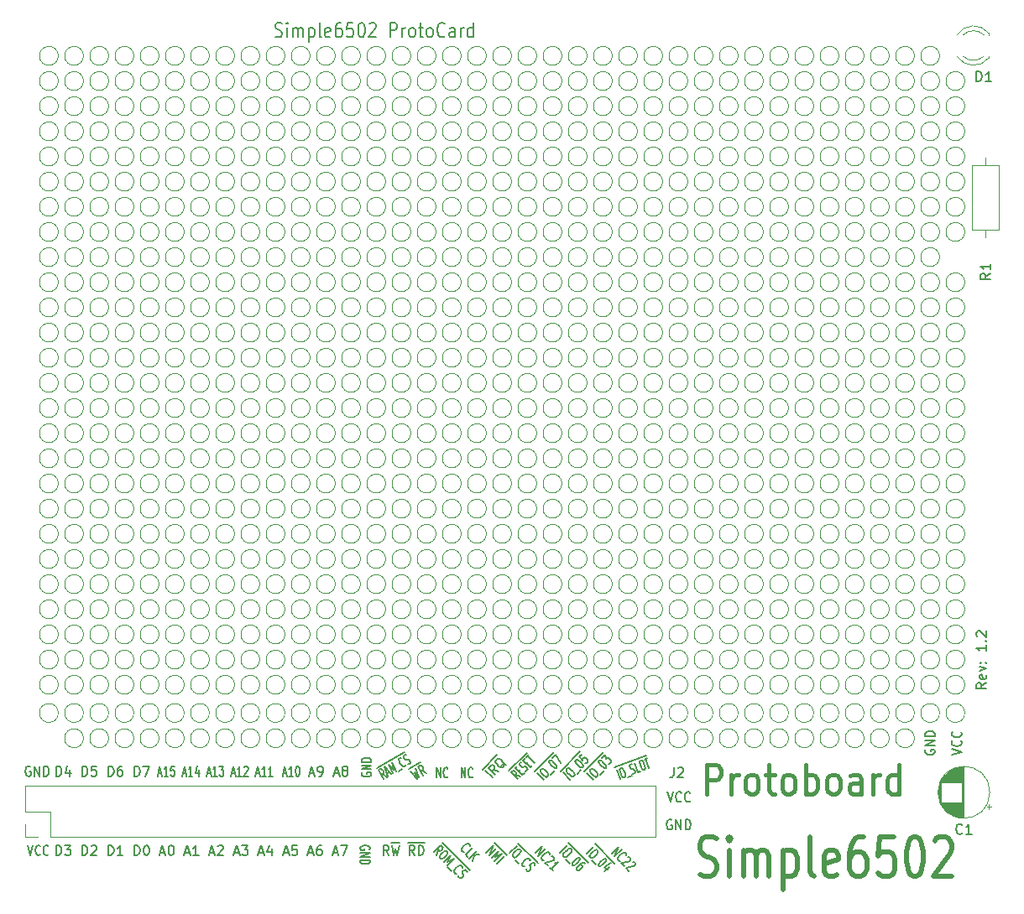
<source format=gbr>
G04 #@! TF.GenerationSoftware,KiCad,Pcbnew,7.0.7*
G04 #@! TF.CreationDate,2024-07-02T20:39:07-05:00*
G04 #@! TF.ProjectId,protoCard,70726f74-6f43-4617-9264-2e6b69636164,1.2*
G04 #@! TF.SameCoordinates,Original*
G04 #@! TF.FileFunction,Legend,Top*
G04 #@! TF.FilePolarity,Positive*
%FSLAX46Y46*%
G04 Gerber Fmt 4.6, Leading zero omitted, Abs format (unit mm)*
G04 Created by KiCad (PCBNEW 7.0.7) date 2024-07-02 20:39:07*
%MOMM*%
%LPD*%
G01*
G04 APERTURE LIST*
%ADD10C,0.200000*%
%ADD11C,0.500000*%
%ADD12C,0.150000*%
%ADD13C,0.400000*%
%ADD14C,0.120000*%
%ADD15C,1.500000*%
%ADD16R,1.800000X1.800000*%
%ADD17C,1.800000*%
%ADD18C,1.600000*%
%ADD19O,1.600000X1.600000*%
%ADD20R,1.700000X1.700000*%
%ADD21O,1.700000X1.700000*%
%ADD22R,1.600000X1.600000*%
%ADD23R,1.778000X7.620000*%
G04 APERTURE END LIST*
D10*
X80240149Y-32654600D02*
X80411578Y-32726028D01*
X80411578Y-32726028D02*
X80697292Y-32726028D01*
X80697292Y-32726028D02*
X80811578Y-32654600D01*
X80811578Y-32654600D02*
X80868720Y-32583171D01*
X80868720Y-32583171D02*
X80925863Y-32440314D01*
X80925863Y-32440314D02*
X80925863Y-32297457D01*
X80925863Y-32297457D02*
X80868720Y-32154600D01*
X80868720Y-32154600D02*
X80811578Y-32083171D01*
X80811578Y-32083171D02*
X80697292Y-32011742D01*
X80697292Y-32011742D02*
X80468720Y-31940314D01*
X80468720Y-31940314D02*
X80354435Y-31868885D01*
X80354435Y-31868885D02*
X80297292Y-31797457D01*
X80297292Y-31797457D02*
X80240149Y-31654600D01*
X80240149Y-31654600D02*
X80240149Y-31511742D01*
X80240149Y-31511742D02*
X80297292Y-31368885D01*
X80297292Y-31368885D02*
X80354435Y-31297457D01*
X80354435Y-31297457D02*
X80468720Y-31226028D01*
X80468720Y-31226028D02*
X80754435Y-31226028D01*
X80754435Y-31226028D02*
X80925863Y-31297457D01*
X81440149Y-32726028D02*
X81440149Y-31726028D01*
X81440149Y-31226028D02*
X81383006Y-31297457D01*
X81383006Y-31297457D02*
X81440149Y-31368885D01*
X81440149Y-31368885D02*
X81497292Y-31297457D01*
X81497292Y-31297457D02*
X81440149Y-31226028D01*
X81440149Y-31226028D02*
X81440149Y-31368885D01*
X82011578Y-32726028D02*
X82011578Y-31726028D01*
X82011578Y-31868885D02*
X82068721Y-31797457D01*
X82068721Y-31797457D02*
X82183006Y-31726028D01*
X82183006Y-31726028D02*
X82354435Y-31726028D01*
X82354435Y-31726028D02*
X82468721Y-31797457D01*
X82468721Y-31797457D02*
X82525864Y-31940314D01*
X82525864Y-31940314D02*
X82525864Y-32726028D01*
X82525864Y-31940314D02*
X82583006Y-31797457D01*
X82583006Y-31797457D02*
X82697292Y-31726028D01*
X82697292Y-31726028D02*
X82868721Y-31726028D01*
X82868721Y-31726028D02*
X82983006Y-31797457D01*
X82983006Y-31797457D02*
X83040149Y-31940314D01*
X83040149Y-31940314D02*
X83040149Y-32726028D01*
X83611578Y-31726028D02*
X83611578Y-33226028D01*
X83611578Y-31797457D02*
X83725864Y-31726028D01*
X83725864Y-31726028D02*
X83954435Y-31726028D01*
X83954435Y-31726028D02*
X84068721Y-31797457D01*
X84068721Y-31797457D02*
X84125864Y-31868885D01*
X84125864Y-31868885D02*
X84183006Y-32011742D01*
X84183006Y-32011742D02*
X84183006Y-32440314D01*
X84183006Y-32440314D02*
X84125864Y-32583171D01*
X84125864Y-32583171D02*
X84068721Y-32654600D01*
X84068721Y-32654600D02*
X83954435Y-32726028D01*
X83954435Y-32726028D02*
X83725864Y-32726028D01*
X83725864Y-32726028D02*
X83611578Y-32654600D01*
X84868720Y-32726028D02*
X84754435Y-32654600D01*
X84754435Y-32654600D02*
X84697292Y-32511742D01*
X84697292Y-32511742D02*
X84697292Y-31226028D01*
X85783006Y-32654600D02*
X85668720Y-32726028D01*
X85668720Y-32726028D02*
X85440149Y-32726028D01*
X85440149Y-32726028D02*
X85325863Y-32654600D01*
X85325863Y-32654600D02*
X85268720Y-32511742D01*
X85268720Y-32511742D02*
X85268720Y-31940314D01*
X85268720Y-31940314D02*
X85325863Y-31797457D01*
X85325863Y-31797457D02*
X85440149Y-31726028D01*
X85440149Y-31726028D02*
X85668720Y-31726028D01*
X85668720Y-31726028D02*
X85783006Y-31797457D01*
X85783006Y-31797457D02*
X85840149Y-31940314D01*
X85840149Y-31940314D02*
X85840149Y-32083171D01*
X85840149Y-32083171D02*
X85268720Y-32226028D01*
X86868720Y-31226028D02*
X86640148Y-31226028D01*
X86640148Y-31226028D02*
X86525862Y-31297457D01*
X86525862Y-31297457D02*
X86468720Y-31368885D01*
X86468720Y-31368885D02*
X86354434Y-31583171D01*
X86354434Y-31583171D02*
X86297291Y-31868885D01*
X86297291Y-31868885D02*
X86297291Y-32440314D01*
X86297291Y-32440314D02*
X86354434Y-32583171D01*
X86354434Y-32583171D02*
X86411577Y-32654600D01*
X86411577Y-32654600D02*
X86525862Y-32726028D01*
X86525862Y-32726028D02*
X86754434Y-32726028D01*
X86754434Y-32726028D02*
X86868720Y-32654600D01*
X86868720Y-32654600D02*
X86925862Y-32583171D01*
X86925862Y-32583171D02*
X86983005Y-32440314D01*
X86983005Y-32440314D02*
X86983005Y-32083171D01*
X86983005Y-32083171D02*
X86925862Y-31940314D01*
X86925862Y-31940314D02*
X86868720Y-31868885D01*
X86868720Y-31868885D02*
X86754434Y-31797457D01*
X86754434Y-31797457D02*
X86525862Y-31797457D01*
X86525862Y-31797457D02*
X86411577Y-31868885D01*
X86411577Y-31868885D02*
X86354434Y-31940314D01*
X86354434Y-31940314D02*
X86297291Y-32083171D01*
X88068719Y-31226028D02*
X87497291Y-31226028D01*
X87497291Y-31226028D02*
X87440148Y-31940314D01*
X87440148Y-31940314D02*
X87497291Y-31868885D01*
X87497291Y-31868885D02*
X87611577Y-31797457D01*
X87611577Y-31797457D02*
X87897291Y-31797457D01*
X87897291Y-31797457D02*
X88011577Y-31868885D01*
X88011577Y-31868885D02*
X88068719Y-31940314D01*
X88068719Y-31940314D02*
X88125862Y-32083171D01*
X88125862Y-32083171D02*
X88125862Y-32440314D01*
X88125862Y-32440314D02*
X88068719Y-32583171D01*
X88068719Y-32583171D02*
X88011577Y-32654600D01*
X88011577Y-32654600D02*
X87897291Y-32726028D01*
X87897291Y-32726028D02*
X87611577Y-32726028D01*
X87611577Y-32726028D02*
X87497291Y-32654600D01*
X87497291Y-32654600D02*
X87440148Y-32583171D01*
X88868719Y-31226028D02*
X88983005Y-31226028D01*
X88983005Y-31226028D02*
X89097291Y-31297457D01*
X89097291Y-31297457D02*
X89154434Y-31368885D01*
X89154434Y-31368885D02*
X89211576Y-31511742D01*
X89211576Y-31511742D02*
X89268719Y-31797457D01*
X89268719Y-31797457D02*
X89268719Y-32154600D01*
X89268719Y-32154600D02*
X89211576Y-32440314D01*
X89211576Y-32440314D02*
X89154434Y-32583171D01*
X89154434Y-32583171D02*
X89097291Y-32654600D01*
X89097291Y-32654600D02*
X88983005Y-32726028D01*
X88983005Y-32726028D02*
X88868719Y-32726028D01*
X88868719Y-32726028D02*
X88754434Y-32654600D01*
X88754434Y-32654600D02*
X88697291Y-32583171D01*
X88697291Y-32583171D02*
X88640148Y-32440314D01*
X88640148Y-32440314D02*
X88583005Y-32154600D01*
X88583005Y-32154600D02*
X88583005Y-31797457D01*
X88583005Y-31797457D02*
X88640148Y-31511742D01*
X88640148Y-31511742D02*
X88697291Y-31368885D01*
X88697291Y-31368885D02*
X88754434Y-31297457D01*
X88754434Y-31297457D02*
X88868719Y-31226028D01*
X89725862Y-31368885D02*
X89783005Y-31297457D01*
X89783005Y-31297457D02*
X89897291Y-31226028D01*
X89897291Y-31226028D02*
X90183005Y-31226028D01*
X90183005Y-31226028D02*
X90297291Y-31297457D01*
X90297291Y-31297457D02*
X90354433Y-31368885D01*
X90354433Y-31368885D02*
X90411576Y-31511742D01*
X90411576Y-31511742D02*
X90411576Y-31654600D01*
X90411576Y-31654600D02*
X90354433Y-31868885D01*
X90354433Y-31868885D02*
X89668719Y-32726028D01*
X89668719Y-32726028D02*
X90411576Y-32726028D01*
X91840148Y-32726028D02*
X91840148Y-31226028D01*
X91840148Y-31226028D02*
X92297291Y-31226028D01*
X92297291Y-31226028D02*
X92411576Y-31297457D01*
X92411576Y-31297457D02*
X92468719Y-31368885D01*
X92468719Y-31368885D02*
X92525862Y-31511742D01*
X92525862Y-31511742D02*
X92525862Y-31726028D01*
X92525862Y-31726028D02*
X92468719Y-31868885D01*
X92468719Y-31868885D02*
X92411576Y-31940314D01*
X92411576Y-31940314D02*
X92297291Y-32011742D01*
X92297291Y-32011742D02*
X91840148Y-32011742D01*
X93040148Y-32726028D02*
X93040148Y-31726028D01*
X93040148Y-32011742D02*
X93097291Y-31868885D01*
X93097291Y-31868885D02*
X93154434Y-31797457D01*
X93154434Y-31797457D02*
X93268719Y-31726028D01*
X93268719Y-31726028D02*
X93383005Y-31726028D01*
X93954433Y-32726028D02*
X93840148Y-32654600D01*
X93840148Y-32654600D02*
X93783005Y-32583171D01*
X93783005Y-32583171D02*
X93725862Y-32440314D01*
X93725862Y-32440314D02*
X93725862Y-32011742D01*
X93725862Y-32011742D02*
X93783005Y-31868885D01*
X93783005Y-31868885D02*
X93840148Y-31797457D01*
X93840148Y-31797457D02*
X93954433Y-31726028D01*
X93954433Y-31726028D02*
X94125862Y-31726028D01*
X94125862Y-31726028D02*
X94240148Y-31797457D01*
X94240148Y-31797457D02*
X94297291Y-31868885D01*
X94297291Y-31868885D02*
X94354433Y-32011742D01*
X94354433Y-32011742D02*
X94354433Y-32440314D01*
X94354433Y-32440314D02*
X94297291Y-32583171D01*
X94297291Y-32583171D02*
X94240148Y-32654600D01*
X94240148Y-32654600D02*
X94125862Y-32726028D01*
X94125862Y-32726028D02*
X93954433Y-32726028D01*
X94697290Y-31726028D02*
X95154433Y-31726028D01*
X94868719Y-31226028D02*
X94868719Y-32511742D01*
X94868719Y-32511742D02*
X94925862Y-32654600D01*
X94925862Y-32654600D02*
X95040147Y-32726028D01*
X95040147Y-32726028D02*
X95154433Y-32726028D01*
X95725861Y-32726028D02*
X95611576Y-32654600D01*
X95611576Y-32654600D02*
X95554433Y-32583171D01*
X95554433Y-32583171D02*
X95497290Y-32440314D01*
X95497290Y-32440314D02*
X95497290Y-32011742D01*
X95497290Y-32011742D02*
X95554433Y-31868885D01*
X95554433Y-31868885D02*
X95611576Y-31797457D01*
X95611576Y-31797457D02*
X95725861Y-31726028D01*
X95725861Y-31726028D02*
X95897290Y-31726028D01*
X95897290Y-31726028D02*
X96011576Y-31797457D01*
X96011576Y-31797457D02*
X96068719Y-31868885D01*
X96068719Y-31868885D02*
X96125861Y-32011742D01*
X96125861Y-32011742D02*
X96125861Y-32440314D01*
X96125861Y-32440314D02*
X96068719Y-32583171D01*
X96068719Y-32583171D02*
X96011576Y-32654600D01*
X96011576Y-32654600D02*
X95897290Y-32726028D01*
X95897290Y-32726028D02*
X95725861Y-32726028D01*
X97325861Y-32583171D02*
X97268718Y-32654600D01*
X97268718Y-32654600D02*
X97097290Y-32726028D01*
X97097290Y-32726028D02*
X96983004Y-32726028D01*
X96983004Y-32726028D02*
X96811575Y-32654600D01*
X96811575Y-32654600D02*
X96697290Y-32511742D01*
X96697290Y-32511742D02*
X96640147Y-32368885D01*
X96640147Y-32368885D02*
X96583004Y-32083171D01*
X96583004Y-32083171D02*
X96583004Y-31868885D01*
X96583004Y-31868885D02*
X96640147Y-31583171D01*
X96640147Y-31583171D02*
X96697290Y-31440314D01*
X96697290Y-31440314D02*
X96811575Y-31297457D01*
X96811575Y-31297457D02*
X96983004Y-31226028D01*
X96983004Y-31226028D02*
X97097290Y-31226028D01*
X97097290Y-31226028D02*
X97268718Y-31297457D01*
X97268718Y-31297457D02*
X97325861Y-31368885D01*
X98354433Y-32726028D02*
X98354433Y-31940314D01*
X98354433Y-31940314D02*
X98297290Y-31797457D01*
X98297290Y-31797457D02*
X98183004Y-31726028D01*
X98183004Y-31726028D02*
X97954433Y-31726028D01*
X97954433Y-31726028D02*
X97840147Y-31797457D01*
X98354433Y-32654600D02*
X98240147Y-32726028D01*
X98240147Y-32726028D02*
X97954433Y-32726028D01*
X97954433Y-32726028D02*
X97840147Y-32654600D01*
X97840147Y-32654600D02*
X97783004Y-32511742D01*
X97783004Y-32511742D02*
X97783004Y-32368885D01*
X97783004Y-32368885D02*
X97840147Y-32226028D01*
X97840147Y-32226028D02*
X97954433Y-32154600D01*
X97954433Y-32154600D02*
X98240147Y-32154600D01*
X98240147Y-32154600D02*
X98354433Y-32083171D01*
X98925861Y-32726028D02*
X98925861Y-31726028D01*
X98925861Y-32011742D02*
X98983004Y-31868885D01*
X98983004Y-31868885D02*
X99040147Y-31797457D01*
X99040147Y-31797457D02*
X99154432Y-31726028D01*
X99154432Y-31726028D02*
X99268718Y-31726028D01*
X100183004Y-32726028D02*
X100183004Y-31226028D01*
X100183004Y-32654600D02*
X100068718Y-32726028D01*
X100068718Y-32726028D02*
X99840146Y-32726028D01*
X99840146Y-32726028D02*
X99725861Y-32654600D01*
X99725861Y-32654600D02*
X99668718Y-32583171D01*
X99668718Y-32583171D02*
X99611575Y-32440314D01*
X99611575Y-32440314D02*
X99611575Y-32011742D01*
X99611575Y-32011742D02*
X99668718Y-31868885D01*
X99668718Y-31868885D02*
X99725861Y-31797457D01*
X99725861Y-31797457D02*
X99840146Y-31726028D01*
X99840146Y-31726028D02*
X100068718Y-31726028D01*
X100068718Y-31726028D02*
X100183004Y-31797457D01*
D11*
X123040375Y-117274000D02*
X123468947Y-117464476D01*
X123468947Y-117464476D02*
X124183232Y-117464476D01*
X124183232Y-117464476D02*
X124468947Y-117274000D01*
X124468947Y-117274000D02*
X124611804Y-117083523D01*
X124611804Y-117083523D02*
X124754661Y-116702571D01*
X124754661Y-116702571D02*
X124754661Y-116321619D01*
X124754661Y-116321619D02*
X124611804Y-115940666D01*
X124611804Y-115940666D02*
X124468947Y-115750190D01*
X124468947Y-115750190D02*
X124183232Y-115559714D01*
X124183232Y-115559714D02*
X123611804Y-115369238D01*
X123611804Y-115369238D02*
X123326089Y-115178761D01*
X123326089Y-115178761D02*
X123183232Y-114988285D01*
X123183232Y-114988285D02*
X123040375Y-114607333D01*
X123040375Y-114607333D02*
X123040375Y-114226380D01*
X123040375Y-114226380D02*
X123183232Y-113845428D01*
X123183232Y-113845428D02*
X123326089Y-113654952D01*
X123326089Y-113654952D02*
X123611804Y-113464476D01*
X123611804Y-113464476D02*
X124326089Y-113464476D01*
X124326089Y-113464476D02*
X124754661Y-113654952D01*
X126040375Y-117464476D02*
X126040375Y-114797809D01*
X126040375Y-113464476D02*
X125897518Y-113654952D01*
X125897518Y-113654952D02*
X126040375Y-113845428D01*
X126040375Y-113845428D02*
X126183232Y-113654952D01*
X126183232Y-113654952D02*
X126040375Y-113464476D01*
X126040375Y-113464476D02*
X126040375Y-113845428D01*
X127468946Y-117464476D02*
X127468946Y-114797809D01*
X127468946Y-115178761D02*
X127611803Y-114988285D01*
X127611803Y-114988285D02*
X127897518Y-114797809D01*
X127897518Y-114797809D02*
X128326089Y-114797809D01*
X128326089Y-114797809D02*
X128611803Y-114988285D01*
X128611803Y-114988285D02*
X128754661Y-115369238D01*
X128754661Y-115369238D02*
X128754661Y-117464476D01*
X128754661Y-115369238D02*
X128897518Y-114988285D01*
X128897518Y-114988285D02*
X129183232Y-114797809D01*
X129183232Y-114797809D02*
X129611803Y-114797809D01*
X129611803Y-114797809D02*
X129897518Y-114988285D01*
X129897518Y-114988285D02*
X130040375Y-115369238D01*
X130040375Y-115369238D02*
X130040375Y-117464476D01*
X131468946Y-114797809D02*
X131468946Y-118797809D01*
X131468946Y-114988285D02*
X131754661Y-114797809D01*
X131754661Y-114797809D02*
X132326089Y-114797809D01*
X132326089Y-114797809D02*
X132611803Y-114988285D01*
X132611803Y-114988285D02*
X132754661Y-115178761D01*
X132754661Y-115178761D02*
X132897518Y-115559714D01*
X132897518Y-115559714D02*
X132897518Y-116702571D01*
X132897518Y-116702571D02*
X132754661Y-117083523D01*
X132754661Y-117083523D02*
X132611803Y-117274000D01*
X132611803Y-117274000D02*
X132326089Y-117464476D01*
X132326089Y-117464476D02*
X131754661Y-117464476D01*
X131754661Y-117464476D02*
X131468946Y-117274000D01*
X134611804Y-117464476D02*
X134326089Y-117274000D01*
X134326089Y-117274000D02*
X134183232Y-116893047D01*
X134183232Y-116893047D02*
X134183232Y-113464476D01*
X136897518Y-117274000D02*
X136611804Y-117464476D01*
X136611804Y-117464476D02*
X136040376Y-117464476D01*
X136040376Y-117464476D02*
X135754661Y-117274000D01*
X135754661Y-117274000D02*
X135611804Y-116893047D01*
X135611804Y-116893047D02*
X135611804Y-115369238D01*
X135611804Y-115369238D02*
X135754661Y-114988285D01*
X135754661Y-114988285D02*
X136040376Y-114797809D01*
X136040376Y-114797809D02*
X136611804Y-114797809D01*
X136611804Y-114797809D02*
X136897518Y-114988285D01*
X136897518Y-114988285D02*
X137040376Y-115369238D01*
X137040376Y-115369238D02*
X137040376Y-115750190D01*
X137040376Y-115750190D02*
X135611804Y-116131142D01*
X139611805Y-113464476D02*
X139040376Y-113464476D01*
X139040376Y-113464476D02*
X138754662Y-113654952D01*
X138754662Y-113654952D02*
X138611805Y-113845428D01*
X138611805Y-113845428D02*
X138326090Y-114416857D01*
X138326090Y-114416857D02*
X138183233Y-115178761D01*
X138183233Y-115178761D02*
X138183233Y-116702571D01*
X138183233Y-116702571D02*
X138326090Y-117083523D01*
X138326090Y-117083523D02*
X138468947Y-117274000D01*
X138468947Y-117274000D02*
X138754662Y-117464476D01*
X138754662Y-117464476D02*
X139326090Y-117464476D01*
X139326090Y-117464476D02*
X139611805Y-117274000D01*
X139611805Y-117274000D02*
X139754662Y-117083523D01*
X139754662Y-117083523D02*
X139897519Y-116702571D01*
X139897519Y-116702571D02*
X139897519Y-115750190D01*
X139897519Y-115750190D02*
X139754662Y-115369238D01*
X139754662Y-115369238D02*
X139611805Y-115178761D01*
X139611805Y-115178761D02*
X139326090Y-114988285D01*
X139326090Y-114988285D02*
X138754662Y-114988285D01*
X138754662Y-114988285D02*
X138468947Y-115178761D01*
X138468947Y-115178761D02*
X138326090Y-115369238D01*
X138326090Y-115369238D02*
X138183233Y-115750190D01*
X142611805Y-113464476D02*
X141183233Y-113464476D01*
X141183233Y-113464476D02*
X141040376Y-115369238D01*
X141040376Y-115369238D02*
X141183233Y-115178761D01*
X141183233Y-115178761D02*
X141468948Y-114988285D01*
X141468948Y-114988285D02*
X142183233Y-114988285D01*
X142183233Y-114988285D02*
X142468948Y-115178761D01*
X142468948Y-115178761D02*
X142611805Y-115369238D01*
X142611805Y-115369238D02*
X142754662Y-115750190D01*
X142754662Y-115750190D02*
X142754662Y-116702571D01*
X142754662Y-116702571D02*
X142611805Y-117083523D01*
X142611805Y-117083523D02*
X142468948Y-117274000D01*
X142468948Y-117274000D02*
X142183233Y-117464476D01*
X142183233Y-117464476D02*
X141468948Y-117464476D01*
X141468948Y-117464476D02*
X141183233Y-117274000D01*
X141183233Y-117274000D02*
X141040376Y-117083523D01*
X144611805Y-113464476D02*
X144897519Y-113464476D01*
X144897519Y-113464476D02*
X145183233Y-113654952D01*
X145183233Y-113654952D02*
X145326091Y-113845428D01*
X145326091Y-113845428D02*
X145468948Y-114226380D01*
X145468948Y-114226380D02*
X145611805Y-114988285D01*
X145611805Y-114988285D02*
X145611805Y-115940666D01*
X145611805Y-115940666D02*
X145468948Y-116702571D01*
X145468948Y-116702571D02*
X145326091Y-117083523D01*
X145326091Y-117083523D02*
X145183233Y-117274000D01*
X145183233Y-117274000D02*
X144897519Y-117464476D01*
X144897519Y-117464476D02*
X144611805Y-117464476D01*
X144611805Y-117464476D02*
X144326091Y-117274000D01*
X144326091Y-117274000D02*
X144183233Y-117083523D01*
X144183233Y-117083523D02*
X144040376Y-116702571D01*
X144040376Y-116702571D02*
X143897519Y-115940666D01*
X143897519Y-115940666D02*
X143897519Y-114988285D01*
X143897519Y-114988285D02*
X144040376Y-114226380D01*
X144040376Y-114226380D02*
X144183233Y-113845428D01*
X144183233Y-113845428D02*
X144326091Y-113654952D01*
X144326091Y-113654952D02*
X144611805Y-113464476D01*
X146754662Y-113845428D02*
X146897519Y-113654952D01*
X146897519Y-113654952D02*
X147183234Y-113464476D01*
X147183234Y-113464476D02*
X147897519Y-113464476D01*
X147897519Y-113464476D02*
X148183234Y-113654952D01*
X148183234Y-113654952D02*
X148326091Y-113845428D01*
X148326091Y-113845428D02*
X148468948Y-114226380D01*
X148468948Y-114226380D02*
X148468948Y-114607333D01*
X148468948Y-114607333D02*
X148326091Y-115178761D01*
X148326091Y-115178761D02*
X146611805Y-117464476D01*
X146611805Y-117464476D02*
X148468948Y-117464476D01*
D12*
X81032017Y-107034104D02*
X81365350Y-107034104D01*
X80965350Y-107319819D02*
X81198684Y-106319819D01*
X81198684Y-106319819D02*
X81432017Y-107319819D01*
X82032017Y-107319819D02*
X81632017Y-107319819D01*
X81832017Y-107319819D02*
X81832017Y-106319819D01*
X81832017Y-106319819D02*
X81765350Y-106462676D01*
X81765350Y-106462676D02*
X81698684Y-106557914D01*
X81698684Y-106557914D02*
X81632017Y-106605533D01*
X82465351Y-106319819D02*
X82532017Y-106319819D01*
X82532017Y-106319819D02*
X82598684Y-106367438D01*
X82598684Y-106367438D02*
X82632017Y-106415057D01*
X82632017Y-106415057D02*
X82665351Y-106510295D01*
X82665351Y-106510295D02*
X82698684Y-106700771D01*
X82698684Y-106700771D02*
X82698684Y-106938866D01*
X82698684Y-106938866D02*
X82665351Y-107129342D01*
X82665351Y-107129342D02*
X82632017Y-107224580D01*
X82632017Y-107224580D02*
X82598684Y-107272200D01*
X82598684Y-107272200D02*
X82532017Y-107319819D01*
X82532017Y-107319819D02*
X82465351Y-107319819D01*
X82465351Y-107319819D02*
X82398684Y-107272200D01*
X82398684Y-107272200D02*
X82365351Y-107224580D01*
X82365351Y-107224580D02*
X82332017Y-107129342D01*
X82332017Y-107129342D02*
X82298684Y-106938866D01*
X82298684Y-106938866D02*
X82298684Y-106700771D01*
X82298684Y-106700771D02*
X82332017Y-106510295D01*
X82332017Y-106510295D02*
X82365351Y-106415057D01*
X82365351Y-106415057D02*
X82398684Y-106367438D01*
X82398684Y-106367438D02*
X82465351Y-106319819D01*
X58129636Y-107319819D02*
X58129636Y-106319819D01*
X58129636Y-106319819D02*
X58360588Y-106319819D01*
X58360588Y-106319819D02*
X58499160Y-106367438D01*
X58499160Y-106367438D02*
X58591541Y-106462676D01*
X58591541Y-106462676D02*
X58637731Y-106557914D01*
X58637731Y-106557914D02*
X58683922Y-106748390D01*
X58683922Y-106748390D02*
X58683922Y-106891247D01*
X58683922Y-106891247D02*
X58637731Y-107081723D01*
X58637731Y-107081723D02*
X58591541Y-107176961D01*
X58591541Y-107176961D02*
X58499160Y-107272200D01*
X58499160Y-107272200D02*
X58360588Y-107319819D01*
X58360588Y-107319819D02*
X58129636Y-107319819D01*
X59515350Y-106653152D02*
X59515350Y-107319819D01*
X59284398Y-106272200D02*
X59053445Y-106986485D01*
X59053445Y-106986485D02*
X59653922Y-106986485D01*
X60762494Y-107319819D02*
X60762494Y-106319819D01*
X60762494Y-106319819D02*
X60993446Y-106319819D01*
X60993446Y-106319819D02*
X61132018Y-106367438D01*
X61132018Y-106367438D02*
X61224399Y-106462676D01*
X61224399Y-106462676D02*
X61270589Y-106557914D01*
X61270589Y-106557914D02*
X61316780Y-106748390D01*
X61316780Y-106748390D02*
X61316780Y-106891247D01*
X61316780Y-106891247D02*
X61270589Y-107081723D01*
X61270589Y-107081723D02*
X61224399Y-107176961D01*
X61224399Y-107176961D02*
X61132018Y-107272200D01*
X61132018Y-107272200D02*
X60993446Y-107319819D01*
X60993446Y-107319819D02*
X60762494Y-107319819D01*
X62194399Y-106319819D02*
X61732494Y-106319819D01*
X61732494Y-106319819D02*
X61686303Y-106796009D01*
X61686303Y-106796009D02*
X61732494Y-106748390D01*
X61732494Y-106748390D02*
X61824875Y-106700771D01*
X61824875Y-106700771D02*
X62055827Y-106700771D01*
X62055827Y-106700771D02*
X62148208Y-106748390D01*
X62148208Y-106748390D02*
X62194399Y-106796009D01*
X62194399Y-106796009D02*
X62240589Y-106891247D01*
X62240589Y-106891247D02*
X62240589Y-107129342D01*
X62240589Y-107129342D02*
X62194399Y-107224580D01*
X62194399Y-107224580D02*
X62148208Y-107272200D01*
X62148208Y-107272200D02*
X62055827Y-107319819D01*
X62055827Y-107319819D02*
X61824875Y-107319819D01*
X61824875Y-107319819D02*
X61732494Y-107272200D01*
X61732494Y-107272200D02*
X61686303Y-107224580D01*
X63395352Y-107319819D02*
X63395352Y-106319819D01*
X63395352Y-106319819D02*
X63626304Y-106319819D01*
X63626304Y-106319819D02*
X63764876Y-106367438D01*
X63764876Y-106367438D02*
X63857257Y-106462676D01*
X63857257Y-106462676D02*
X63903447Y-106557914D01*
X63903447Y-106557914D02*
X63949638Y-106748390D01*
X63949638Y-106748390D02*
X63949638Y-106891247D01*
X63949638Y-106891247D02*
X63903447Y-107081723D01*
X63903447Y-107081723D02*
X63857257Y-107176961D01*
X63857257Y-107176961D02*
X63764876Y-107272200D01*
X63764876Y-107272200D02*
X63626304Y-107319819D01*
X63626304Y-107319819D02*
X63395352Y-107319819D01*
X64781066Y-106319819D02*
X64596304Y-106319819D01*
X64596304Y-106319819D02*
X64503923Y-106367438D01*
X64503923Y-106367438D02*
X64457733Y-106415057D01*
X64457733Y-106415057D02*
X64365352Y-106557914D01*
X64365352Y-106557914D02*
X64319161Y-106748390D01*
X64319161Y-106748390D02*
X64319161Y-107129342D01*
X64319161Y-107129342D02*
X64365352Y-107224580D01*
X64365352Y-107224580D02*
X64411542Y-107272200D01*
X64411542Y-107272200D02*
X64503923Y-107319819D01*
X64503923Y-107319819D02*
X64688685Y-107319819D01*
X64688685Y-107319819D02*
X64781066Y-107272200D01*
X64781066Y-107272200D02*
X64827257Y-107224580D01*
X64827257Y-107224580D02*
X64873447Y-107129342D01*
X64873447Y-107129342D02*
X64873447Y-106891247D01*
X64873447Y-106891247D02*
X64827257Y-106796009D01*
X64827257Y-106796009D02*
X64781066Y-106748390D01*
X64781066Y-106748390D02*
X64688685Y-106700771D01*
X64688685Y-106700771D02*
X64503923Y-106700771D01*
X64503923Y-106700771D02*
X64411542Y-106748390D01*
X64411542Y-106748390D02*
X64365352Y-106796009D01*
X64365352Y-106796009D02*
X64319161Y-106891247D01*
X66028210Y-107319819D02*
X66028210Y-106319819D01*
X66028210Y-106319819D02*
X66259162Y-106319819D01*
X66259162Y-106319819D02*
X66397734Y-106367438D01*
X66397734Y-106367438D02*
X66490115Y-106462676D01*
X66490115Y-106462676D02*
X66536305Y-106557914D01*
X66536305Y-106557914D02*
X66582496Y-106748390D01*
X66582496Y-106748390D02*
X66582496Y-106891247D01*
X66582496Y-106891247D02*
X66536305Y-107081723D01*
X66536305Y-107081723D02*
X66490115Y-107176961D01*
X66490115Y-107176961D02*
X66397734Y-107272200D01*
X66397734Y-107272200D02*
X66259162Y-107319819D01*
X66259162Y-107319819D02*
X66028210Y-107319819D01*
X66905829Y-106319819D02*
X67552496Y-106319819D01*
X67552496Y-106319819D02*
X67136781Y-107319819D01*
X101529683Y-115045579D02*
X102236789Y-114338472D01*
X102236789Y-114338472D02*
X101812525Y-115328422D01*
X101812525Y-115328422D02*
X102519632Y-114621315D01*
X102048227Y-115564124D02*
X102755334Y-114857017D01*
X102755334Y-114857017D02*
X102415249Y-115527085D01*
X102415249Y-115527085D02*
X103085317Y-115187000D01*
X103085317Y-115187000D02*
X102378210Y-115894107D01*
X102613913Y-116129809D02*
X103321020Y-115422702D01*
X102364742Y-114073812D02*
X103585679Y-115294749D01*
X91461013Y-107415060D02*
X91049712Y-107102667D01*
X91164090Y-107586489D02*
X90664090Y-106720464D01*
X90664090Y-106720464D02*
X90862038Y-106606178D01*
X90862038Y-106606178D02*
X90935335Y-106618846D01*
X90935335Y-106618846D02*
X90983888Y-106645799D01*
X90983888Y-106645799D02*
X91056251Y-106713992D01*
X91056251Y-106713992D02*
X91127679Y-106837710D01*
X91127679Y-106837710D02*
X91150555Y-106934474D01*
X91150555Y-106934474D02*
X91149621Y-106989999D01*
X91149621Y-106989999D02*
X91123943Y-107059810D01*
X91123943Y-107059810D02*
X90925995Y-107174096D01*
X91516104Y-107053339D02*
X91763540Y-106910482D01*
X91609474Y-107329346D02*
X91282679Y-106363321D01*
X91282679Y-106363321D02*
X91955884Y-107129346D01*
X92129090Y-107029346D02*
X91629090Y-106163321D01*
X91629090Y-106163321D02*
X92159438Y-106681910D01*
X92159438Y-106681910D02*
X91975500Y-105963321D01*
X91975500Y-105963321D02*
X92475500Y-106829346D01*
X92646837Y-106840396D02*
X93042734Y-106611825D01*
X93368137Y-106204010D02*
X93367203Y-106259535D01*
X93367203Y-106259535D02*
X93316782Y-106343632D01*
X93316782Y-106343632D02*
X93267294Y-106372203D01*
X93267294Y-106372203D02*
X93169254Y-106373821D01*
X93169254Y-106373821D02*
X93072148Y-106319914D01*
X93072148Y-106319914D02*
X92999785Y-106251721D01*
X92999785Y-106251721D02*
X92879804Y-106101049D01*
X92879804Y-106101049D02*
X92808375Y-105977331D01*
X92808375Y-105977331D02*
X92737881Y-105798089D01*
X92737881Y-105798089D02*
X92715005Y-105701324D01*
X92715005Y-105701324D02*
X92716873Y-105590274D01*
X92716873Y-105590274D02*
X92767294Y-105506178D01*
X92767294Y-105506178D02*
X92816782Y-105477606D01*
X92816782Y-105477606D02*
X92914822Y-105475988D01*
X92914822Y-105475988D02*
X92963375Y-105502942D01*
X93589895Y-106130964D02*
X93687935Y-106129346D01*
X93687935Y-106129346D02*
X93811653Y-106057917D01*
X93811653Y-106057917D02*
X93837331Y-105988107D01*
X93837331Y-105988107D02*
X93838265Y-105932582D01*
X93838265Y-105932582D02*
X93815390Y-105835817D01*
X93815390Y-105835817D02*
X93767770Y-105753339D01*
X93767770Y-105753339D02*
X93695408Y-105685146D01*
X93695408Y-105685146D02*
X93646855Y-105658192D01*
X93646855Y-105658192D02*
X93573558Y-105645524D01*
X93573558Y-105645524D02*
X93450774Y-105661428D01*
X93450774Y-105661428D02*
X93377478Y-105648760D01*
X93377478Y-105648760D02*
X93328924Y-105621806D01*
X93328924Y-105621806D02*
X93256562Y-105553614D01*
X93256562Y-105553614D02*
X93208943Y-105471135D01*
X93208943Y-105471135D02*
X93186067Y-105374371D01*
X93186067Y-105374371D02*
X93187001Y-105318846D01*
X93187001Y-105318846D02*
X93212679Y-105249035D01*
X93212679Y-105249035D02*
X93336397Y-105177606D01*
X93336397Y-105177606D02*
X93434437Y-105175988D01*
X90453524Y-106521467D02*
X93318831Y-104867181D01*
X151959819Y-97901792D02*
X151483628Y-98235125D01*
X151959819Y-98473220D02*
X150959819Y-98473220D01*
X150959819Y-98473220D02*
X150959819Y-98092268D01*
X150959819Y-98092268D02*
X151007438Y-97997030D01*
X151007438Y-97997030D02*
X151055057Y-97949411D01*
X151055057Y-97949411D02*
X151150295Y-97901792D01*
X151150295Y-97901792D02*
X151293152Y-97901792D01*
X151293152Y-97901792D02*
X151388390Y-97949411D01*
X151388390Y-97949411D02*
X151436009Y-97997030D01*
X151436009Y-97997030D02*
X151483628Y-98092268D01*
X151483628Y-98092268D02*
X151483628Y-98473220D01*
X151912200Y-97092268D02*
X151959819Y-97187506D01*
X151959819Y-97187506D02*
X151959819Y-97377982D01*
X151959819Y-97377982D02*
X151912200Y-97473220D01*
X151912200Y-97473220D02*
X151816961Y-97520839D01*
X151816961Y-97520839D02*
X151436009Y-97520839D01*
X151436009Y-97520839D02*
X151340771Y-97473220D01*
X151340771Y-97473220D02*
X151293152Y-97377982D01*
X151293152Y-97377982D02*
X151293152Y-97187506D01*
X151293152Y-97187506D02*
X151340771Y-97092268D01*
X151340771Y-97092268D02*
X151436009Y-97044649D01*
X151436009Y-97044649D02*
X151531247Y-97044649D01*
X151531247Y-97044649D02*
X151626485Y-97520839D01*
X151293152Y-96711315D02*
X151959819Y-96473220D01*
X151959819Y-96473220D02*
X151293152Y-96235125D01*
X151864580Y-95854172D02*
X151912200Y-95806553D01*
X151912200Y-95806553D02*
X151959819Y-95854172D01*
X151959819Y-95854172D02*
X151912200Y-95901791D01*
X151912200Y-95901791D02*
X151864580Y-95854172D01*
X151864580Y-95854172D02*
X151959819Y-95854172D01*
X151340771Y-95854172D02*
X151388390Y-95806553D01*
X151388390Y-95806553D02*
X151436009Y-95854172D01*
X151436009Y-95854172D02*
X151388390Y-95901791D01*
X151388390Y-95901791D02*
X151340771Y-95854172D01*
X151340771Y-95854172D02*
X151436009Y-95854172D01*
X151959819Y-94092268D02*
X151959819Y-94663696D01*
X151959819Y-94377982D02*
X150959819Y-94377982D01*
X150959819Y-94377982D02*
X151102676Y-94473220D01*
X151102676Y-94473220D02*
X151197914Y-94568458D01*
X151197914Y-94568458D02*
X151245533Y-94663696D01*
X151864580Y-93663696D02*
X151912200Y-93616077D01*
X151912200Y-93616077D02*
X151959819Y-93663696D01*
X151959819Y-93663696D02*
X151912200Y-93711315D01*
X151912200Y-93711315D02*
X151864580Y-93663696D01*
X151864580Y-93663696D02*
X151959819Y-93663696D01*
X151055057Y-93235125D02*
X151007438Y-93187506D01*
X151007438Y-93187506D02*
X150959819Y-93092268D01*
X150959819Y-93092268D02*
X150959819Y-92854173D01*
X150959819Y-92854173D02*
X151007438Y-92758935D01*
X151007438Y-92758935D02*
X151055057Y-92711316D01*
X151055057Y-92711316D02*
X151150295Y-92663697D01*
X151150295Y-92663697D02*
X151245533Y-92663697D01*
X151245533Y-92663697D02*
X151388390Y-92711316D01*
X151388390Y-92711316D02*
X151959819Y-93282744D01*
X151959819Y-93282744D02*
X151959819Y-92663697D01*
X55274874Y-114319819D02*
X55541541Y-115319819D01*
X55541541Y-115319819D02*
X55808207Y-114319819D01*
X56532017Y-115224580D02*
X56493921Y-115272200D01*
X56493921Y-115272200D02*
X56379636Y-115319819D01*
X56379636Y-115319819D02*
X56303445Y-115319819D01*
X56303445Y-115319819D02*
X56189159Y-115272200D01*
X56189159Y-115272200D02*
X56112969Y-115176961D01*
X56112969Y-115176961D02*
X56074874Y-115081723D01*
X56074874Y-115081723D02*
X56036778Y-114891247D01*
X56036778Y-114891247D02*
X56036778Y-114748390D01*
X56036778Y-114748390D02*
X56074874Y-114557914D01*
X56074874Y-114557914D02*
X56112969Y-114462676D01*
X56112969Y-114462676D02*
X56189159Y-114367438D01*
X56189159Y-114367438D02*
X56303445Y-114319819D01*
X56303445Y-114319819D02*
X56379636Y-114319819D01*
X56379636Y-114319819D02*
X56493921Y-114367438D01*
X56493921Y-114367438D02*
X56532017Y-114415057D01*
X57332017Y-115224580D02*
X57293921Y-115272200D01*
X57293921Y-115272200D02*
X57179636Y-115319819D01*
X57179636Y-115319819D02*
X57103445Y-115319819D01*
X57103445Y-115319819D02*
X56989159Y-115272200D01*
X56989159Y-115272200D02*
X56912969Y-115176961D01*
X56912969Y-115176961D02*
X56874874Y-115081723D01*
X56874874Y-115081723D02*
X56836778Y-114891247D01*
X56836778Y-114891247D02*
X56836778Y-114748390D01*
X56836778Y-114748390D02*
X56874874Y-114557914D01*
X56874874Y-114557914D02*
X56912969Y-114462676D01*
X56912969Y-114462676D02*
X56989159Y-114367438D01*
X56989159Y-114367438D02*
X57103445Y-114319819D01*
X57103445Y-114319819D02*
X57179636Y-114319819D01*
X57179636Y-114319819D02*
X57293921Y-114367438D01*
X57293921Y-114367438D02*
X57332017Y-114415057D01*
X99279869Y-114961078D02*
X99222627Y-114971180D01*
X99222627Y-114971180D02*
X99118244Y-114934141D01*
X99118244Y-114934141D02*
X99071104Y-114887000D01*
X99071104Y-114887000D02*
X99034065Y-114782618D01*
X99034065Y-114782618D02*
X99054268Y-114668134D01*
X99054268Y-114668134D02*
X99098041Y-114577220D01*
X99098041Y-114577220D02*
X99209158Y-114418963D01*
X99209158Y-114418963D02*
X99310173Y-114317948D01*
X99310173Y-114317948D02*
X99468431Y-114206831D01*
X99468431Y-114206831D02*
X99559344Y-114163058D01*
X99559344Y-114163058D02*
X99673828Y-114142855D01*
X99673828Y-114142855D02*
X99778211Y-114179893D01*
X99778211Y-114179893D02*
X99825351Y-114227034D01*
X99825351Y-114227034D02*
X99862390Y-114331416D01*
X99862390Y-114331416D02*
X99852289Y-114388658D01*
X99660360Y-115476256D02*
X99424657Y-115240554D01*
X99424657Y-115240554D02*
X100131764Y-114533447D01*
X99825351Y-115641248D02*
X100532458Y-114934141D01*
X100108194Y-115924090D02*
X100300123Y-115307897D01*
X100815301Y-115216984D02*
X100128397Y-115338202D01*
X104971180Y-107394716D02*
X104493041Y-107199420D01*
X104728743Y-107637152D02*
X104021636Y-106930046D01*
X104021636Y-106930046D02*
X104183261Y-106768421D01*
X104183261Y-106768421D02*
X104257339Y-106761687D01*
X104257339Y-106761687D02*
X104311213Y-106775155D01*
X104311213Y-106775155D02*
X104398760Y-106822296D01*
X104398760Y-106822296D02*
X104499775Y-106923311D01*
X104499775Y-106923311D02*
X104546916Y-107010858D01*
X104546916Y-107010858D02*
X104560384Y-107064733D01*
X104560384Y-107064733D02*
X104553650Y-107138810D01*
X104553650Y-107138810D02*
X104392026Y-107300435D01*
X104782618Y-106842499D02*
X104924039Y-106701078D01*
X105355038Y-107010858D02*
X105153007Y-107212888D01*
X105153007Y-107212888D02*
X104445900Y-106505781D01*
X104445900Y-106505781D02*
X104647931Y-106303751D01*
X105482990Y-106815562D02*
X105577271Y-106788624D01*
X105577271Y-106788624D02*
X105678286Y-106687609D01*
X105678286Y-106687609D02*
X105685021Y-106613531D01*
X105685021Y-106613531D02*
X105671552Y-106559656D01*
X105671552Y-106559656D02*
X105624412Y-106472110D01*
X105624412Y-106472110D02*
X105557068Y-106404766D01*
X105557068Y-106404766D02*
X105469521Y-106357626D01*
X105469521Y-106357626D02*
X105415647Y-106344157D01*
X105415647Y-106344157D02*
X105341569Y-106350891D01*
X105341569Y-106350891D02*
X105227085Y-106398032D01*
X105227085Y-106398032D02*
X105153007Y-106404766D01*
X105153007Y-106404766D02*
X105099132Y-106391298D01*
X105099132Y-106391298D02*
X105011586Y-106344157D01*
X105011586Y-106344157D02*
X104944242Y-106276814D01*
X104944242Y-106276814D02*
X104897102Y-106189267D01*
X104897102Y-106189267D02*
X104883633Y-106135392D01*
X104883633Y-106135392D02*
X104890367Y-106061314D01*
X104890367Y-106061314D02*
X104991383Y-105960299D01*
X104991383Y-105960299D02*
X105085664Y-105933362D01*
X105570537Y-106054580D02*
X105711958Y-105913158D01*
X106142957Y-106222939D02*
X105940926Y-106424969D01*
X105940926Y-106424969D02*
X105233820Y-105717862D01*
X105233820Y-105717862D02*
X105435850Y-105515832D01*
X105557068Y-105394614D02*
X105799505Y-105152177D01*
X106385393Y-105980502D02*
X105678287Y-105273395D01*
X103766741Y-106792328D02*
X105601178Y-104957891D01*
X119784398Y-108919819D02*
X120084398Y-109919819D01*
X120084398Y-109919819D02*
X120384398Y-108919819D01*
X121198684Y-109824580D02*
X121155827Y-109872200D01*
X121155827Y-109872200D02*
X121027255Y-109919819D01*
X121027255Y-109919819D02*
X120941541Y-109919819D01*
X120941541Y-109919819D02*
X120812970Y-109872200D01*
X120812970Y-109872200D02*
X120727255Y-109776961D01*
X120727255Y-109776961D02*
X120684398Y-109681723D01*
X120684398Y-109681723D02*
X120641541Y-109491247D01*
X120641541Y-109491247D02*
X120641541Y-109348390D01*
X120641541Y-109348390D02*
X120684398Y-109157914D01*
X120684398Y-109157914D02*
X120727255Y-109062676D01*
X120727255Y-109062676D02*
X120812970Y-108967438D01*
X120812970Y-108967438D02*
X120941541Y-108919819D01*
X120941541Y-108919819D02*
X121027255Y-108919819D01*
X121027255Y-108919819D02*
X121155827Y-108967438D01*
X121155827Y-108967438D02*
X121198684Y-109015057D01*
X122098684Y-109824580D02*
X122055827Y-109872200D01*
X122055827Y-109872200D02*
X121927255Y-109919819D01*
X121927255Y-109919819D02*
X121841541Y-109919819D01*
X121841541Y-109919819D02*
X121712970Y-109872200D01*
X121712970Y-109872200D02*
X121627255Y-109776961D01*
X121627255Y-109776961D02*
X121584398Y-109681723D01*
X121584398Y-109681723D02*
X121541541Y-109491247D01*
X121541541Y-109491247D02*
X121541541Y-109348390D01*
X121541541Y-109348390D02*
X121584398Y-109157914D01*
X121584398Y-109157914D02*
X121627255Y-109062676D01*
X121627255Y-109062676D02*
X121712970Y-108967438D01*
X121712970Y-108967438D02*
X121841541Y-108919819D01*
X121841541Y-108919819D02*
X121927255Y-108919819D01*
X121927255Y-108919819D02*
X122055827Y-108967438D01*
X122055827Y-108967438D02*
X122098684Y-109015057D01*
X96498683Y-107469819D02*
X96498683Y-106469819D01*
X96498683Y-106469819D02*
X96898683Y-107469819D01*
X96898683Y-107469819D02*
X96898683Y-106469819D01*
X97632016Y-107374580D02*
X97598683Y-107422200D01*
X97598683Y-107422200D02*
X97498683Y-107469819D01*
X97498683Y-107469819D02*
X97432016Y-107469819D01*
X97432016Y-107469819D02*
X97332016Y-107422200D01*
X97332016Y-107422200D02*
X97265350Y-107326961D01*
X97265350Y-107326961D02*
X97232016Y-107231723D01*
X97232016Y-107231723D02*
X97198683Y-107041247D01*
X97198683Y-107041247D02*
X97198683Y-106898390D01*
X97198683Y-106898390D02*
X97232016Y-106707914D01*
X97232016Y-106707914D02*
X97265350Y-106612676D01*
X97265350Y-106612676D02*
X97332016Y-106517438D01*
X97332016Y-106517438D02*
X97432016Y-106469819D01*
X97432016Y-106469819D02*
X97498683Y-106469819D01*
X97498683Y-106469819D02*
X97598683Y-106517438D01*
X97598683Y-106517438D02*
X97632016Y-106565057D01*
X98998682Y-107469819D02*
X98998682Y-106469819D01*
X98998682Y-106469819D02*
X99398682Y-107469819D01*
X99398682Y-107469819D02*
X99398682Y-106469819D01*
X100132015Y-107374580D02*
X100098682Y-107422200D01*
X100098682Y-107422200D02*
X99998682Y-107469819D01*
X99998682Y-107469819D02*
X99932015Y-107469819D01*
X99932015Y-107469819D02*
X99832015Y-107422200D01*
X99832015Y-107422200D02*
X99765349Y-107326961D01*
X99765349Y-107326961D02*
X99732015Y-107231723D01*
X99732015Y-107231723D02*
X99698682Y-107041247D01*
X99698682Y-107041247D02*
X99698682Y-106898390D01*
X99698682Y-106898390D02*
X99732015Y-106707914D01*
X99732015Y-106707914D02*
X99765349Y-106612676D01*
X99765349Y-106612676D02*
X99832015Y-106517438D01*
X99832015Y-106517438D02*
X99932015Y-106469819D01*
X99932015Y-106469819D02*
X99998682Y-106469819D01*
X99998682Y-106469819D02*
X100098682Y-106517438D01*
X100098682Y-106517438D02*
X100132015Y-106565057D01*
X83683445Y-107034104D02*
X84145350Y-107034104D01*
X83591064Y-107319819D02*
X83914398Y-106319819D01*
X83914398Y-106319819D02*
X84237731Y-107319819D01*
X84607255Y-107319819D02*
X84792017Y-107319819D01*
X84792017Y-107319819D02*
X84884398Y-107272200D01*
X84884398Y-107272200D02*
X84930589Y-107224580D01*
X84930589Y-107224580D02*
X85022970Y-107081723D01*
X85022970Y-107081723D02*
X85069160Y-106891247D01*
X85069160Y-106891247D02*
X85069160Y-106510295D01*
X85069160Y-106510295D02*
X85022970Y-106415057D01*
X85022970Y-106415057D02*
X84976779Y-106367438D01*
X84976779Y-106367438D02*
X84884398Y-106319819D01*
X84884398Y-106319819D02*
X84699636Y-106319819D01*
X84699636Y-106319819D02*
X84607255Y-106367438D01*
X84607255Y-106367438D02*
X84561065Y-106415057D01*
X84561065Y-106415057D02*
X84514874Y-106510295D01*
X84514874Y-106510295D02*
X84514874Y-106748390D01*
X84514874Y-106748390D02*
X84561065Y-106843628D01*
X84561065Y-106843628D02*
X84607255Y-106891247D01*
X84607255Y-106891247D02*
X84699636Y-106938866D01*
X84699636Y-106938866D02*
X84884398Y-106938866D01*
X84884398Y-106938866D02*
X84976779Y-106891247D01*
X84976779Y-106891247D02*
X85022970Y-106843628D01*
X85022970Y-106843628D02*
X85069160Y-106748390D01*
X86177732Y-107034104D02*
X86639637Y-107034104D01*
X86085351Y-107319819D02*
X86408685Y-106319819D01*
X86408685Y-106319819D02*
X86732018Y-107319819D01*
X87193923Y-106748390D02*
X87101542Y-106700771D01*
X87101542Y-106700771D02*
X87055352Y-106653152D01*
X87055352Y-106653152D02*
X87009161Y-106557914D01*
X87009161Y-106557914D02*
X87009161Y-106510295D01*
X87009161Y-106510295D02*
X87055352Y-106415057D01*
X87055352Y-106415057D02*
X87101542Y-106367438D01*
X87101542Y-106367438D02*
X87193923Y-106319819D01*
X87193923Y-106319819D02*
X87378685Y-106319819D01*
X87378685Y-106319819D02*
X87471066Y-106367438D01*
X87471066Y-106367438D02*
X87517257Y-106415057D01*
X87517257Y-106415057D02*
X87563447Y-106510295D01*
X87563447Y-106510295D02*
X87563447Y-106557914D01*
X87563447Y-106557914D02*
X87517257Y-106653152D01*
X87517257Y-106653152D02*
X87471066Y-106700771D01*
X87471066Y-106700771D02*
X87378685Y-106748390D01*
X87378685Y-106748390D02*
X87193923Y-106748390D01*
X87193923Y-106748390D02*
X87101542Y-106796009D01*
X87101542Y-106796009D02*
X87055352Y-106843628D01*
X87055352Y-106843628D02*
X87009161Y-106938866D01*
X87009161Y-106938866D02*
X87009161Y-107129342D01*
X87009161Y-107129342D02*
X87055352Y-107224580D01*
X87055352Y-107224580D02*
X87101542Y-107272200D01*
X87101542Y-107272200D02*
X87193923Y-107319819D01*
X87193923Y-107319819D02*
X87378685Y-107319819D01*
X87378685Y-107319819D02*
X87471066Y-107272200D01*
X87471066Y-107272200D02*
X87517257Y-107224580D01*
X87517257Y-107224580D02*
X87563447Y-107129342D01*
X87563447Y-107129342D02*
X87563447Y-106938866D01*
X87563447Y-106938866D02*
X87517257Y-106843628D01*
X87517257Y-106843628D02*
X87471066Y-106796009D01*
X87471066Y-106796009D02*
X87378685Y-106748390D01*
X55534398Y-106367438D02*
X55448684Y-106319819D01*
X55448684Y-106319819D02*
X55320112Y-106319819D01*
X55320112Y-106319819D02*
X55191541Y-106367438D01*
X55191541Y-106367438D02*
X55105826Y-106462676D01*
X55105826Y-106462676D02*
X55062969Y-106557914D01*
X55062969Y-106557914D02*
X55020112Y-106748390D01*
X55020112Y-106748390D02*
X55020112Y-106891247D01*
X55020112Y-106891247D02*
X55062969Y-107081723D01*
X55062969Y-107081723D02*
X55105826Y-107176961D01*
X55105826Y-107176961D02*
X55191541Y-107272200D01*
X55191541Y-107272200D02*
X55320112Y-107319819D01*
X55320112Y-107319819D02*
X55405826Y-107319819D01*
X55405826Y-107319819D02*
X55534398Y-107272200D01*
X55534398Y-107272200D02*
X55577255Y-107224580D01*
X55577255Y-107224580D02*
X55577255Y-106891247D01*
X55577255Y-106891247D02*
X55405826Y-106891247D01*
X55962969Y-107319819D02*
X55962969Y-106319819D01*
X55962969Y-106319819D02*
X56477255Y-107319819D01*
X56477255Y-107319819D02*
X56477255Y-106319819D01*
X56905826Y-107319819D02*
X56905826Y-106319819D01*
X56905826Y-106319819D02*
X57120112Y-106319819D01*
X57120112Y-106319819D02*
X57248683Y-106367438D01*
X57248683Y-106367438D02*
X57334398Y-106462676D01*
X57334398Y-106462676D02*
X57377255Y-106557914D01*
X57377255Y-106557914D02*
X57420112Y-106748390D01*
X57420112Y-106748390D02*
X57420112Y-106891247D01*
X57420112Y-106891247D02*
X57377255Y-107081723D01*
X57377255Y-107081723D02*
X57334398Y-107176961D01*
X57334398Y-107176961D02*
X57248683Y-107272200D01*
X57248683Y-107272200D02*
X57120112Y-107319819D01*
X57120112Y-107319819D02*
X56905826Y-107319819D01*
X112345579Y-107720316D02*
X111638472Y-107013210D01*
X111968455Y-106683227D02*
X112062736Y-106588946D01*
X112062736Y-106588946D02*
X112143548Y-106575477D01*
X112143548Y-106575477D02*
X112258032Y-106595680D01*
X112258032Y-106595680D02*
X112416289Y-106706797D01*
X112416289Y-106706797D02*
X112651992Y-106942499D01*
X112651992Y-106942499D02*
X112763108Y-107100756D01*
X112763108Y-107100756D02*
X112783311Y-107215240D01*
X112783311Y-107215240D02*
X112769843Y-107296053D01*
X112769843Y-107296053D02*
X112675562Y-107390333D01*
X112675562Y-107390333D02*
X112594750Y-107403802D01*
X112594750Y-107403802D02*
X112480266Y-107383599D01*
X112480266Y-107383599D02*
X112322008Y-107272482D01*
X112322008Y-107272482D02*
X112086306Y-107036780D01*
X112086306Y-107036780D02*
X111975189Y-106878523D01*
X111975189Y-106878523D02*
X111954986Y-106764039D01*
X111954986Y-106764039D02*
X111968455Y-106683227D01*
X113049318Y-107151264D02*
X113426442Y-106774141D01*
X112864123Y-105787559D02*
X112911264Y-105740418D01*
X112911264Y-105740418D02*
X112992076Y-105726949D01*
X112992076Y-105726949D02*
X113049318Y-105737051D01*
X113049318Y-105737051D02*
X113140232Y-105780824D01*
X113140232Y-105780824D02*
X113298489Y-105891941D01*
X113298489Y-105891941D02*
X113466848Y-106060300D01*
X113466848Y-106060300D02*
X113577964Y-106218557D01*
X113577964Y-106218557D02*
X113621738Y-106309471D01*
X113621738Y-106309471D02*
X113631839Y-106366713D01*
X113631839Y-106366713D02*
X113618370Y-106447525D01*
X113618370Y-106447525D02*
X113571230Y-106494665D01*
X113571230Y-106494665D02*
X113490418Y-106508134D01*
X113490418Y-106508134D02*
X113433176Y-106498033D01*
X113433176Y-106498033D02*
X113342262Y-106454259D01*
X113342262Y-106454259D02*
X113184005Y-106343142D01*
X113184005Y-106343142D02*
X113015646Y-106174784D01*
X113015646Y-106174784D02*
X112904529Y-106016526D01*
X112904529Y-106016526D02*
X112860756Y-105925613D01*
X112860756Y-105925613D02*
X112850654Y-105868371D01*
X112850654Y-105868371D02*
X112864123Y-105787559D01*
X113194107Y-105457575D02*
X113500520Y-105151162D01*
X113500520Y-105151162D02*
X113604902Y-105585528D01*
X113604902Y-105585528D02*
X113675613Y-105514817D01*
X113675613Y-105514817D02*
X113756425Y-105501348D01*
X113756425Y-105501348D02*
X113813667Y-105511450D01*
X113813667Y-105511450D02*
X113904581Y-105555223D01*
X113904581Y-105555223D02*
X114072939Y-105723582D01*
X114072939Y-105723582D02*
X114116713Y-105814496D01*
X114116713Y-105814496D02*
X114126814Y-105871738D01*
X114126814Y-105871738D02*
X114113345Y-105952550D01*
X114113345Y-105952550D02*
X113971924Y-106093971D01*
X113971924Y-106093971D02*
X113891112Y-106107440D01*
X113891112Y-106107440D02*
X113833870Y-106097338D01*
X111373812Y-106885257D02*
X113348997Y-104910072D01*
X145817438Y-104665601D02*
X145769819Y-104751316D01*
X145769819Y-104751316D02*
X145769819Y-104879887D01*
X145769819Y-104879887D02*
X145817438Y-105008458D01*
X145817438Y-105008458D02*
X145912676Y-105094173D01*
X145912676Y-105094173D02*
X146007914Y-105137030D01*
X146007914Y-105137030D02*
X146198390Y-105179887D01*
X146198390Y-105179887D02*
X146341247Y-105179887D01*
X146341247Y-105179887D02*
X146531723Y-105137030D01*
X146531723Y-105137030D02*
X146626961Y-105094173D01*
X146626961Y-105094173D02*
X146722200Y-105008458D01*
X146722200Y-105008458D02*
X146769819Y-104879887D01*
X146769819Y-104879887D02*
X146769819Y-104794173D01*
X146769819Y-104794173D02*
X146722200Y-104665601D01*
X146722200Y-104665601D02*
X146674580Y-104622744D01*
X146674580Y-104622744D02*
X146341247Y-104622744D01*
X146341247Y-104622744D02*
X146341247Y-104794173D01*
X146769819Y-104237030D02*
X145769819Y-104237030D01*
X145769819Y-104237030D02*
X146769819Y-103722744D01*
X146769819Y-103722744D02*
X145769819Y-103722744D01*
X146769819Y-103294173D02*
X145769819Y-103294173D01*
X145769819Y-103294173D02*
X145769819Y-103079887D01*
X145769819Y-103079887D02*
X145817438Y-102951316D01*
X145817438Y-102951316D02*
X145912676Y-102865601D01*
X145912676Y-102865601D02*
X146007914Y-102822744D01*
X146007914Y-102822744D02*
X146198390Y-102779887D01*
X146198390Y-102779887D02*
X146341247Y-102779887D01*
X146341247Y-102779887D02*
X146531723Y-102822744D01*
X146531723Y-102822744D02*
X146626961Y-102865601D01*
X146626961Y-102865601D02*
X146722200Y-102951316D01*
X146722200Y-102951316D02*
X146769819Y-103079887D01*
X146769819Y-103079887D02*
X146769819Y-103294173D01*
X106479683Y-115095579D02*
X107186789Y-114388472D01*
X107186789Y-114388472D02*
X106762525Y-115378422D01*
X106762525Y-115378422D02*
X107469632Y-114671315D01*
X107348414Y-115829623D02*
X107291172Y-115839724D01*
X107291172Y-115839724D02*
X107186789Y-115802685D01*
X107186789Y-115802685D02*
X107139649Y-115755545D01*
X107139649Y-115755545D02*
X107102610Y-115651163D01*
X107102610Y-115651163D02*
X107122813Y-115536679D01*
X107122813Y-115536679D02*
X107166586Y-115445765D01*
X107166586Y-115445765D02*
X107277703Y-115287508D01*
X107277703Y-115287508D02*
X107378718Y-115186492D01*
X107378718Y-115186492D02*
X107536975Y-115075376D01*
X107536975Y-115075376D02*
X107627889Y-115031602D01*
X107627889Y-115031602D02*
X107742373Y-115011399D01*
X107742373Y-115011399D02*
X107846755Y-115048438D01*
X107846755Y-115048438D02*
X107893896Y-115095579D01*
X107893896Y-115095579D02*
X107930935Y-115199961D01*
X107930935Y-115199961D02*
X107920833Y-115257203D01*
X108109395Y-115445765D02*
X108166637Y-115435663D01*
X108166637Y-115435663D02*
X108247449Y-115449132D01*
X108247449Y-115449132D02*
X108365300Y-115566983D01*
X108365300Y-115566983D02*
X108378769Y-115647795D01*
X108378769Y-115647795D02*
X108368668Y-115705037D01*
X108368668Y-115705037D02*
X108324894Y-115795951D01*
X108324894Y-115795951D02*
X108257551Y-115863295D01*
X108257551Y-115863295D02*
X108132965Y-115940740D01*
X108132965Y-115940740D02*
X107446062Y-116061958D01*
X107446062Y-116061958D02*
X107752475Y-116368371D01*
X108223879Y-116839776D02*
X107941037Y-116556933D01*
X108082458Y-116698354D02*
X108789565Y-115991248D01*
X108789565Y-115991248D02*
X108641409Y-116045122D01*
X108641409Y-116045122D02*
X108526925Y-116065325D01*
X108526925Y-116065325D02*
X108446113Y-116051857D01*
X103879683Y-115095579D02*
X104586789Y-114388472D01*
X104916772Y-114718455D02*
X105011053Y-114812736D01*
X105011053Y-114812736D02*
X105024522Y-114893548D01*
X105024522Y-114893548D02*
X105004319Y-115008032D01*
X105004319Y-115008032D02*
X104893202Y-115166289D01*
X104893202Y-115166289D02*
X104657500Y-115401992D01*
X104657500Y-115401992D02*
X104499243Y-115513108D01*
X104499243Y-115513108D02*
X104384759Y-115533311D01*
X104384759Y-115533311D02*
X104303946Y-115519843D01*
X104303946Y-115519843D02*
X104209666Y-115425562D01*
X104209666Y-115425562D02*
X104196197Y-115344750D01*
X104196197Y-115344750D02*
X104216400Y-115230266D01*
X104216400Y-115230266D02*
X104327517Y-115072008D01*
X104327517Y-115072008D02*
X104563219Y-114836306D01*
X104563219Y-114836306D02*
X104721476Y-114725189D01*
X104721476Y-114725189D02*
X104835960Y-114704986D01*
X104835960Y-114704986D02*
X104916772Y-114718455D01*
X104448735Y-115799318D02*
X104825858Y-116176442D01*
X105361239Y-116442448D02*
X105303997Y-116452550D01*
X105303997Y-116452550D02*
X105199615Y-116415511D01*
X105199615Y-116415511D02*
X105152474Y-116368370D01*
X105152474Y-116368370D02*
X105115435Y-116263988D01*
X105115435Y-116263988D02*
X105135638Y-116149504D01*
X105135638Y-116149504D02*
X105179411Y-116058590D01*
X105179411Y-116058590D02*
X105290528Y-115900333D01*
X105290528Y-115900333D02*
X105391544Y-115799318D01*
X105391544Y-115799318D02*
X105549801Y-115688201D01*
X105549801Y-115688201D02*
X105640714Y-115644428D01*
X105640714Y-115644428D02*
X105755198Y-115624225D01*
X105755198Y-115624225D02*
X105859581Y-115661264D01*
X105859581Y-115661264D02*
X105906721Y-115708404D01*
X105906721Y-115708404D02*
X105943760Y-115812787D01*
X105943760Y-115812787D02*
X105933659Y-115870028D01*
X105516129Y-116664682D02*
X105553168Y-116769064D01*
X105553168Y-116769064D02*
X105671019Y-116886915D01*
X105671019Y-116886915D02*
X105751831Y-116900384D01*
X105751831Y-116900384D02*
X105809073Y-116890283D01*
X105809073Y-116890283D02*
X105899987Y-116846509D01*
X105899987Y-116846509D02*
X105967330Y-116779166D01*
X105967330Y-116779166D02*
X106011104Y-116688252D01*
X106011104Y-116688252D02*
X106021205Y-116631010D01*
X106021205Y-116631010D02*
X106007737Y-116550198D01*
X106007737Y-116550198D02*
X105947127Y-116422245D01*
X105947127Y-116422245D02*
X105933659Y-116341433D01*
X105933659Y-116341433D02*
X105943760Y-116284191D01*
X105943760Y-116284191D02*
X105987534Y-116193277D01*
X105987534Y-116193277D02*
X106054877Y-116125934D01*
X106054877Y-116125934D02*
X106145791Y-116082161D01*
X106145791Y-116082161D02*
X106203033Y-116072059D01*
X106203033Y-116072059D02*
X106283845Y-116085528D01*
X106283845Y-116085528D02*
X106401696Y-116203379D01*
X106401696Y-116203379D02*
X106438735Y-116307761D01*
X104714742Y-114123812D02*
X106713497Y-116122567D01*
X115002449Y-107595057D02*
X114660429Y-106655365D01*
X115036306Y-106518557D02*
X115143700Y-106479469D01*
X115143700Y-106479469D02*
X115213683Y-106504672D01*
X115213683Y-106504672D02*
X115299953Y-106574623D01*
X115299953Y-106574623D02*
X115391948Y-106743840D01*
X115391948Y-106743840D02*
X115505955Y-107057071D01*
X115505955Y-107057071D02*
X115544253Y-107245832D01*
X115544253Y-107245832D02*
X115523130Y-107354870D01*
X115523130Y-107354870D02*
X115485720Y-107419162D01*
X115485720Y-107419162D02*
X115378326Y-107458250D01*
X115378326Y-107458250D02*
X115308343Y-107433046D01*
X115308343Y-107433046D02*
X115222073Y-107363096D01*
X115222073Y-107363096D02*
X115130078Y-107193879D01*
X115130078Y-107193879D02*
X115016071Y-106880648D01*
X115016071Y-106880648D02*
X114977773Y-106691887D01*
X114977773Y-106691887D02*
X114998896Y-106582848D01*
X114998896Y-106582848D02*
X115036306Y-106518557D01*
X115759928Y-107420708D02*
X116189502Y-107264356D01*
X116248035Y-107091026D02*
X116344867Y-107106457D01*
X116344867Y-107106457D02*
X116479109Y-107057597D01*
X116479109Y-107057597D02*
X116516519Y-106993306D01*
X116516519Y-106993306D02*
X116527080Y-106938787D01*
X116527080Y-106938787D02*
X116521355Y-106839520D01*
X116521355Y-106839520D02*
X116488782Y-106750026D01*
X116488782Y-106750026D02*
X116429360Y-106670303D01*
X116429360Y-106670303D02*
X116386225Y-106635328D01*
X116386225Y-106635328D02*
X116316242Y-106610125D01*
X116316242Y-106610125D02*
X116192562Y-106604466D01*
X116192562Y-106604466D02*
X116122578Y-106579262D01*
X116122578Y-106579262D02*
X116079443Y-106544287D01*
X116079443Y-106544287D02*
X116020022Y-106464564D01*
X116020022Y-106464564D02*
X115987448Y-106375070D01*
X115987448Y-106375070D02*
X115981723Y-106275803D01*
X115981723Y-106275803D02*
X115992285Y-106221284D01*
X115992285Y-106221284D02*
X116029695Y-106156993D01*
X116029695Y-106156993D02*
X116163937Y-106108133D01*
X116163937Y-106108133D02*
X116260769Y-106123564D01*
X117096621Y-106832841D02*
X116828138Y-106930561D01*
X116828138Y-106930561D02*
X116486118Y-105990869D01*
X117049933Y-105785657D02*
X117157326Y-105746569D01*
X117157326Y-105746569D02*
X117227310Y-105771772D01*
X117227310Y-105771772D02*
X117313580Y-105841722D01*
X117313580Y-105841722D02*
X117405575Y-106010939D01*
X117405575Y-106010939D02*
X117519582Y-106324170D01*
X117519582Y-106324170D02*
X117557880Y-106512931D01*
X117557880Y-106512931D02*
X117536757Y-106621970D01*
X117536757Y-106621970D02*
X117499347Y-106686261D01*
X117499347Y-106686261D02*
X117391953Y-106725349D01*
X117391953Y-106725349D02*
X117321970Y-106700146D01*
X117321970Y-106700146D02*
X117235700Y-106630195D01*
X117235700Y-106630195D02*
X117143705Y-106460978D01*
X117143705Y-106460978D02*
X117029698Y-106147748D01*
X117029698Y-106147748D02*
X116991400Y-105958986D01*
X116991400Y-105958986D02*
X117012523Y-105849948D01*
X117012523Y-105849948D02*
X117049933Y-105785657D01*
X117452658Y-105639077D02*
X117774838Y-105521813D01*
X117955768Y-106520137D02*
X117613748Y-105580445D01*
X114487618Y-106422827D02*
X117677202Y-105261913D01*
X96512525Y-115278422D02*
X96684251Y-114776713D01*
X96229683Y-114995579D02*
X96936789Y-114288472D01*
X96936789Y-114288472D02*
X97125351Y-114477034D01*
X97125351Y-114477034D02*
X97138820Y-114557846D01*
X97138820Y-114557846D02*
X97128718Y-114615088D01*
X97128718Y-114615088D02*
X97084945Y-114706002D01*
X97084945Y-114706002D02*
X96983930Y-114807017D01*
X96983930Y-114807017D02*
X96893016Y-114850790D01*
X96893016Y-114850790D02*
X96835774Y-114860892D01*
X96835774Y-114860892D02*
X96754962Y-114847423D01*
X96754962Y-114847423D02*
X96566400Y-114658861D01*
X97526045Y-114877728D02*
X97620326Y-114972009D01*
X97620326Y-114972009D02*
X97633795Y-115052821D01*
X97633795Y-115052821D02*
X97613592Y-115167305D01*
X97613592Y-115167305D02*
X97502475Y-115325562D01*
X97502475Y-115325562D02*
X97266773Y-115561264D01*
X97266773Y-115561264D02*
X97108515Y-115672381D01*
X97108515Y-115672381D02*
X96994031Y-115692584D01*
X96994031Y-115692584D02*
X96913219Y-115679115D01*
X96913219Y-115679115D02*
X96818938Y-115584835D01*
X96818938Y-115584835D02*
X96805470Y-115504022D01*
X96805470Y-115504022D02*
X96825673Y-115389538D01*
X96825673Y-115389538D02*
X96936789Y-115231281D01*
X96936789Y-115231281D02*
X97172492Y-114995579D01*
X97172492Y-114995579D02*
X97330749Y-114884462D01*
X97330749Y-114884462D02*
X97445233Y-114864259D01*
X97445233Y-114864259D02*
X97526045Y-114877728D01*
X97243202Y-116009098D02*
X97950309Y-115301992D01*
X97950309Y-115301992D02*
X97610224Y-115972059D01*
X97610224Y-115972059D02*
X98280292Y-115631975D01*
X98280292Y-115631975D02*
X97573185Y-116339082D01*
X97623693Y-116524276D02*
X98000816Y-116901400D01*
X98536197Y-117167406D02*
X98478955Y-117177508D01*
X98478955Y-117177508D02*
X98374573Y-117140469D01*
X98374573Y-117140469D02*
X98327432Y-117093329D01*
X98327432Y-117093329D02*
X98290393Y-116988946D01*
X98290393Y-116988946D02*
X98310596Y-116874462D01*
X98310596Y-116874462D02*
X98354370Y-116783548D01*
X98354370Y-116783548D02*
X98465486Y-116625291D01*
X98465486Y-116625291D02*
X98566502Y-116524276D01*
X98566502Y-116524276D02*
X98724759Y-116413159D01*
X98724759Y-116413159D02*
X98815673Y-116369386D01*
X98815673Y-116369386D02*
X98930157Y-116349183D01*
X98930157Y-116349183D02*
X99034539Y-116386222D01*
X99034539Y-116386222D02*
X99081679Y-116433362D01*
X99081679Y-116433362D02*
X99118718Y-116537745D01*
X99118718Y-116537745D02*
X99108617Y-116594987D01*
X98691087Y-117389640D02*
X98728126Y-117494022D01*
X98728126Y-117494022D02*
X98845977Y-117611874D01*
X98845977Y-117611874D02*
X98926789Y-117625342D01*
X98926789Y-117625342D02*
X98984031Y-117615241D01*
X98984031Y-117615241D02*
X99074945Y-117571467D01*
X99074945Y-117571467D02*
X99142289Y-117504124D01*
X99142289Y-117504124D02*
X99186062Y-117413210D01*
X99186062Y-117413210D02*
X99196163Y-117355968D01*
X99196163Y-117355968D02*
X99182695Y-117275156D01*
X99182695Y-117275156D02*
X99122086Y-117147203D01*
X99122086Y-117147203D02*
X99108617Y-117066391D01*
X99108617Y-117066391D02*
X99118718Y-117009149D01*
X99118718Y-117009149D02*
X99162492Y-116918235D01*
X99162492Y-116918235D02*
X99229835Y-116850892D01*
X99229835Y-116850892D02*
X99320749Y-116807119D01*
X99320749Y-116807119D02*
X99377991Y-116797017D01*
X99377991Y-116797017D02*
X99458803Y-116810486D01*
X99458803Y-116810486D02*
X99576654Y-116928337D01*
X99576654Y-116928337D02*
X99613693Y-117032719D01*
X97064742Y-114023812D02*
X99888455Y-116847525D01*
X109995579Y-107670316D02*
X109288472Y-106963210D01*
X109618455Y-106633227D02*
X109712736Y-106538946D01*
X109712736Y-106538946D02*
X109793548Y-106525477D01*
X109793548Y-106525477D02*
X109908032Y-106545680D01*
X109908032Y-106545680D02*
X110066289Y-106656797D01*
X110066289Y-106656797D02*
X110301992Y-106892499D01*
X110301992Y-106892499D02*
X110413108Y-107050756D01*
X110413108Y-107050756D02*
X110433311Y-107165240D01*
X110433311Y-107165240D02*
X110419843Y-107246053D01*
X110419843Y-107246053D02*
X110325562Y-107340333D01*
X110325562Y-107340333D02*
X110244750Y-107353802D01*
X110244750Y-107353802D02*
X110130266Y-107333599D01*
X110130266Y-107333599D02*
X109972008Y-107222482D01*
X109972008Y-107222482D02*
X109736306Y-106986780D01*
X109736306Y-106986780D02*
X109625189Y-106828523D01*
X109625189Y-106828523D02*
X109604986Y-106714039D01*
X109604986Y-106714039D02*
X109618455Y-106633227D01*
X110699318Y-107101264D02*
X111076442Y-106724141D01*
X110514123Y-105737559D02*
X110561264Y-105690418D01*
X110561264Y-105690418D02*
X110642076Y-105676949D01*
X110642076Y-105676949D02*
X110699318Y-105687051D01*
X110699318Y-105687051D02*
X110790232Y-105730824D01*
X110790232Y-105730824D02*
X110948489Y-105841941D01*
X110948489Y-105841941D02*
X111116848Y-106010300D01*
X111116848Y-106010300D02*
X111227964Y-106168557D01*
X111227964Y-106168557D02*
X111271738Y-106259471D01*
X111271738Y-106259471D02*
X111281839Y-106316713D01*
X111281839Y-106316713D02*
X111268370Y-106397525D01*
X111268370Y-106397525D02*
X111221230Y-106444665D01*
X111221230Y-106444665D02*
X111140418Y-106458134D01*
X111140418Y-106458134D02*
X111083176Y-106448033D01*
X111083176Y-106448033D02*
X110992262Y-106404259D01*
X110992262Y-106404259D02*
X110834005Y-106293142D01*
X110834005Y-106293142D02*
X110665646Y-106124784D01*
X110665646Y-106124784D02*
X110554529Y-105966526D01*
X110554529Y-105966526D02*
X110510756Y-105875613D01*
X110510756Y-105875613D02*
X110500654Y-105818371D01*
X110500654Y-105818371D02*
X110514123Y-105737559D01*
X111126949Y-105124732D02*
X110891247Y-105360435D01*
X110891247Y-105360435D02*
X111204394Y-105720722D01*
X111204394Y-105720722D02*
X111194293Y-105663480D01*
X111194293Y-105663480D02*
X111207762Y-105582668D01*
X111207762Y-105582668D02*
X111325613Y-105464817D01*
X111325613Y-105464817D02*
X111406425Y-105451348D01*
X111406425Y-105451348D02*
X111463667Y-105461450D01*
X111463667Y-105461450D02*
X111554581Y-105505223D01*
X111554581Y-105505223D02*
X111722939Y-105673582D01*
X111722939Y-105673582D02*
X111766713Y-105764496D01*
X111766713Y-105764496D02*
X111776814Y-105821738D01*
X111776814Y-105821738D02*
X111763345Y-105902550D01*
X111763345Y-105902550D02*
X111645494Y-106020401D01*
X111645494Y-106020401D02*
X111564682Y-106033870D01*
X111564682Y-106033870D02*
X111507440Y-106023768D01*
X109023812Y-106835257D02*
X110998997Y-104860072D01*
X68432017Y-107034104D02*
X68765350Y-107034104D01*
X68365350Y-107319819D02*
X68598684Y-106319819D01*
X68598684Y-106319819D02*
X68832017Y-107319819D01*
X69432017Y-107319819D02*
X69032017Y-107319819D01*
X69232017Y-107319819D02*
X69232017Y-106319819D01*
X69232017Y-106319819D02*
X69165350Y-106462676D01*
X69165350Y-106462676D02*
X69098684Y-106557914D01*
X69098684Y-106557914D02*
X69032017Y-106605533D01*
X70065351Y-106319819D02*
X69732017Y-106319819D01*
X69732017Y-106319819D02*
X69698684Y-106796009D01*
X69698684Y-106796009D02*
X69732017Y-106748390D01*
X69732017Y-106748390D02*
X69798684Y-106700771D01*
X69798684Y-106700771D02*
X69965351Y-106700771D01*
X69965351Y-106700771D02*
X70032017Y-106748390D01*
X70032017Y-106748390D02*
X70065351Y-106796009D01*
X70065351Y-106796009D02*
X70098684Y-106891247D01*
X70098684Y-106891247D02*
X70098684Y-107129342D01*
X70098684Y-107129342D02*
X70065351Y-107224580D01*
X70065351Y-107224580D02*
X70032017Y-107272200D01*
X70032017Y-107272200D02*
X69965351Y-107319819D01*
X69965351Y-107319819D02*
X69798684Y-107319819D01*
X69798684Y-107319819D02*
X69732017Y-107272200D01*
X69732017Y-107272200D02*
X69698684Y-107224580D01*
X70898684Y-107034104D02*
X71232017Y-107034104D01*
X70832017Y-107319819D02*
X71065351Y-106319819D01*
X71065351Y-106319819D02*
X71298684Y-107319819D01*
X71898684Y-107319819D02*
X71498684Y-107319819D01*
X71698684Y-107319819D02*
X71698684Y-106319819D01*
X71698684Y-106319819D02*
X71632017Y-106462676D01*
X71632017Y-106462676D02*
X71565351Y-106557914D01*
X71565351Y-106557914D02*
X71498684Y-106605533D01*
X72498684Y-106653152D02*
X72498684Y-107319819D01*
X72332018Y-106272200D02*
X72165351Y-106986485D01*
X72165351Y-106986485D02*
X72598684Y-106986485D01*
X73365351Y-107034104D02*
X73698684Y-107034104D01*
X73298684Y-107319819D02*
X73532018Y-106319819D01*
X73532018Y-106319819D02*
X73765351Y-107319819D01*
X74365351Y-107319819D02*
X73965351Y-107319819D01*
X74165351Y-107319819D02*
X74165351Y-106319819D01*
X74165351Y-106319819D02*
X74098684Y-106462676D01*
X74098684Y-106462676D02*
X74032018Y-106557914D01*
X74032018Y-106557914D02*
X73965351Y-106605533D01*
X74598685Y-106319819D02*
X75032018Y-106319819D01*
X75032018Y-106319819D02*
X74798685Y-106700771D01*
X74798685Y-106700771D02*
X74898685Y-106700771D01*
X74898685Y-106700771D02*
X74965351Y-106748390D01*
X74965351Y-106748390D02*
X74998685Y-106796009D01*
X74998685Y-106796009D02*
X75032018Y-106891247D01*
X75032018Y-106891247D02*
X75032018Y-107129342D01*
X75032018Y-107129342D02*
X74998685Y-107224580D01*
X74998685Y-107224580D02*
X74965351Y-107272200D01*
X74965351Y-107272200D02*
X74898685Y-107319819D01*
X74898685Y-107319819D02*
X74698685Y-107319819D01*
X74698685Y-107319819D02*
X74632018Y-107272200D01*
X74632018Y-107272200D02*
X74598685Y-107224580D01*
X75832018Y-107034104D02*
X76165351Y-107034104D01*
X75765351Y-107319819D02*
X75998685Y-106319819D01*
X75998685Y-106319819D02*
X76232018Y-107319819D01*
X76832018Y-107319819D02*
X76432018Y-107319819D01*
X76632018Y-107319819D02*
X76632018Y-106319819D01*
X76632018Y-106319819D02*
X76565351Y-106462676D01*
X76565351Y-106462676D02*
X76498685Y-106557914D01*
X76498685Y-106557914D02*
X76432018Y-106605533D01*
X77098685Y-106415057D02*
X77132018Y-106367438D01*
X77132018Y-106367438D02*
X77198685Y-106319819D01*
X77198685Y-106319819D02*
X77365352Y-106319819D01*
X77365352Y-106319819D02*
X77432018Y-106367438D01*
X77432018Y-106367438D02*
X77465352Y-106415057D01*
X77465352Y-106415057D02*
X77498685Y-106510295D01*
X77498685Y-106510295D02*
X77498685Y-106605533D01*
X77498685Y-106605533D02*
X77465352Y-106748390D01*
X77465352Y-106748390D02*
X77065352Y-107319819D01*
X77065352Y-107319819D02*
X77498685Y-107319819D01*
X78298685Y-107034104D02*
X78632018Y-107034104D01*
X78232018Y-107319819D02*
X78465352Y-106319819D01*
X78465352Y-106319819D02*
X78698685Y-107319819D01*
X79298685Y-107319819D02*
X78898685Y-107319819D01*
X79098685Y-107319819D02*
X79098685Y-106319819D01*
X79098685Y-106319819D02*
X79032018Y-106462676D01*
X79032018Y-106462676D02*
X78965352Y-106557914D01*
X78965352Y-106557914D02*
X78898685Y-106605533D01*
X79965352Y-107319819D02*
X79565352Y-107319819D01*
X79765352Y-107319819D02*
X79765352Y-106319819D01*
X79765352Y-106319819D02*
X79698685Y-106462676D01*
X79698685Y-106462676D02*
X79632019Y-106557914D01*
X79632019Y-106557914D02*
X79565352Y-106605533D01*
X107345579Y-107720316D02*
X106638472Y-107013210D01*
X106968455Y-106683227D02*
X107062736Y-106588946D01*
X107062736Y-106588946D02*
X107143548Y-106575477D01*
X107143548Y-106575477D02*
X107258032Y-106595680D01*
X107258032Y-106595680D02*
X107416289Y-106706797D01*
X107416289Y-106706797D02*
X107651992Y-106942499D01*
X107651992Y-106942499D02*
X107763108Y-107100756D01*
X107763108Y-107100756D02*
X107783311Y-107215240D01*
X107783311Y-107215240D02*
X107769843Y-107296053D01*
X107769843Y-107296053D02*
X107675562Y-107390333D01*
X107675562Y-107390333D02*
X107594750Y-107403802D01*
X107594750Y-107403802D02*
X107480266Y-107383599D01*
X107480266Y-107383599D02*
X107322008Y-107272482D01*
X107322008Y-107272482D02*
X107086306Y-107036780D01*
X107086306Y-107036780D02*
X106975189Y-106878523D01*
X106975189Y-106878523D02*
X106954986Y-106764039D01*
X106954986Y-106764039D02*
X106968455Y-106683227D01*
X108049318Y-107151264D02*
X108426442Y-106774141D01*
X107864123Y-105787559D02*
X107911264Y-105740418D01*
X107911264Y-105740418D02*
X107992076Y-105726949D01*
X107992076Y-105726949D02*
X108049318Y-105737051D01*
X108049318Y-105737051D02*
X108140232Y-105780824D01*
X108140232Y-105780824D02*
X108298489Y-105891941D01*
X108298489Y-105891941D02*
X108466848Y-106060300D01*
X108466848Y-106060300D02*
X108577964Y-106218557D01*
X108577964Y-106218557D02*
X108621738Y-106309471D01*
X108621738Y-106309471D02*
X108631839Y-106366713D01*
X108631839Y-106366713D02*
X108618370Y-106447525D01*
X108618370Y-106447525D02*
X108571230Y-106494665D01*
X108571230Y-106494665D02*
X108490418Y-106508134D01*
X108490418Y-106508134D02*
X108433176Y-106498033D01*
X108433176Y-106498033D02*
X108342262Y-106454259D01*
X108342262Y-106454259D02*
X108184005Y-106343142D01*
X108184005Y-106343142D02*
X108015646Y-106174784D01*
X108015646Y-106174784D02*
X107904529Y-106016526D01*
X107904529Y-106016526D02*
X107860756Y-105925613D01*
X107860756Y-105925613D02*
X107850654Y-105868371D01*
X107850654Y-105868371D02*
X107864123Y-105787559D01*
X108194107Y-105457575D02*
X108524090Y-105127592D01*
X108524090Y-105127592D02*
X109019064Y-106046831D01*
X106373812Y-106885257D02*
X108348997Y-104910072D01*
X111629683Y-115145579D02*
X112336789Y-114438472D01*
X112666772Y-114768455D02*
X112761053Y-114862736D01*
X112761053Y-114862736D02*
X112774522Y-114943548D01*
X112774522Y-114943548D02*
X112754319Y-115058032D01*
X112754319Y-115058032D02*
X112643202Y-115216289D01*
X112643202Y-115216289D02*
X112407500Y-115451992D01*
X112407500Y-115451992D02*
X112249243Y-115563108D01*
X112249243Y-115563108D02*
X112134759Y-115583311D01*
X112134759Y-115583311D02*
X112053946Y-115569843D01*
X112053946Y-115569843D02*
X111959666Y-115475562D01*
X111959666Y-115475562D02*
X111946197Y-115394750D01*
X111946197Y-115394750D02*
X111966400Y-115280266D01*
X111966400Y-115280266D02*
X112077517Y-115122008D01*
X112077517Y-115122008D02*
X112313219Y-114886306D01*
X112313219Y-114886306D02*
X112471476Y-114775189D01*
X112471476Y-114775189D02*
X112585960Y-114754986D01*
X112585960Y-114754986D02*
X112666772Y-114768455D01*
X112198735Y-115849318D02*
X112575858Y-116226442D01*
X113562440Y-115664123D02*
X113609581Y-115711264D01*
X113609581Y-115711264D02*
X113623050Y-115792076D01*
X113623050Y-115792076D02*
X113612948Y-115849318D01*
X113612948Y-115849318D02*
X113569175Y-115940232D01*
X113569175Y-115940232D02*
X113458058Y-116098489D01*
X113458058Y-116098489D02*
X113289699Y-116266848D01*
X113289699Y-116266848D02*
X113131442Y-116377964D01*
X113131442Y-116377964D02*
X113040528Y-116421738D01*
X113040528Y-116421738D02*
X112983286Y-116431839D01*
X112983286Y-116431839D02*
X112902474Y-116418370D01*
X112902474Y-116418370D02*
X112855334Y-116371230D01*
X112855334Y-116371230D02*
X112841865Y-116290418D01*
X112841865Y-116290418D02*
X112851966Y-116233176D01*
X112851966Y-116233176D02*
X112895740Y-116142262D01*
X112895740Y-116142262D02*
X113006857Y-115984005D01*
X113006857Y-115984005D02*
X113175215Y-115815646D01*
X113175215Y-115815646D02*
X113333473Y-115704529D01*
X113333473Y-115704529D02*
X113424386Y-115660756D01*
X113424386Y-115660756D02*
X113481628Y-115650654D01*
X113481628Y-115650654D02*
X113562440Y-115664123D01*
X113915994Y-116489081D02*
X113444590Y-116960486D01*
X114067517Y-116101856D02*
X113444590Y-116489081D01*
X113444590Y-116489081D02*
X113751002Y-116795494D01*
X112464742Y-114173812D02*
X114439927Y-116148997D01*
X58129636Y-115319819D02*
X58129636Y-114319819D01*
X58129636Y-114319819D02*
X58360588Y-114319819D01*
X58360588Y-114319819D02*
X58499160Y-114367438D01*
X58499160Y-114367438D02*
X58591541Y-114462676D01*
X58591541Y-114462676D02*
X58637731Y-114557914D01*
X58637731Y-114557914D02*
X58683922Y-114748390D01*
X58683922Y-114748390D02*
X58683922Y-114891247D01*
X58683922Y-114891247D02*
X58637731Y-115081723D01*
X58637731Y-115081723D02*
X58591541Y-115176961D01*
X58591541Y-115176961D02*
X58499160Y-115272200D01*
X58499160Y-115272200D02*
X58360588Y-115319819D01*
X58360588Y-115319819D02*
X58129636Y-115319819D01*
X59007255Y-114319819D02*
X59607731Y-114319819D01*
X59607731Y-114319819D02*
X59284398Y-114700771D01*
X59284398Y-114700771D02*
X59422969Y-114700771D01*
X59422969Y-114700771D02*
X59515350Y-114748390D01*
X59515350Y-114748390D02*
X59561541Y-114796009D01*
X59561541Y-114796009D02*
X59607731Y-114891247D01*
X59607731Y-114891247D02*
X59607731Y-115129342D01*
X59607731Y-115129342D02*
X59561541Y-115224580D01*
X59561541Y-115224580D02*
X59515350Y-115272200D01*
X59515350Y-115272200D02*
X59422969Y-115319819D01*
X59422969Y-115319819D02*
X59145826Y-115319819D01*
X59145826Y-115319819D02*
X59053445Y-115272200D01*
X59053445Y-115272200D02*
X59007255Y-115224580D01*
X60762494Y-115319819D02*
X60762494Y-114319819D01*
X60762494Y-114319819D02*
X60993446Y-114319819D01*
X60993446Y-114319819D02*
X61132018Y-114367438D01*
X61132018Y-114367438D02*
X61224399Y-114462676D01*
X61224399Y-114462676D02*
X61270589Y-114557914D01*
X61270589Y-114557914D02*
X61316780Y-114748390D01*
X61316780Y-114748390D02*
X61316780Y-114891247D01*
X61316780Y-114891247D02*
X61270589Y-115081723D01*
X61270589Y-115081723D02*
X61224399Y-115176961D01*
X61224399Y-115176961D02*
X61132018Y-115272200D01*
X61132018Y-115272200D02*
X60993446Y-115319819D01*
X60993446Y-115319819D02*
X60762494Y-115319819D01*
X61686303Y-114415057D02*
X61732494Y-114367438D01*
X61732494Y-114367438D02*
X61824875Y-114319819D01*
X61824875Y-114319819D02*
X62055827Y-114319819D01*
X62055827Y-114319819D02*
X62148208Y-114367438D01*
X62148208Y-114367438D02*
X62194399Y-114415057D01*
X62194399Y-114415057D02*
X62240589Y-114510295D01*
X62240589Y-114510295D02*
X62240589Y-114605533D01*
X62240589Y-114605533D02*
X62194399Y-114748390D01*
X62194399Y-114748390D02*
X61640113Y-115319819D01*
X61640113Y-115319819D02*
X62240589Y-115319819D01*
X63395352Y-115319819D02*
X63395352Y-114319819D01*
X63395352Y-114319819D02*
X63626304Y-114319819D01*
X63626304Y-114319819D02*
X63764876Y-114367438D01*
X63764876Y-114367438D02*
X63857257Y-114462676D01*
X63857257Y-114462676D02*
X63903447Y-114557914D01*
X63903447Y-114557914D02*
X63949638Y-114748390D01*
X63949638Y-114748390D02*
X63949638Y-114891247D01*
X63949638Y-114891247D02*
X63903447Y-115081723D01*
X63903447Y-115081723D02*
X63857257Y-115176961D01*
X63857257Y-115176961D02*
X63764876Y-115272200D01*
X63764876Y-115272200D02*
X63626304Y-115319819D01*
X63626304Y-115319819D02*
X63395352Y-115319819D01*
X64873447Y-115319819D02*
X64319161Y-115319819D01*
X64596304Y-115319819D02*
X64596304Y-114319819D01*
X64596304Y-114319819D02*
X64503923Y-114462676D01*
X64503923Y-114462676D02*
X64411542Y-114557914D01*
X64411542Y-114557914D02*
X64319161Y-114605533D01*
X66028210Y-115319819D02*
X66028210Y-114319819D01*
X66028210Y-114319819D02*
X66259162Y-114319819D01*
X66259162Y-114319819D02*
X66397734Y-114367438D01*
X66397734Y-114367438D02*
X66490115Y-114462676D01*
X66490115Y-114462676D02*
X66536305Y-114557914D01*
X66536305Y-114557914D02*
X66582496Y-114748390D01*
X66582496Y-114748390D02*
X66582496Y-114891247D01*
X66582496Y-114891247D02*
X66536305Y-115081723D01*
X66536305Y-115081723D02*
X66490115Y-115176961D01*
X66490115Y-115176961D02*
X66397734Y-115272200D01*
X66397734Y-115272200D02*
X66259162Y-115319819D01*
X66259162Y-115319819D02*
X66028210Y-115319819D01*
X67182972Y-114319819D02*
X67275353Y-114319819D01*
X67275353Y-114319819D02*
X67367734Y-114367438D01*
X67367734Y-114367438D02*
X67413924Y-114415057D01*
X67413924Y-114415057D02*
X67460115Y-114510295D01*
X67460115Y-114510295D02*
X67506305Y-114700771D01*
X67506305Y-114700771D02*
X67506305Y-114938866D01*
X67506305Y-114938866D02*
X67460115Y-115129342D01*
X67460115Y-115129342D02*
X67413924Y-115224580D01*
X67413924Y-115224580D02*
X67367734Y-115272200D01*
X67367734Y-115272200D02*
X67275353Y-115319819D01*
X67275353Y-115319819D02*
X67182972Y-115319819D01*
X67182972Y-115319819D02*
X67090591Y-115272200D01*
X67090591Y-115272200D02*
X67044400Y-115224580D01*
X67044400Y-115224580D02*
X66998210Y-115129342D01*
X66998210Y-115129342D02*
X66952019Y-114938866D01*
X66952019Y-114938866D02*
X66952019Y-114700771D01*
X66952019Y-114700771D02*
X66998210Y-114510295D01*
X66998210Y-114510295D02*
X67044400Y-114415057D01*
X67044400Y-114415057D02*
X67090591Y-114367438D01*
X67090591Y-114367438D02*
X67182972Y-114319819D01*
X68614877Y-115034104D02*
X69076782Y-115034104D01*
X68522496Y-115319819D02*
X68845830Y-114319819D01*
X68845830Y-114319819D02*
X69169163Y-115319819D01*
X69677259Y-114319819D02*
X69769640Y-114319819D01*
X69769640Y-114319819D02*
X69862021Y-114367438D01*
X69862021Y-114367438D02*
X69908211Y-114415057D01*
X69908211Y-114415057D02*
X69954402Y-114510295D01*
X69954402Y-114510295D02*
X70000592Y-114700771D01*
X70000592Y-114700771D02*
X70000592Y-114938866D01*
X70000592Y-114938866D02*
X69954402Y-115129342D01*
X69954402Y-115129342D02*
X69908211Y-115224580D01*
X69908211Y-115224580D02*
X69862021Y-115272200D01*
X69862021Y-115272200D02*
X69769640Y-115319819D01*
X69769640Y-115319819D02*
X69677259Y-115319819D01*
X69677259Y-115319819D02*
X69584878Y-115272200D01*
X69584878Y-115272200D02*
X69538687Y-115224580D01*
X69538687Y-115224580D02*
X69492497Y-115129342D01*
X69492497Y-115129342D02*
X69446306Y-114938866D01*
X69446306Y-114938866D02*
X69446306Y-114700771D01*
X69446306Y-114700771D02*
X69492497Y-114510295D01*
X69492497Y-114510295D02*
X69538687Y-114415057D01*
X69538687Y-114415057D02*
X69584878Y-114367438D01*
X69584878Y-114367438D02*
X69677259Y-114319819D01*
X71109164Y-115034104D02*
X71571069Y-115034104D01*
X71016783Y-115319819D02*
X71340117Y-114319819D01*
X71340117Y-114319819D02*
X71663450Y-115319819D01*
X72494879Y-115319819D02*
X71940593Y-115319819D01*
X72217736Y-115319819D02*
X72217736Y-114319819D01*
X72217736Y-114319819D02*
X72125355Y-114462676D01*
X72125355Y-114462676D02*
X72032974Y-114557914D01*
X72032974Y-114557914D02*
X71940593Y-114605533D01*
X73603451Y-115034104D02*
X74065356Y-115034104D01*
X73511070Y-115319819D02*
X73834404Y-114319819D01*
X73834404Y-114319819D02*
X74157737Y-115319819D01*
X74434880Y-114415057D02*
X74481071Y-114367438D01*
X74481071Y-114367438D02*
X74573452Y-114319819D01*
X74573452Y-114319819D02*
X74804404Y-114319819D01*
X74804404Y-114319819D02*
X74896785Y-114367438D01*
X74896785Y-114367438D02*
X74942976Y-114415057D01*
X74942976Y-114415057D02*
X74989166Y-114510295D01*
X74989166Y-114510295D02*
X74989166Y-114605533D01*
X74989166Y-114605533D02*
X74942976Y-114748390D01*
X74942976Y-114748390D02*
X74388690Y-115319819D01*
X74388690Y-115319819D02*
X74989166Y-115319819D01*
X76097738Y-115034104D02*
X76559643Y-115034104D01*
X76005357Y-115319819D02*
X76328691Y-114319819D01*
X76328691Y-114319819D02*
X76652024Y-115319819D01*
X76882977Y-114319819D02*
X77483453Y-114319819D01*
X77483453Y-114319819D02*
X77160120Y-114700771D01*
X77160120Y-114700771D02*
X77298691Y-114700771D01*
X77298691Y-114700771D02*
X77391072Y-114748390D01*
X77391072Y-114748390D02*
X77437263Y-114796009D01*
X77437263Y-114796009D02*
X77483453Y-114891247D01*
X77483453Y-114891247D02*
X77483453Y-115129342D01*
X77483453Y-115129342D02*
X77437263Y-115224580D01*
X77437263Y-115224580D02*
X77391072Y-115272200D01*
X77391072Y-115272200D02*
X77298691Y-115319819D01*
X77298691Y-115319819D02*
X77021548Y-115319819D01*
X77021548Y-115319819D02*
X76929167Y-115272200D01*
X76929167Y-115272200D02*
X76882977Y-115224580D01*
X78592025Y-115034104D02*
X79053930Y-115034104D01*
X78499644Y-115319819D02*
X78822978Y-114319819D01*
X78822978Y-114319819D02*
X79146311Y-115319819D01*
X79885359Y-114653152D02*
X79885359Y-115319819D01*
X79654407Y-114272200D02*
X79423454Y-114986485D01*
X79423454Y-114986485D02*
X80023931Y-114986485D01*
X81086312Y-115034104D02*
X81548217Y-115034104D01*
X80993931Y-115319819D02*
X81317265Y-114319819D01*
X81317265Y-114319819D02*
X81640598Y-115319819D01*
X82425837Y-114319819D02*
X81963932Y-114319819D01*
X81963932Y-114319819D02*
X81917741Y-114796009D01*
X81917741Y-114796009D02*
X81963932Y-114748390D01*
X81963932Y-114748390D02*
X82056313Y-114700771D01*
X82056313Y-114700771D02*
X82287265Y-114700771D01*
X82287265Y-114700771D02*
X82379646Y-114748390D01*
X82379646Y-114748390D02*
X82425837Y-114796009D01*
X82425837Y-114796009D02*
X82472027Y-114891247D01*
X82472027Y-114891247D02*
X82472027Y-115129342D01*
X82472027Y-115129342D02*
X82425837Y-115224580D01*
X82425837Y-115224580D02*
X82379646Y-115272200D01*
X82379646Y-115272200D02*
X82287265Y-115319819D01*
X82287265Y-115319819D02*
X82056313Y-115319819D01*
X82056313Y-115319819D02*
X81963932Y-115272200D01*
X81963932Y-115272200D02*
X81917741Y-115224580D01*
X83580599Y-115034104D02*
X84042504Y-115034104D01*
X83488218Y-115319819D02*
X83811552Y-114319819D01*
X83811552Y-114319819D02*
X84134885Y-115319819D01*
X84873933Y-114319819D02*
X84689171Y-114319819D01*
X84689171Y-114319819D02*
X84596790Y-114367438D01*
X84596790Y-114367438D02*
X84550600Y-114415057D01*
X84550600Y-114415057D02*
X84458219Y-114557914D01*
X84458219Y-114557914D02*
X84412028Y-114748390D01*
X84412028Y-114748390D02*
X84412028Y-115129342D01*
X84412028Y-115129342D02*
X84458219Y-115224580D01*
X84458219Y-115224580D02*
X84504409Y-115272200D01*
X84504409Y-115272200D02*
X84596790Y-115319819D01*
X84596790Y-115319819D02*
X84781552Y-115319819D01*
X84781552Y-115319819D02*
X84873933Y-115272200D01*
X84873933Y-115272200D02*
X84920124Y-115224580D01*
X84920124Y-115224580D02*
X84966314Y-115129342D01*
X84966314Y-115129342D02*
X84966314Y-114891247D01*
X84966314Y-114891247D02*
X84920124Y-114796009D01*
X84920124Y-114796009D02*
X84873933Y-114748390D01*
X84873933Y-114748390D02*
X84781552Y-114700771D01*
X84781552Y-114700771D02*
X84596790Y-114700771D01*
X84596790Y-114700771D02*
X84504409Y-114748390D01*
X84504409Y-114748390D02*
X84458219Y-114796009D01*
X84458219Y-114796009D02*
X84412028Y-114891247D01*
X86074886Y-115034104D02*
X86536791Y-115034104D01*
X85982505Y-115319819D02*
X86305839Y-114319819D01*
X86305839Y-114319819D02*
X86629172Y-115319819D01*
X86860125Y-114319819D02*
X87506792Y-114319819D01*
X87506792Y-114319819D02*
X87091077Y-115319819D01*
X89762561Y-114742017D02*
X89810180Y-114675350D01*
X89810180Y-114675350D02*
X89810180Y-114575350D01*
X89810180Y-114575350D02*
X89762561Y-114475350D01*
X89762561Y-114475350D02*
X89667323Y-114408684D01*
X89667323Y-114408684D02*
X89572085Y-114375350D01*
X89572085Y-114375350D02*
X89381609Y-114342017D01*
X89381609Y-114342017D02*
X89238752Y-114342017D01*
X89238752Y-114342017D02*
X89048276Y-114375350D01*
X89048276Y-114375350D02*
X88953038Y-114408684D01*
X88953038Y-114408684D02*
X88857800Y-114475350D01*
X88857800Y-114475350D02*
X88810180Y-114575350D01*
X88810180Y-114575350D02*
X88810180Y-114642017D01*
X88810180Y-114642017D02*
X88857800Y-114742017D01*
X88857800Y-114742017D02*
X88905419Y-114775350D01*
X88905419Y-114775350D02*
X89238752Y-114775350D01*
X89238752Y-114775350D02*
X89238752Y-114642017D01*
X88810180Y-115075350D02*
X89810180Y-115075350D01*
X89810180Y-115075350D02*
X88810180Y-115475350D01*
X88810180Y-115475350D02*
X89810180Y-115475350D01*
X88810180Y-115808683D02*
X89810180Y-115808683D01*
X89810180Y-115808683D02*
X89810180Y-115975350D01*
X89810180Y-115975350D02*
X89762561Y-116075350D01*
X89762561Y-116075350D02*
X89667323Y-116142017D01*
X89667323Y-116142017D02*
X89572085Y-116175350D01*
X89572085Y-116175350D02*
X89381609Y-116208683D01*
X89381609Y-116208683D02*
X89238752Y-116208683D01*
X89238752Y-116208683D02*
X89048276Y-116175350D01*
X89048276Y-116175350D02*
X88953038Y-116142017D01*
X88953038Y-116142017D02*
X88857800Y-116075350D01*
X88857800Y-116075350D02*
X88810180Y-115975350D01*
X88810180Y-115975350D02*
X88810180Y-115808683D01*
X148469819Y-105165601D02*
X149469819Y-104865601D01*
X149469819Y-104865601D02*
X148469819Y-104565601D01*
X149374580Y-103751315D02*
X149422200Y-103794172D01*
X149422200Y-103794172D02*
X149469819Y-103922744D01*
X149469819Y-103922744D02*
X149469819Y-104008458D01*
X149469819Y-104008458D02*
X149422200Y-104137029D01*
X149422200Y-104137029D02*
X149326961Y-104222744D01*
X149326961Y-104222744D02*
X149231723Y-104265601D01*
X149231723Y-104265601D02*
X149041247Y-104308458D01*
X149041247Y-104308458D02*
X148898390Y-104308458D01*
X148898390Y-104308458D02*
X148707914Y-104265601D01*
X148707914Y-104265601D02*
X148612676Y-104222744D01*
X148612676Y-104222744D02*
X148517438Y-104137029D01*
X148517438Y-104137029D02*
X148469819Y-104008458D01*
X148469819Y-104008458D02*
X148469819Y-103922744D01*
X148469819Y-103922744D02*
X148517438Y-103794172D01*
X148517438Y-103794172D02*
X148565057Y-103751315D01*
X149374580Y-102851315D02*
X149422200Y-102894172D01*
X149422200Y-102894172D02*
X149469819Y-103022744D01*
X149469819Y-103022744D02*
X149469819Y-103108458D01*
X149469819Y-103108458D02*
X149422200Y-103237029D01*
X149422200Y-103237029D02*
X149326961Y-103322744D01*
X149326961Y-103322744D02*
X149231723Y-103365601D01*
X149231723Y-103365601D02*
X149041247Y-103408458D01*
X149041247Y-103408458D02*
X148898390Y-103408458D01*
X148898390Y-103408458D02*
X148707914Y-103365601D01*
X148707914Y-103365601D02*
X148612676Y-103322744D01*
X148612676Y-103322744D02*
X148517438Y-103237029D01*
X148517438Y-103237029D02*
X148469819Y-103108458D01*
X148469819Y-103108458D02*
X148469819Y-103022744D01*
X148469819Y-103022744D02*
X148517438Y-102894172D01*
X148517438Y-102894172D02*
X148565057Y-102851315D01*
X114179683Y-115145579D02*
X114886789Y-114438472D01*
X114886789Y-114438472D02*
X114462525Y-115428422D01*
X114462525Y-115428422D02*
X115169632Y-114721315D01*
X115048414Y-115879623D02*
X114991172Y-115889724D01*
X114991172Y-115889724D02*
X114886789Y-115852685D01*
X114886789Y-115852685D02*
X114839649Y-115805545D01*
X114839649Y-115805545D02*
X114802610Y-115701163D01*
X114802610Y-115701163D02*
X114822813Y-115586679D01*
X114822813Y-115586679D02*
X114866586Y-115495765D01*
X114866586Y-115495765D02*
X114977703Y-115337508D01*
X114977703Y-115337508D02*
X115078718Y-115236492D01*
X115078718Y-115236492D02*
X115236975Y-115125376D01*
X115236975Y-115125376D02*
X115327889Y-115081602D01*
X115327889Y-115081602D02*
X115442373Y-115061399D01*
X115442373Y-115061399D02*
X115546755Y-115098438D01*
X115546755Y-115098438D02*
X115593896Y-115145579D01*
X115593896Y-115145579D02*
X115630935Y-115249961D01*
X115630935Y-115249961D02*
X115620833Y-115307203D01*
X115809395Y-115495765D02*
X115866637Y-115485663D01*
X115866637Y-115485663D02*
X115947449Y-115499132D01*
X115947449Y-115499132D02*
X116065300Y-115616983D01*
X116065300Y-115616983D02*
X116078769Y-115697795D01*
X116078769Y-115697795D02*
X116068668Y-115755037D01*
X116068668Y-115755037D02*
X116024894Y-115845951D01*
X116024894Y-115845951D02*
X115957551Y-115913295D01*
X115957551Y-115913295D02*
X115832965Y-115990740D01*
X115832965Y-115990740D02*
X115146062Y-116111958D01*
X115146062Y-116111958D02*
X115452475Y-116418371D01*
X116280800Y-115967170D02*
X116338042Y-115957068D01*
X116338042Y-115957068D02*
X116418854Y-115970537D01*
X116418854Y-115970537D02*
X116536705Y-116088388D01*
X116536705Y-116088388D02*
X116550174Y-116169200D01*
X116550174Y-116169200D02*
X116540072Y-116226442D01*
X116540072Y-116226442D02*
X116496299Y-116317356D01*
X116496299Y-116317356D02*
X116428956Y-116384699D01*
X116428956Y-116384699D02*
X116304370Y-116462144D01*
X116304370Y-116462144D02*
X115617466Y-116583363D01*
X115617466Y-116583363D02*
X115923879Y-116889776D01*
X120234398Y-111767438D02*
X120148684Y-111719819D01*
X120148684Y-111719819D02*
X120020112Y-111719819D01*
X120020112Y-111719819D02*
X119891541Y-111767438D01*
X119891541Y-111767438D02*
X119805826Y-111862676D01*
X119805826Y-111862676D02*
X119762969Y-111957914D01*
X119762969Y-111957914D02*
X119720112Y-112148390D01*
X119720112Y-112148390D02*
X119720112Y-112291247D01*
X119720112Y-112291247D02*
X119762969Y-112481723D01*
X119762969Y-112481723D02*
X119805826Y-112576961D01*
X119805826Y-112576961D02*
X119891541Y-112672200D01*
X119891541Y-112672200D02*
X120020112Y-112719819D01*
X120020112Y-112719819D02*
X120105826Y-112719819D01*
X120105826Y-112719819D02*
X120234398Y-112672200D01*
X120234398Y-112672200D02*
X120277255Y-112624580D01*
X120277255Y-112624580D02*
X120277255Y-112291247D01*
X120277255Y-112291247D02*
X120105826Y-112291247D01*
X120662969Y-112719819D02*
X120662969Y-111719819D01*
X120662969Y-111719819D02*
X121177255Y-112719819D01*
X121177255Y-112719819D02*
X121177255Y-111719819D01*
X121605826Y-112719819D02*
X121605826Y-111719819D01*
X121605826Y-111719819D02*
X121820112Y-111719819D01*
X121820112Y-111719819D02*
X121948683Y-111767438D01*
X121948683Y-111767438D02*
X122034398Y-111862676D01*
X122034398Y-111862676D02*
X122077255Y-111957914D01*
X122077255Y-111957914D02*
X122120112Y-112148390D01*
X122120112Y-112148390D02*
X122120112Y-112291247D01*
X122120112Y-112291247D02*
X122077255Y-112481723D01*
X122077255Y-112481723D02*
X122034398Y-112576961D01*
X122034398Y-112576961D02*
X121948683Y-112672200D01*
X121948683Y-112672200D02*
X121820112Y-112719819D01*
X121820112Y-112719819D02*
X121605826Y-112719819D01*
X108979683Y-115045579D02*
X109686789Y-114338472D01*
X110016772Y-114668455D02*
X110111053Y-114762736D01*
X110111053Y-114762736D02*
X110124522Y-114843548D01*
X110124522Y-114843548D02*
X110104319Y-114958032D01*
X110104319Y-114958032D02*
X109993202Y-115116289D01*
X109993202Y-115116289D02*
X109757500Y-115351992D01*
X109757500Y-115351992D02*
X109599243Y-115463108D01*
X109599243Y-115463108D02*
X109484759Y-115483311D01*
X109484759Y-115483311D02*
X109403946Y-115469843D01*
X109403946Y-115469843D02*
X109309666Y-115375562D01*
X109309666Y-115375562D02*
X109296197Y-115294750D01*
X109296197Y-115294750D02*
X109316400Y-115180266D01*
X109316400Y-115180266D02*
X109427517Y-115022008D01*
X109427517Y-115022008D02*
X109663219Y-114786306D01*
X109663219Y-114786306D02*
X109821476Y-114675189D01*
X109821476Y-114675189D02*
X109935960Y-114654986D01*
X109935960Y-114654986D02*
X110016772Y-114668455D01*
X109548735Y-115749318D02*
X109925858Y-116126442D01*
X110912440Y-115564123D02*
X110959581Y-115611264D01*
X110959581Y-115611264D02*
X110973050Y-115692076D01*
X110973050Y-115692076D02*
X110962948Y-115749318D01*
X110962948Y-115749318D02*
X110919175Y-115840232D01*
X110919175Y-115840232D02*
X110808058Y-115998489D01*
X110808058Y-115998489D02*
X110639699Y-116166848D01*
X110639699Y-116166848D02*
X110481442Y-116277964D01*
X110481442Y-116277964D02*
X110390528Y-116321738D01*
X110390528Y-116321738D02*
X110333286Y-116331839D01*
X110333286Y-116331839D02*
X110252474Y-116318370D01*
X110252474Y-116318370D02*
X110205334Y-116271230D01*
X110205334Y-116271230D02*
X110191865Y-116190418D01*
X110191865Y-116190418D02*
X110201966Y-116133176D01*
X110201966Y-116133176D02*
X110245740Y-116042262D01*
X110245740Y-116042262D02*
X110356857Y-115884005D01*
X110356857Y-115884005D02*
X110525215Y-115715646D01*
X110525215Y-115715646D02*
X110683473Y-115604529D01*
X110683473Y-115604529D02*
X110774386Y-115560756D01*
X110774386Y-115560756D02*
X110831628Y-115550654D01*
X110831628Y-115550654D02*
X110912440Y-115564123D01*
X111501696Y-116153379D02*
X111407415Y-116059098D01*
X111407415Y-116059098D02*
X111326603Y-116045629D01*
X111326603Y-116045629D02*
X111269361Y-116055731D01*
X111269361Y-116055731D02*
X111121206Y-116109606D01*
X111121206Y-116109606D02*
X110962948Y-116220723D01*
X110962948Y-116220723D02*
X110693574Y-116490097D01*
X110693574Y-116490097D02*
X110649801Y-116581010D01*
X110649801Y-116581010D02*
X110639699Y-116638252D01*
X110639699Y-116638252D02*
X110653168Y-116719064D01*
X110653168Y-116719064D02*
X110747449Y-116813345D01*
X110747449Y-116813345D02*
X110828261Y-116826814D01*
X110828261Y-116826814D02*
X110885503Y-116816713D01*
X110885503Y-116816713D02*
X110976417Y-116772939D01*
X110976417Y-116772939D02*
X111144776Y-116604581D01*
X111144776Y-116604581D02*
X111188549Y-116513667D01*
X111188549Y-116513667D02*
X111198651Y-116456425D01*
X111198651Y-116456425D02*
X111185182Y-116375613D01*
X111185182Y-116375613D02*
X111090901Y-116281332D01*
X111090901Y-116281332D02*
X111010089Y-116267863D01*
X111010089Y-116267863D02*
X110952847Y-116277965D01*
X110952847Y-116277965D02*
X110861933Y-116321738D01*
X109814742Y-114073812D02*
X111789927Y-116048997D01*
X102129251Y-107486645D02*
X101422144Y-106779538D01*
X102795951Y-106819944D02*
X102247102Y-106695359D01*
X102432296Y-107183599D02*
X101725189Y-106476492D01*
X101725189Y-106476492D02*
X101967626Y-106234056D01*
X101967626Y-106234056D02*
X102061907Y-106207118D01*
X102061907Y-106207118D02*
X102125883Y-106210486D01*
X102125883Y-106210486D02*
X102223531Y-106247525D01*
X102223531Y-106247525D02*
X102324547Y-106348540D01*
X102324547Y-106348540D02*
X102361585Y-106446188D01*
X102361585Y-106446188D02*
X102364953Y-106510164D01*
X102364953Y-106510164D02*
X102338015Y-106604445D01*
X102338015Y-106604445D02*
X102095579Y-106846882D01*
X103560300Y-106190283D02*
X103466019Y-106217220D01*
X103466019Y-106217220D02*
X103338066Y-106210486D01*
X103338066Y-106210486D02*
X103146137Y-106200384D01*
X103146137Y-106200384D02*
X103051856Y-106227321D01*
X103051856Y-106227321D02*
X102991247Y-106287931D01*
X103189911Y-106425985D02*
X103095630Y-106452922D01*
X103095630Y-106452922D02*
X102967677Y-106446188D01*
X102967677Y-106446188D02*
X102802685Y-106341805D01*
X102802685Y-106341805D02*
X102566983Y-106106103D01*
X102566983Y-106106103D02*
X102462601Y-105941112D01*
X102462601Y-105941112D02*
X102455866Y-105813159D01*
X102455866Y-105813159D02*
X102482804Y-105718878D01*
X102482804Y-105718878D02*
X102604022Y-105597660D01*
X102604022Y-105597660D02*
X102698303Y-105570722D01*
X102698303Y-105570722D02*
X102826256Y-105577457D01*
X102826256Y-105577457D02*
X102991247Y-105681839D01*
X102991247Y-105681839D02*
X103226949Y-105917541D01*
X103226949Y-105917541D02*
X103331332Y-106082533D01*
X103331332Y-106082533D02*
X103338066Y-106210486D01*
X103338066Y-106210486D02*
X103311129Y-106304766D01*
X103311129Y-106304766D02*
X103189911Y-106425985D01*
X101137954Y-106671115D02*
X102616817Y-105192252D01*
X91677255Y-115319819D02*
X91377255Y-114843628D01*
X91162969Y-115319819D02*
X91162969Y-114319819D01*
X91162969Y-114319819D02*
X91505826Y-114319819D01*
X91505826Y-114319819D02*
X91591541Y-114367438D01*
X91591541Y-114367438D02*
X91634398Y-114415057D01*
X91634398Y-114415057D02*
X91677255Y-114510295D01*
X91677255Y-114510295D02*
X91677255Y-114653152D01*
X91677255Y-114653152D02*
X91634398Y-114748390D01*
X91634398Y-114748390D02*
X91591541Y-114796009D01*
X91591541Y-114796009D02*
X91505826Y-114843628D01*
X91505826Y-114843628D02*
X91162969Y-114843628D01*
X91977255Y-114319819D02*
X92191541Y-115319819D01*
X92191541Y-115319819D02*
X92362969Y-114605533D01*
X92362969Y-114605533D02*
X92534398Y-115319819D01*
X92534398Y-115319819D02*
X92748684Y-114319819D01*
X91938684Y-114042200D02*
X92787255Y-114042200D01*
X94291540Y-115319819D02*
X93991540Y-114843628D01*
X93777254Y-115319819D02*
X93777254Y-114319819D01*
X93777254Y-114319819D02*
X94120111Y-114319819D01*
X94120111Y-114319819D02*
X94205826Y-114367438D01*
X94205826Y-114367438D02*
X94248683Y-114415057D01*
X94248683Y-114415057D02*
X94291540Y-114510295D01*
X94291540Y-114510295D02*
X94291540Y-114653152D01*
X94291540Y-114653152D02*
X94248683Y-114748390D01*
X94248683Y-114748390D02*
X94205826Y-114796009D01*
X94205826Y-114796009D02*
X94120111Y-114843628D01*
X94120111Y-114843628D02*
X93777254Y-114843628D01*
X94677254Y-115319819D02*
X94677254Y-114319819D01*
X94677254Y-114319819D02*
X94891540Y-114319819D01*
X94891540Y-114319819D02*
X95020111Y-114367438D01*
X95020111Y-114367438D02*
X95105826Y-114462676D01*
X95105826Y-114462676D02*
X95148683Y-114557914D01*
X95148683Y-114557914D02*
X95191540Y-114748390D01*
X95191540Y-114748390D02*
X95191540Y-114891247D01*
X95191540Y-114891247D02*
X95148683Y-115081723D01*
X95148683Y-115081723D02*
X95105826Y-115176961D01*
X95105826Y-115176961D02*
X95020111Y-115272200D01*
X95020111Y-115272200D02*
X94891540Y-115319819D01*
X94891540Y-115319819D02*
X94677254Y-115319819D01*
X93652969Y-114042200D02*
X95272969Y-114042200D01*
X88977438Y-106967982D02*
X88929819Y-107034649D01*
X88929819Y-107034649D02*
X88929819Y-107134649D01*
X88929819Y-107134649D02*
X88977438Y-107234649D01*
X88977438Y-107234649D02*
X89072676Y-107301316D01*
X89072676Y-107301316D02*
X89167914Y-107334649D01*
X89167914Y-107334649D02*
X89358390Y-107367982D01*
X89358390Y-107367982D02*
X89501247Y-107367982D01*
X89501247Y-107367982D02*
X89691723Y-107334649D01*
X89691723Y-107334649D02*
X89786961Y-107301316D01*
X89786961Y-107301316D02*
X89882200Y-107234649D01*
X89882200Y-107234649D02*
X89929819Y-107134649D01*
X89929819Y-107134649D02*
X89929819Y-107067982D01*
X89929819Y-107067982D02*
X89882200Y-106967982D01*
X89882200Y-106967982D02*
X89834580Y-106934649D01*
X89834580Y-106934649D02*
X89501247Y-106934649D01*
X89501247Y-106934649D02*
X89501247Y-107067982D01*
X89929819Y-106634649D02*
X88929819Y-106634649D01*
X88929819Y-106634649D02*
X89929819Y-106234649D01*
X89929819Y-106234649D02*
X88929819Y-106234649D01*
X89929819Y-105901316D02*
X88929819Y-105901316D01*
X88929819Y-105901316D02*
X88929819Y-105734649D01*
X88929819Y-105734649D02*
X88977438Y-105634649D01*
X88977438Y-105634649D02*
X89072676Y-105567983D01*
X89072676Y-105567983D02*
X89167914Y-105534649D01*
X89167914Y-105534649D02*
X89358390Y-105501316D01*
X89358390Y-105501316D02*
X89501247Y-105501316D01*
X89501247Y-105501316D02*
X89691723Y-105534649D01*
X89691723Y-105534649D02*
X89786961Y-105567983D01*
X89786961Y-105567983D02*
X89882200Y-105634649D01*
X89882200Y-105634649D02*
X89929819Y-105734649D01*
X89929819Y-105734649D02*
X89929819Y-105901316D01*
D13*
X123728395Y-109152057D02*
X123728395Y-106152057D01*
X123728395Y-106152057D02*
X124680776Y-106152057D01*
X124680776Y-106152057D02*
X124918871Y-106294914D01*
X124918871Y-106294914D02*
X125037918Y-106437771D01*
X125037918Y-106437771D02*
X125156966Y-106723485D01*
X125156966Y-106723485D02*
X125156966Y-107152057D01*
X125156966Y-107152057D02*
X125037918Y-107437771D01*
X125037918Y-107437771D02*
X124918871Y-107580628D01*
X124918871Y-107580628D02*
X124680776Y-107723485D01*
X124680776Y-107723485D02*
X123728395Y-107723485D01*
X126228395Y-109152057D02*
X126228395Y-107152057D01*
X126228395Y-107723485D02*
X126347442Y-107437771D01*
X126347442Y-107437771D02*
X126466490Y-107294914D01*
X126466490Y-107294914D02*
X126704585Y-107152057D01*
X126704585Y-107152057D02*
X126942680Y-107152057D01*
X128133156Y-109152057D02*
X127895061Y-109009200D01*
X127895061Y-109009200D02*
X127776014Y-108866342D01*
X127776014Y-108866342D02*
X127656966Y-108580628D01*
X127656966Y-108580628D02*
X127656966Y-107723485D01*
X127656966Y-107723485D02*
X127776014Y-107437771D01*
X127776014Y-107437771D02*
X127895061Y-107294914D01*
X127895061Y-107294914D02*
X128133156Y-107152057D01*
X128133156Y-107152057D02*
X128490299Y-107152057D01*
X128490299Y-107152057D02*
X128728395Y-107294914D01*
X128728395Y-107294914D02*
X128847442Y-107437771D01*
X128847442Y-107437771D02*
X128966490Y-107723485D01*
X128966490Y-107723485D02*
X128966490Y-108580628D01*
X128966490Y-108580628D02*
X128847442Y-108866342D01*
X128847442Y-108866342D02*
X128728395Y-109009200D01*
X128728395Y-109009200D02*
X128490299Y-109152057D01*
X128490299Y-109152057D02*
X128133156Y-109152057D01*
X129680776Y-107152057D02*
X130633157Y-107152057D01*
X130037919Y-106152057D02*
X130037919Y-108723485D01*
X130037919Y-108723485D02*
X130156966Y-109009200D01*
X130156966Y-109009200D02*
X130395061Y-109152057D01*
X130395061Y-109152057D02*
X130633157Y-109152057D01*
X131823632Y-109152057D02*
X131585537Y-109009200D01*
X131585537Y-109009200D02*
X131466490Y-108866342D01*
X131466490Y-108866342D02*
X131347442Y-108580628D01*
X131347442Y-108580628D02*
X131347442Y-107723485D01*
X131347442Y-107723485D02*
X131466490Y-107437771D01*
X131466490Y-107437771D02*
X131585537Y-107294914D01*
X131585537Y-107294914D02*
X131823632Y-107152057D01*
X131823632Y-107152057D02*
X132180775Y-107152057D01*
X132180775Y-107152057D02*
X132418871Y-107294914D01*
X132418871Y-107294914D02*
X132537918Y-107437771D01*
X132537918Y-107437771D02*
X132656966Y-107723485D01*
X132656966Y-107723485D02*
X132656966Y-108580628D01*
X132656966Y-108580628D02*
X132537918Y-108866342D01*
X132537918Y-108866342D02*
X132418871Y-109009200D01*
X132418871Y-109009200D02*
X132180775Y-109152057D01*
X132180775Y-109152057D02*
X131823632Y-109152057D01*
X133728395Y-109152057D02*
X133728395Y-106152057D01*
X133728395Y-107294914D02*
X133966490Y-107152057D01*
X133966490Y-107152057D02*
X134442680Y-107152057D01*
X134442680Y-107152057D02*
X134680776Y-107294914D01*
X134680776Y-107294914D02*
X134799823Y-107437771D01*
X134799823Y-107437771D02*
X134918871Y-107723485D01*
X134918871Y-107723485D02*
X134918871Y-108580628D01*
X134918871Y-108580628D02*
X134799823Y-108866342D01*
X134799823Y-108866342D02*
X134680776Y-109009200D01*
X134680776Y-109009200D02*
X134442680Y-109152057D01*
X134442680Y-109152057D02*
X133966490Y-109152057D01*
X133966490Y-109152057D02*
X133728395Y-109009200D01*
X136347442Y-109152057D02*
X136109347Y-109009200D01*
X136109347Y-109009200D02*
X135990300Y-108866342D01*
X135990300Y-108866342D02*
X135871252Y-108580628D01*
X135871252Y-108580628D02*
X135871252Y-107723485D01*
X135871252Y-107723485D02*
X135990300Y-107437771D01*
X135990300Y-107437771D02*
X136109347Y-107294914D01*
X136109347Y-107294914D02*
X136347442Y-107152057D01*
X136347442Y-107152057D02*
X136704585Y-107152057D01*
X136704585Y-107152057D02*
X136942681Y-107294914D01*
X136942681Y-107294914D02*
X137061728Y-107437771D01*
X137061728Y-107437771D02*
X137180776Y-107723485D01*
X137180776Y-107723485D02*
X137180776Y-108580628D01*
X137180776Y-108580628D02*
X137061728Y-108866342D01*
X137061728Y-108866342D02*
X136942681Y-109009200D01*
X136942681Y-109009200D02*
X136704585Y-109152057D01*
X136704585Y-109152057D02*
X136347442Y-109152057D01*
X139323633Y-109152057D02*
X139323633Y-107580628D01*
X139323633Y-107580628D02*
X139204586Y-107294914D01*
X139204586Y-107294914D02*
X138966490Y-107152057D01*
X138966490Y-107152057D02*
X138490300Y-107152057D01*
X138490300Y-107152057D02*
X138252205Y-107294914D01*
X139323633Y-109009200D02*
X139085538Y-109152057D01*
X139085538Y-109152057D02*
X138490300Y-109152057D01*
X138490300Y-109152057D02*
X138252205Y-109009200D01*
X138252205Y-109009200D02*
X138133157Y-108723485D01*
X138133157Y-108723485D02*
X138133157Y-108437771D01*
X138133157Y-108437771D02*
X138252205Y-108152057D01*
X138252205Y-108152057D02*
X138490300Y-108009200D01*
X138490300Y-108009200D02*
X139085538Y-108009200D01*
X139085538Y-108009200D02*
X139323633Y-107866342D01*
X140514110Y-109152057D02*
X140514110Y-107152057D01*
X140514110Y-107723485D02*
X140633157Y-107437771D01*
X140633157Y-107437771D02*
X140752205Y-107294914D01*
X140752205Y-107294914D02*
X140990300Y-107152057D01*
X140990300Y-107152057D02*
X141228395Y-107152057D01*
X143133157Y-109152057D02*
X143133157Y-106152057D01*
X143133157Y-109009200D02*
X142895062Y-109152057D01*
X142895062Y-109152057D02*
X142418871Y-109152057D01*
X142418871Y-109152057D02*
X142180776Y-109009200D01*
X142180776Y-109009200D02*
X142061729Y-108866342D01*
X142061729Y-108866342D02*
X141942681Y-108580628D01*
X141942681Y-108580628D02*
X141942681Y-107723485D01*
X141942681Y-107723485D02*
X142061729Y-107437771D01*
X142061729Y-107437771D02*
X142180776Y-107294914D01*
X142180776Y-107294914D02*
X142418871Y-107152057D01*
X142418871Y-107152057D02*
X142895062Y-107152057D01*
X142895062Y-107152057D02*
X143133157Y-107294914D01*
D12*
X93866974Y-106811892D02*
X94511312Y-107594584D01*
X94511312Y-107594584D02*
X94269639Y-106909328D01*
X94269639Y-106909328D02*
X94742252Y-107461251D01*
X94742252Y-107461251D02*
X94386590Y-106511892D01*
X95463940Y-107044584D02*
X95023772Y-106748858D01*
X95117530Y-107244584D02*
X94617530Y-106378559D01*
X94617530Y-106378559D02*
X94848470Y-106245225D01*
X94848470Y-106245225D02*
X94930014Y-106253131D01*
X94930014Y-106253131D02*
X94982691Y-106277704D01*
X94982691Y-106277704D02*
X95059178Y-106343516D01*
X95059178Y-106343516D02*
X95130607Y-106467234D01*
X95130607Y-106467234D02*
X95149358Y-106566379D01*
X95149358Y-106566379D02*
X95144300Y-106624285D01*
X95144300Y-106624285D02*
X95110375Y-106698858D01*
X95110375Y-106698858D02*
X94879435Y-106832191D01*
X93702184Y-106586467D02*
X94879979Y-105906467D01*
X150951905Y-37174819D02*
X150951905Y-36174819D01*
X150951905Y-36174819D02*
X151190000Y-36174819D01*
X151190000Y-36174819D02*
X151332857Y-36222438D01*
X151332857Y-36222438D02*
X151428095Y-36317676D01*
X151428095Y-36317676D02*
X151475714Y-36412914D01*
X151475714Y-36412914D02*
X151523333Y-36603390D01*
X151523333Y-36603390D02*
X151523333Y-36746247D01*
X151523333Y-36746247D02*
X151475714Y-36936723D01*
X151475714Y-36936723D02*
X151428095Y-37031961D01*
X151428095Y-37031961D02*
X151332857Y-37127200D01*
X151332857Y-37127200D02*
X151190000Y-37174819D01*
X151190000Y-37174819D02*
X150951905Y-37174819D01*
X152475714Y-37174819D02*
X151904286Y-37174819D01*
X152190000Y-37174819D02*
X152190000Y-36174819D01*
X152190000Y-36174819D02*
X152094762Y-36317676D01*
X152094762Y-36317676D02*
X151999524Y-36412914D01*
X151999524Y-36412914D02*
X151904286Y-36460533D01*
X152374819Y-56556666D02*
X151898628Y-56889999D01*
X152374819Y-57128094D02*
X151374819Y-57128094D01*
X151374819Y-57128094D02*
X151374819Y-56747142D01*
X151374819Y-56747142D02*
X151422438Y-56651904D01*
X151422438Y-56651904D02*
X151470057Y-56604285D01*
X151470057Y-56604285D02*
X151565295Y-56556666D01*
X151565295Y-56556666D02*
X151708152Y-56556666D01*
X151708152Y-56556666D02*
X151803390Y-56604285D01*
X151803390Y-56604285D02*
X151851009Y-56651904D01*
X151851009Y-56651904D02*
X151898628Y-56747142D01*
X151898628Y-56747142D02*
X151898628Y-57128094D01*
X152374819Y-55604285D02*
X152374819Y-56175713D01*
X152374819Y-55889999D02*
X151374819Y-55889999D01*
X151374819Y-55889999D02*
X151517676Y-55985237D01*
X151517676Y-55985237D02*
X151612914Y-56080475D01*
X151612914Y-56080475D02*
X151660533Y-56175713D01*
X120416666Y-106454819D02*
X120416666Y-107169104D01*
X120416666Y-107169104D02*
X120369047Y-107311961D01*
X120369047Y-107311961D02*
X120273809Y-107407200D01*
X120273809Y-107407200D02*
X120130952Y-107454819D01*
X120130952Y-107454819D02*
X120035714Y-107454819D01*
X120845238Y-106550057D02*
X120892857Y-106502438D01*
X120892857Y-106502438D02*
X120988095Y-106454819D01*
X120988095Y-106454819D02*
X121226190Y-106454819D01*
X121226190Y-106454819D02*
X121321428Y-106502438D01*
X121321428Y-106502438D02*
X121369047Y-106550057D01*
X121369047Y-106550057D02*
X121416666Y-106645295D01*
X121416666Y-106645295D02*
X121416666Y-106740533D01*
X121416666Y-106740533D02*
X121369047Y-106883390D01*
X121369047Y-106883390D02*
X120797619Y-107454819D01*
X120797619Y-107454819D02*
X121416666Y-107454819D01*
X149528446Y-113069580D02*
X149480827Y-113117200D01*
X149480827Y-113117200D02*
X149337970Y-113164819D01*
X149337970Y-113164819D02*
X149242732Y-113164819D01*
X149242732Y-113164819D02*
X149099875Y-113117200D01*
X149099875Y-113117200D02*
X149004637Y-113021961D01*
X149004637Y-113021961D02*
X148957018Y-112926723D01*
X148957018Y-112926723D02*
X148909399Y-112736247D01*
X148909399Y-112736247D02*
X148909399Y-112593390D01*
X148909399Y-112593390D02*
X148957018Y-112402914D01*
X148957018Y-112402914D02*
X149004637Y-112307676D01*
X149004637Y-112307676D02*
X149099875Y-112212438D01*
X149099875Y-112212438D02*
X149242732Y-112164819D01*
X149242732Y-112164819D02*
X149337970Y-112164819D01*
X149337970Y-112164819D02*
X149480827Y-112212438D01*
X149480827Y-112212438D02*
X149528446Y-112260057D01*
X150480827Y-113164819D02*
X149909399Y-113164819D01*
X150195113Y-113164819D02*
X150195113Y-112164819D01*
X150195113Y-112164819D02*
X150099875Y-112307676D01*
X150099875Y-112307676D02*
X150004637Y-112402914D01*
X150004637Y-112402914D02*
X149909399Y-112450533D01*
D14*
X101530000Y-60000000D02*
G75*
G03*
X101530000Y-60000000I-950000J0D01*
G01*
X121850000Y-57460000D02*
G75*
G03*
X121850000Y-57460000I-950000J0D01*
G01*
X149790000Y-44760000D02*
G75*
G03*
X149790000Y-44760000I-950000J0D01*
G01*
X109150000Y-77780000D02*
G75*
G03*
X109150000Y-77780000I-950000J0D01*
G01*
X134550000Y-47300000D02*
G75*
G03*
X134550000Y-47300000I-950000J0D01*
G01*
X139630000Y-34600000D02*
G75*
G03*
X139630000Y-34600000I-950000J0D01*
G01*
X109150000Y-90480000D02*
G75*
G03*
X109150000Y-90480000I-950000J0D01*
G01*
X139630000Y-103500000D02*
G75*
G03*
X139630000Y-103500000I-950000J0D01*
G01*
X71050000Y-42220000D02*
G75*
G03*
X71050000Y-42220000I-950000J0D01*
G01*
X78670000Y-75240000D02*
G75*
G03*
X78670000Y-75240000I-950000J0D01*
G01*
X126930000Y-42220000D02*
G75*
G03*
X126930000Y-42220000I-950000J0D01*
G01*
X119310000Y-57460000D02*
G75*
G03*
X119310000Y-57460000I-950000J0D01*
G01*
X149790000Y-98100000D02*
G75*
G03*
X149790000Y-98100000I-950000J0D01*
G01*
X58350000Y-47300000D02*
G75*
G03*
X58350000Y-47300000I-950000J0D01*
G01*
X109150000Y-62540000D02*
G75*
G03*
X109150000Y-62540000I-950000J0D01*
G01*
X144710000Y-39680000D02*
G75*
G03*
X144710000Y-39680000I-950000J0D01*
G01*
X116770000Y-100950000D02*
G75*
G03*
X116770000Y-100950000I-950000J0D01*
G01*
X126930000Y-65080000D02*
G75*
G03*
X126930000Y-65080000I-950000J0D01*
G01*
X63430000Y-65080000D02*
G75*
G03*
X63430000Y-65080000I-950000J0D01*
G01*
X86290000Y-90480000D02*
G75*
G03*
X86290000Y-90480000I-950000J0D01*
G01*
X124390000Y-42220000D02*
G75*
G03*
X124390000Y-42220000I-950000J0D01*
G01*
X109150000Y-87940000D02*
G75*
G03*
X109150000Y-87940000I-950000J0D01*
G01*
X129470000Y-52380000D02*
G75*
G03*
X129470000Y-52380000I-950000J0D01*
G01*
X71050000Y-100950000D02*
G75*
G03*
X71050000Y-100950000I-950000J0D01*
G01*
X137090000Y-54920000D02*
G75*
G03*
X137090000Y-54920000I-950000J0D01*
G01*
X71050000Y-62540000D02*
G75*
G03*
X71050000Y-62540000I-950000J0D01*
G01*
X78670000Y-72700000D02*
G75*
G03*
X78670000Y-72700000I-950000J0D01*
G01*
X139630000Y-62540000D02*
G75*
G03*
X139630000Y-62540000I-950000J0D01*
G01*
X126930000Y-70160000D02*
G75*
G03*
X126930000Y-70160000I-950000J0D01*
G01*
X73590000Y-52380000D02*
G75*
G03*
X73590000Y-52380000I-950000J0D01*
G01*
X114230000Y-82860000D02*
G75*
G03*
X114230000Y-82860000I-950000J0D01*
G01*
X119310000Y-49840000D02*
G75*
G03*
X119310000Y-49840000I-950000J0D01*
G01*
X86290000Y-57460000D02*
G75*
G03*
X86290000Y-57460000I-950000J0D01*
G01*
X73590000Y-44760000D02*
G75*
G03*
X73590000Y-44760000I-950000J0D01*
G01*
X98990000Y-70160000D02*
G75*
G03*
X98990000Y-70160000I-950000J0D01*
G01*
X137090000Y-77780000D02*
G75*
G03*
X137090000Y-77780000I-950000J0D01*
G01*
X71050000Y-65080000D02*
G75*
G03*
X71050000Y-65080000I-950000J0D01*
G01*
X121850000Y-54920000D02*
G75*
G03*
X121850000Y-54920000I-950000J0D01*
G01*
X106610000Y-75240000D02*
G75*
G03*
X106610000Y-75240000I-950000J0D01*
G01*
X144710000Y-44760000D02*
G75*
G03*
X144710000Y-44760000I-950000J0D01*
G01*
X142170000Y-100950000D02*
G75*
G03*
X142170000Y-100950000I-950000J0D01*
G01*
X106610000Y-47300000D02*
G75*
G03*
X106610000Y-47300000I-950000J0D01*
G01*
X137090000Y-90480000D02*
G75*
G03*
X137090000Y-90480000I-950000J0D01*
G01*
X78670000Y-93020000D02*
G75*
G03*
X78670000Y-93020000I-950000J0D01*
G01*
X132010000Y-52380000D02*
G75*
G03*
X132010000Y-52380000I-950000J0D01*
G01*
X114230000Y-100950000D02*
G75*
G03*
X114230000Y-100950000I-950000J0D01*
G01*
X63430000Y-90480000D02*
G75*
G03*
X63430000Y-90480000I-950000J0D01*
G01*
X109150000Y-47300000D02*
G75*
G03*
X109150000Y-47300000I-950000J0D01*
G01*
X137090000Y-87940000D02*
G75*
G03*
X137090000Y-87940000I-950000J0D01*
G01*
X116770000Y-75240000D02*
G75*
G03*
X116770000Y-75240000I-950000J0D01*
G01*
X73590000Y-57460000D02*
G75*
G03*
X73590000Y-57460000I-950000J0D01*
G01*
X104070000Y-60000000D02*
G75*
G03*
X104070000Y-60000000I-950000J0D01*
G01*
X65970000Y-85400000D02*
G75*
G03*
X65970000Y-85400000I-950000J0D01*
G01*
X65970000Y-90480000D02*
G75*
G03*
X65970000Y-90480000I-950000J0D01*
G01*
X126930000Y-49840000D02*
G75*
G03*
X126930000Y-49840000I-950000J0D01*
G01*
X76130000Y-37140000D02*
G75*
G03*
X76130000Y-37140000I-950000J0D01*
G01*
X63430000Y-80320000D02*
G75*
G03*
X63430000Y-80320000I-950000J0D01*
G01*
X76130000Y-42220000D02*
G75*
G03*
X76130000Y-42220000I-950000J0D01*
G01*
X132010000Y-49840000D02*
G75*
G03*
X132010000Y-49840000I-950000J0D01*
G01*
X76130000Y-90480000D02*
G75*
G03*
X76130000Y-90480000I-950000J0D01*
G01*
X78670000Y-70160000D02*
G75*
G03*
X78670000Y-70160000I-950000J0D01*
G01*
X78670000Y-103500000D02*
G75*
G03*
X78670000Y-103500000I-950000J0D01*
G01*
X78670000Y-95560000D02*
G75*
G03*
X78670000Y-95560000I-950000J0D01*
G01*
X60890000Y-80320000D02*
G75*
G03*
X60890000Y-80320000I-950000J0D01*
G01*
X88830000Y-93020000D02*
G75*
G03*
X88830000Y-93020000I-950000J0D01*
G01*
X73590000Y-75240000D02*
G75*
G03*
X73590000Y-75240000I-950000J0D01*
G01*
X83750000Y-49840000D02*
G75*
G03*
X83750000Y-49840000I-950000J0D01*
G01*
X124390000Y-34600000D02*
G75*
G03*
X124390000Y-34600000I-950000J0D01*
G01*
X129470000Y-34600000D02*
G75*
G03*
X129470000Y-34600000I-950000J0D01*
G01*
X114230000Y-49840000D02*
G75*
G03*
X114230000Y-49840000I-950000J0D01*
G01*
X144710000Y-82860000D02*
G75*
G03*
X144710000Y-82860000I-950000J0D01*
G01*
X78670000Y-77780000D02*
G75*
G03*
X78670000Y-77780000I-950000J0D01*
G01*
X142170000Y-103500000D02*
G75*
G03*
X142170000Y-103500000I-950000J0D01*
G01*
X93910000Y-57460000D02*
G75*
G03*
X93910000Y-57460000I-950000J0D01*
G01*
X78670000Y-57460000D02*
G75*
G03*
X78670000Y-57460000I-950000J0D01*
G01*
X124390000Y-82860000D02*
G75*
G03*
X124390000Y-82860000I-950000J0D01*
G01*
X134550000Y-82860000D02*
G75*
G03*
X134550000Y-82860000I-950000J0D01*
G01*
X86290000Y-42220000D02*
G75*
G03*
X86290000Y-42220000I-950000J0D01*
G01*
X137090000Y-70160000D02*
G75*
G03*
X137090000Y-70160000I-950000J0D01*
G01*
X71050000Y-82860000D02*
G75*
G03*
X71050000Y-82860000I-950000J0D01*
G01*
X137090000Y-80320000D02*
G75*
G03*
X137090000Y-80320000I-950000J0D01*
G01*
X98990000Y-80320000D02*
G75*
G03*
X98990000Y-80320000I-950000J0D01*
G01*
X116770000Y-37140000D02*
G75*
G03*
X116770000Y-37140000I-950000J0D01*
G01*
X78670000Y-37140000D02*
G75*
G03*
X78670000Y-37140000I-950000J0D01*
G01*
X132010000Y-65080000D02*
G75*
G03*
X132010000Y-65080000I-950000J0D01*
G01*
X60890000Y-60000000D02*
G75*
G03*
X60890000Y-60000000I-950000J0D01*
G01*
X132010000Y-47300000D02*
G75*
G03*
X132010000Y-47300000I-950000J0D01*
G01*
X93910000Y-98100000D02*
G75*
G03*
X93910000Y-98100000I-950000J0D01*
G01*
X83750000Y-70160000D02*
G75*
G03*
X83750000Y-70160000I-950000J0D01*
G01*
X142170000Y-42220000D02*
G75*
G03*
X142170000Y-42220000I-950000J0D01*
G01*
X65970000Y-44760000D02*
G75*
G03*
X65970000Y-44760000I-950000J0D01*
G01*
X147250000Y-90480000D02*
G75*
G03*
X147250000Y-90480000I-950000J0D01*
G01*
X68510000Y-62540000D02*
G75*
G03*
X68510000Y-62540000I-950000J0D01*
G01*
X88830000Y-47300000D02*
G75*
G03*
X88830000Y-47300000I-950000J0D01*
G01*
X109150000Y-93020000D02*
G75*
G03*
X109150000Y-93020000I-950000J0D01*
G01*
X58350000Y-67620000D02*
G75*
G03*
X58350000Y-67620000I-950000J0D01*
G01*
X119310000Y-90480000D02*
G75*
G03*
X119310000Y-90480000I-950000J0D01*
G01*
X129470000Y-85400000D02*
G75*
G03*
X129470000Y-85400000I-950000J0D01*
G01*
X121850000Y-77780000D02*
G75*
G03*
X121850000Y-77780000I-950000J0D01*
G01*
X63430000Y-93020000D02*
G75*
G03*
X63430000Y-93020000I-950000J0D01*
G01*
X111690000Y-47300000D02*
G75*
G03*
X111690000Y-47300000I-950000J0D01*
G01*
X124390000Y-67620000D02*
G75*
G03*
X124390000Y-67620000I-950000J0D01*
G01*
X114230000Y-34600000D02*
G75*
G03*
X114230000Y-34600000I-950000J0D01*
G01*
X68510000Y-34600000D02*
G75*
G03*
X68510000Y-34600000I-950000J0D01*
G01*
X111690000Y-49840000D02*
G75*
G03*
X111690000Y-49840000I-950000J0D01*
G01*
X98990000Y-57460000D02*
G75*
G03*
X98990000Y-57460000I-950000J0D01*
G01*
X114230000Y-70160000D02*
G75*
G03*
X114230000Y-70160000I-950000J0D01*
G01*
X147250000Y-72700000D02*
G75*
G03*
X147250000Y-72700000I-950000J0D01*
G01*
X114230000Y-75240000D02*
G75*
G03*
X114230000Y-75240000I-950000J0D01*
G01*
X91370000Y-80320000D02*
G75*
G03*
X91370000Y-80320000I-950000J0D01*
G01*
X63430000Y-77780000D02*
G75*
G03*
X63430000Y-77780000I-950000J0D01*
G01*
X81210000Y-67620000D02*
G75*
G03*
X81210000Y-67620000I-950000J0D01*
G01*
X83750000Y-77780000D02*
G75*
G03*
X83750000Y-77780000I-950000J0D01*
G01*
X68510000Y-87940000D02*
G75*
G03*
X68510000Y-87940000I-950000J0D01*
G01*
X129470000Y-47300000D02*
G75*
G03*
X129470000Y-47300000I-950000J0D01*
G01*
X98990000Y-44760000D02*
G75*
G03*
X98990000Y-44760000I-950000J0D01*
G01*
X144710000Y-62540000D02*
G75*
G03*
X144710000Y-62540000I-950000J0D01*
G01*
X114230000Y-67620000D02*
G75*
G03*
X114230000Y-67620000I-950000J0D01*
G01*
X116770000Y-42220000D02*
G75*
G03*
X116770000Y-42220000I-950000J0D01*
G01*
X134550000Y-85400000D02*
G75*
G03*
X134550000Y-85400000I-950000J0D01*
G01*
X88830000Y-77780000D02*
G75*
G03*
X88830000Y-77780000I-950000J0D01*
G01*
X132010000Y-72700000D02*
G75*
G03*
X132010000Y-72700000I-950000J0D01*
G01*
X58350000Y-54920000D02*
G75*
G03*
X58350000Y-54920000I-950000J0D01*
G01*
X144710000Y-93020000D02*
G75*
G03*
X144710000Y-93020000I-950000J0D01*
G01*
X109150000Y-98100000D02*
G75*
G03*
X109150000Y-98100000I-950000J0D01*
G01*
X58350000Y-85400000D02*
G75*
G03*
X58350000Y-85400000I-950000J0D01*
G01*
X91370000Y-82860000D02*
G75*
G03*
X91370000Y-82860000I-950000J0D01*
G01*
X98990000Y-103500000D02*
G75*
G03*
X98990000Y-103500000I-950000J0D01*
G01*
X98990000Y-47300000D02*
G75*
G03*
X98990000Y-47300000I-950000J0D01*
G01*
X81210000Y-87940000D02*
G75*
G03*
X81210000Y-87940000I-950000J0D01*
G01*
X126930000Y-85400000D02*
G75*
G03*
X126930000Y-85400000I-950000J0D01*
G01*
X111690000Y-90480000D02*
G75*
G03*
X111690000Y-90480000I-950000J0D01*
G01*
X139630000Y-80320000D02*
G75*
G03*
X139630000Y-80320000I-950000J0D01*
G01*
X109150000Y-44760000D02*
G75*
G03*
X109150000Y-44760000I-950000J0D01*
G01*
X73590000Y-60000000D02*
G75*
G03*
X73590000Y-60000000I-950000J0D01*
G01*
X101530000Y-90480000D02*
G75*
G03*
X101530000Y-90480000I-950000J0D01*
G01*
X134550000Y-49840000D02*
G75*
G03*
X134550000Y-49840000I-950000J0D01*
G01*
X91370000Y-90480000D02*
G75*
G03*
X91370000Y-90480000I-950000J0D01*
G01*
X60890000Y-82860000D02*
G75*
G03*
X60890000Y-82860000I-950000J0D01*
G01*
X111690000Y-100950000D02*
G75*
G03*
X111690000Y-100950000I-950000J0D01*
G01*
X119310000Y-95560000D02*
G75*
G03*
X119310000Y-95560000I-950000J0D01*
G01*
X81210000Y-60000000D02*
G75*
G03*
X81210000Y-60000000I-950000J0D01*
G01*
X78670000Y-49840000D02*
G75*
G03*
X78670000Y-49840000I-950000J0D01*
G01*
X139630000Y-87940000D02*
G75*
G03*
X139630000Y-87940000I-950000J0D01*
G01*
X68510000Y-57460000D02*
G75*
G03*
X68510000Y-57460000I-950000J0D01*
G01*
X65970000Y-67620000D02*
G75*
G03*
X65970000Y-67620000I-950000J0D01*
G01*
X73590000Y-93020000D02*
G75*
G03*
X73590000Y-93020000I-950000J0D01*
G01*
X93910000Y-77780000D02*
G75*
G03*
X93910000Y-77780000I-950000J0D01*
G01*
X134550000Y-39680000D02*
G75*
G03*
X134550000Y-39680000I-950000J0D01*
G01*
X88830000Y-60000000D02*
G75*
G03*
X88830000Y-60000000I-950000J0D01*
G01*
X149790000Y-70160000D02*
G75*
G03*
X149790000Y-70160000I-950000J0D01*
G01*
X86290000Y-52380000D02*
G75*
G03*
X86290000Y-52380000I-950000J0D01*
G01*
X114230000Y-87940000D02*
G75*
G03*
X114230000Y-87940000I-950000J0D01*
G01*
X65970000Y-80320000D02*
G75*
G03*
X65970000Y-80320000I-950000J0D01*
G01*
X126930000Y-100950000D02*
G75*
G03*
X126930000Y-100950000I-950000J0D01*
G01*
X119310000Y-65080000D02*
G75*
G03*
X119310000Y-65080000I-950000J0D01*
G01*
X60890000Y-85400000D02*
G75*
G03*
X60890000Y-85400000I-950000J0D01*
G01*
X86290000Y-54920000D02*
G75*
G03*
X86290000Y-54920000I-950000J0D01*
G01*
X58350000Y-82860000D02*
G75*
G03*
X58350000Y-82860000I-950000J0D01*
G01*
X132010000Y-37140000D02*
G75*
G03*
X132010000Y-37140000I-950000J0D01*
G01*
X83750000Y-42220000D02*
G75*
G03*
X83750000Y-42220000I-950000J0D01*
G01*
X68510000Y-72700000D02*
G75*
G03*
X68510000Y-72700000I-950000J0D01*
G01*
X116770000Y-103500000D02*
G75*
G03*
X116770000Y-103500000I-950000J0D01*
G01*
X58350000Y-44760000D02*
G75*
G03*
X58350000Y-44760000I-950000J0D01*
G01*
X76130000Y-82860000D02*
G75*
G03*
X76130000Y-82860000I-950000J0D01*
G01*
X106610000Y-87940000D02*
G75*
G03*
X106610000Y-87940000I-950000J0D01*
G01*
X109150000Y-42220000D02*
G75*
G03*
X109150000Y-42220000I-950000J0D01*
G01*
X129470000Y-37140000D02*
G75*
G03*
X129470000Y-37140000I-950000J0D01*
G01*
X114230000Y-47300000D02*
G75*
G03*
X114230000Y-47300000I-950000J0D01*
G01*
X73590000Y-80320000D02*
G75*
G03*
X73590000Y-80320000I-950000J0D01*
G01*
X149790000Y-90480000D02*
G75*
G03*
X149790000Y-90480000I-950000J0D01*
G01*
X149790000Y-72700000D02*
G75*
G03*
X149790000Y-72700000I-950000J0D01*
G01*
X119310000Y-100950000D02*
G75*
G03*
X119310000Y-100950000I-950000J0D01*
G01*
X88830000Y-54920000D02*
G75*
G03*
X88830000Y-54920000I-950000J0D01*
G01*
X86290000Y-60000000D02*
G75*
G03*
X86290000Y-60000000I-950000J0D01*
G01*
X83750000Y-37140000D02*
G75*
G03*
X83750000Y-37140000I-950000J0D01*
G01*
X111690000Y-93020000D02*
G75*
G03*
X111690000Y-93020000I-950000J0D01*
G01*
X111690000Y-77780000D02*
G75*
G03*
X111690000Y-77780000I-950000J0D01*
G01*
X86290000Y-39680000D02*
G75*
G03*
X86290000Y-39680000I-950000J0D01*
G01*
X129470000Y-95560000D02*
G75*
G03*
X129470000Y-95560000I-950000J0D01*
G01*
X71050000Y-75240000D02*
G75*
G03*
X71050000Y-75240000I-950000J0D01*
G01*
X101530000Y-34600000D02*
G75*
G03*
X101530000Y-34600000I-950000J0D01*
G01*
X121850000Y-67620000D02*
G75*
G03*
X121850000Y-67620000I-950000J0D01*
G01*
X139630000Y-47300000D02*
G75*
G03*
X139630000Y-47300000I-950000J0D01*
G01*
X86290000Y-87940000D02*
G75*
G03*
X86290000Y-87940000I-950000J0D01*
G01*
X71050000Y-57460000D02*
G75*
G03*
X71050000Y-57460000I-950000J0D01*
G01*
X65970000Y-65080000D02*
G75*
G03*
X65970000Y-65080000I-950000J0D01*
G01*
X76130000Y-75240000D02*
G75*
G03*
X76130000Y-75240000I-950000J0D01*
G01*
X91370000Y-98100000D02*
G75*
G03*
X91370000Y-98100000I-950000J0D01*
G01*
X124390000Y-77780000D02*
G75*
G03*
X124390000Y-77780000I-950000J0D01*
G01*
X116770000Y-52380000D02*
G75*
G03*
X116770000Y-52380000I-950000J0D01*
G01*
X111690000Y-95560000D02*
G75*
G03*
X111690000Y-95560000I-950000J0D01*
G01*
X76130000Y-77780000D02*
G75*
G03*
X76130000Y-77780000I-950000J0D01*
G01*
X73590000Y-49840000D02*
G75*
G03*
X73590000Y-49840000I-950000J0D01*
G01*
X129470000Y-100950000D02*
G75*
G03*
X129470000Y-100950000I-950000J0D01*
G01*
X71050000Y-70160000D02*
G75*
G03*
X71050000Y-70160000I-950000J0D01*
G01*
X124390000Y-49840000D02*
G75*
G03*
X124390000Y-49840000I-950000J0D01*
G01*
X116770000Y-95560000D02*
G75*
G03*
X116770000Y-95560000I-950000J0D01*
G01*
X106610000Y-67620000D02*
G75*
G03*
X106610000Y-67620000I-950000J0D01*
G01*
X121850000Y-65080000D02*
G75*
G03*
X121850000Y-65080000I-950000J0D01*
G01*
X132010000Y-62540000D02*
G75*
G03*
X132010000Y-62540000I-950000J0D01*
G01*
X149790000Y-85400000D02*
G75*
G03*
X149790000Y-85400000I-950000J0D01*
G01*
X96450000Y-90480000D02*
G75*
G03*
X96450000Y-90480000I-950000J0D01*
G01*
X129470000Y-67620000D02*
G75*
G03*
X129470000Y-67620000I-950000J0D01*
G01*
X147250000Y-39680000D02*
G75*
G03*
X147250000Y-39680000I-950000J0D01*
G01*
X147250000Y-47300000D02*
G75*
G03*
X147250000Y-47300000I-950000J0D01*
G01*
X144710000Y-42220000D02*
G75*
G03*
X144710000Y-42220000I-950000J0D01*
G01*
X114230000Y-42220000D02*
G75*
G03*
X114230000Y-42220000I-950000J0D01*
G01*
X149790000Y-95560000D02*
G75*
G03*
X149790000Y-95560000I-950000J0D01*
G01*
X139630000Y-60000000D02*
G75*
G03*
X139630000Y-60000000I-950000J0D01*
G01*
X76130000Y-62540000D02*
G75*
G03*
X76130000Y-62540000I-950000J0D01*
G01*
X111690000Y-70160000D02*
G75*
G03*
X111690000Y-70160000I-950000J0D01*
G01*
X132010000Y-82860000D02*
G75*
G03*
X132010000Y-82860000I-950000J0D01*
G01*
X144710000Y-54920000D02*
G75*
G03*
X144710000Y-54920000I-950000J0D01*
G01*
X126930000Y-52380000D02*
G75*
G03*
X126930000Y-52380000I-950000J0D01*
G01*
X144710000Y-57460000D02*
G75*
G03*
X144710000Y-57460000I-950000J0D01*
G01*
X65970000Y-39680000D02*
G75*
G03*
X65970000Y-39680000I-950000J0D01*
G01*
X144710000Y-37140000D02*
G75*
G03*
X144710000Y-37140000I-950000J0D01*
G01*
X137090000Y-93020000D02*
G75*
G03*
X137090000Y-93020000I-950000J0D01*
G01*
X101530000Y-98100000D02*
G75*
G03*
X101530000Y-98100000I-950000J0D01*
G01*
X137090000Y-60000000D02*
G75*
G03*
X137090000Y-60000000I-950000J0D01*
G01*
X101530000Y-57460000D02*
G75*
G03*
X101530000Y-57460000I-950000J0D01*
G01*
X114230000Y-39680000D02*
G75*
G03*
X114230000Y-39680000I-950000J0D01*
G01*
X91370000Y-93020000D02*
G75*
G03*
X91370000Y-93020000I-950000J0D01*
G01*
X132010000Y-77780000D02*
G75*
G03*
X132010000Y-77780000I-950000J0D01*
G01*
X124390000Y-57460000D02*
G75*
G03*
X124390000Y-57460000I-950000J0D01*
G01*
X65970000Y-87940000D02*
G75*
G03*
X65970000Y-87940000I-950000J0D01*
G01*
X111690000Y-52380000D02*
G75*
G03*
X111690000Y-52380000I-950000J0D01*
G01*
X93910000Y-62540000D02*
G75*
G03*
X93910000Y-62540000I-950000J0D01*
G01*
X106610000Y-60000000D02*
G75*
G03*
X106610000Y-60000000I-950000J0D01*
G01*
X106610000Y-72700000D02*
G75*
G03*
X106610000Y-72700000I-950000J0D01*
G01*
X126930000Y-93020000D02*
G75*
G03*
X126930000Y-93020000I-950000J0D01*
G01*
X78670000Y-80320000D02*
G75*
G03*
X78670000Y-80320000I-950000J0D01*
G01*
X142170000Y-67620000D02*
G75*
G03*
X142170000Y-67620000I-950000J0D01*
G01*
X129470000Y-75240000D02*
G75*
G03*
X129470000Y-75240000I-950000J0D01*
G01*
X63430000Y-72700000D02*
G75*
G03*
X63430000Y-72700000I-950000J0D01*
G01*
X71050000Y-90480000D02*
G75*
G03*
X71050000Y-90480000I-950000J0D01*
G01*
X119310000Y-47300000D02*
G75*
G03*
X119310000Y-47300000I-950000J0D01*
G01*
X98990000Y-52380000D02*
G75*
G03*
X98990000Y-52380000I-950000J0D01*
G01*
X139630000Y-65080000D02*
G75*
G03*
X139630000Y-65080000I-950000J0D01*
G01*
X109150000Y-75240000D02*
G75*
G03*
X109150000Y-75240000I-950000J0D01*
G01*
X142170000Y-49840000D02*
G75*
G03*
X142170000Y-49840000I-950000J0D01*
G01*
X116770000Y-39680000D02*
G75*
G03*
X116770000Y-39680000I-950000J0D01*
G01*
X60890000Y-62540000D02*
G75*
G03*
X60890000Y-62540000I-950000J0D01*
G01*
X109150000Y-72700000D02*
G75*
G03*
X109150000Y-72700000I-950000J0D01*
G01*
X104070000Y-57460000D02*
G75*
G03*
X104070000Y-57460000I-950000J0D01*
G01*
X96450000Y-44760000D02*
G75*
G03*
X96450000Y-44760000I-950000J0D01*
G01*
X114230000Y-65080000D02*
G75*
G03*
X114230000Y-65080000I-950000J0D01*
G01*
X149790000Y-82860000D02*
G75*
G03*
X149790000Y-82860000I-950000J0D01*
G01*
X121850000Y-70160000D02*
G75*
G03*
X121850000Y-70160000I-950000J0D01*
G01*
X78670000Y-85400000D02*
G75*
G03*
X78670000Y-85400000I-950000J0D01*
G01*
X58350000Y-87940000D02*
G75*
G03*
X58350000Y-87940000I-950000J0D01*
G01*
X109150000Y-57460000D02*
G75*
G03*
X109150000Y-57460000I-950000J0D01*
G01*
X93910000Y-87940000D02*
G75*
G03*
X93910000Y-87940000I-950000J0D01*
G01*
X73590000Y-37140000D02*
G75*
G03*
X73590000Y-37140000I-950000J0D01*
G01*
X132010000Y-67620000D02*
G75*
G03*
X132010000Y-67620000I-950000J0D01*
G01*
X93910000Y-80320000D02*
G75*
G03*
X93910000Y-80320000I-950000J0D01*
G01*
X58350000Y-93020000D02*
G75*
G03*
X58350000Y-93020000I-950000J0D01*
G01*
X114230000Y-37140000D02*
G75*
G03*
X114230000Y-37140000I-950000J0D01*
G01*
X58350000Y-98100000D02*
G75*
G03*
X58350000Y-98100000I-950000J0D01*
G01*
X81210000Y-37140000D02*
G75*
G03*
X81210000Y-37140000I-950000J0D01*
G01*
X111690000Y-75240000D02*
G75*
G03*
X111690000Y-75240000I-950000J0D01*
G01*
X129470000Y-82860000D02*
G75*
G03*
X129470000Y-82860000I-950000J0D01*
G01*
X149790000Y-47300000D02*
G75*
G03*
X149790000Y-47300000I-950000J0D01*
G01*
X63430000Y-47300000D02*
G75*
G03*
X63430000Y-47300000I-950000J0D01*
G01*
X101530000Y-37140000D02*
G75*
G03*
X101530000Y-37140000I-950000J0D01*
G01*
X101530000Y-100950000D02*
G75*
G03*
X101530000Y-100950000I-950000J0D01*
G01*
X73590000Y-67620000D02*
G75*
G03*
X73590000Y-67620000I-950000J0D01*
G01*
X86290000Y-82860000D02*
G75*
G03*
X86290000Y-82860000I-950000J0D01*
G01*
X129470000Y-90480000D02*
G75*
G03*
X129470000Y-90480000I-950000J0D01*
G01*
X88830000Y-80320000D02*
G75*
G03*
X88830000Y-80320000I-950000J0D01*
G01*
X63430000Y-62540000D02*
G75*
G03*
X63430000Y-62540000I-950000J0D01*
G01*
X68510000Y-52380000D02*
G75*
G03*
X68510000Y-52380000I-950000J0D01*
G01*
X139630000Y-54920000D02*
G75*
G03*
X139630000Y-54920000I-950000J0D01*
G01*
X93910000Y-54920000D02*
G75*
G03*
X93910000Y-54920000I-950000J0D01*
G01*
X88830000Y-44760000D02*
G75*
G03*
X88830000Y-44760000I-950000J0D01*
G01*
X86290000Y-47300000D02*
G75*
G03*
X86290000Y-47300000I-950000J0D01*
G01*
X134550000Y-70160000D02*
G75*
G03*
X134550000Y-70160000I-950000J0D01*
G01*
X60890000Y-87940000D02*
G75*
G03*
X60890000Y-87940000I-950000J0D01*
G01*
X81210000Y-57460000D02*
G75*
G03*
X81210000Y-57460000I-950000J0D01*
G01*
X144710000Y-34600000D02*
G75*
G03*
X144710000Y-34600000I-950000J0D01*
G01*
X126930000Y-77780000D02*
G75*
G03*
X126930000Y-77780000I-950000J0D01*
G01*
X98990000Y-100950000D02*
G75*
G03*
X98990000Y-100950000I-950000J0D01*
G01*
X116770000Y-90480000D02*
G75*
G03*
X116770000Y-90480000I-950000J0D01*
G01*
X98990000Y-60000000D02*
G75*
G03*
X98990000Y-60000000I-950000J0D01*
G01*
X88830000Y-39680000D02*
G75*
G03*
X88830000Y-39680000I-950000J0D01*
G01*
X116770000Y-65080000D02*
G75*
G03*
X116770000Y-65080000I-950000J0D01*
G01*
X101530000Y-39680000D02*
G75*
G03*
X101530000Y-39680000I-950000J0D01*
G01*
X60890000Y-39680000D02*
G75*
G03*
X60890000Y-39680000I-950000J0D01*
G01*
X83750000Y-93020000D02*
G75*
G03*
X83750000Y-93020000I-950000J0D01*
G01*
X101530000Y-85400000D02*
G75*
G03*
X101530000Y-85400000I-950000J0D01*
G01*
X96450000Y-100950000D02*
G75*
G03*
X96450000Y-100950000I-950000J0D01*
G01*
X71050000Y-60000000D02*
G75*
G03*
X71050000Y-60000000I-950000J0D01*
G01*
X81210000Y-100950000D02*
G75*
G03*
X81210000Y-100950000I-950000J0D01*
G01*
X60890000Y-93020000D02*
G75*
G03*
X60890000Y-93020000I-950000J0D01*
G01*
X142170000Y-57460000D02*
G75*
G03*
X142170000Y-57460000I-950000J0D01*
G01*
X101530000Y-54920000D02*
G75*
G03*
X101530000Y-54920000I-950000J0D01*
G01*
X63430000Y-49840000D02*
G75*
G03*
X63430000Y-49840000I-950000J0D01*
G01*
X106610000Y-82860000D02*
G75*
G03*
X106610000Y-82860000I-950000J0D01*
G01*
X104070000Y-72700000D02*
G75*
G03*
X104070000Y-72700000I-950000J0D01*
G01*
X126930000Y-90480000D02*
G75*
G03*
X126930000Y-90480000I-950000J0D01*
G01*
X81210000Y-42220000D02*
G75*
G03*
X81210000Y-42220000I-950000J0D01*
G01*
X93910000Y-100950000D02*
G75*
G03*
X93910000Y-100950000I-950000J0D01*
G01*
X142170000Y-72700000D02*
G75*
G03*
X142170000Y-72700000I-950000J0D01*
G01*
X98990000Y-37140000D02*
G75*
G03*
X98990000Y-37140000I-950000J0D01*
G01*
X119310000Y-62540000D02*
G75*
G03*
X119310000Y-62540000I-950000J0D01*
G01*
X147250000Y-65080000D02*
G75*
G03*
X147250000Y-65080000I-950000J0D01*
G01*
X68510000Y-80320000D02*
G75*
G03*
X68510000Y-80320000I-950000J0D01*
G01*
X111690000Y-34600000D02*
G75*
G03*
X111690000Y-34600000I-950000J0D01*
G01*
X119310000Y-87940000D02*
G75*
G03*
X119310000Y-87940000I-950000J0D01*
G01*
X65970000Y-70160000D02*
G75*
G03*
X65970000Y-70160000I-950000J0D01*
G01*
X58350000Y-39680000D02*
G75*
G03*
X58350000Y-39680000I-950000J0D01*
G01*
X119310000Y-77780000D02*
G75*
G03*
X119310000Y-77780000I-950000J0D01*
G01*
X106610000Y-100950000D02*
G75*
G03*
X106610000Y-100950000I-950000J0D01*
G01*
X124390000Y-93020000D02*
G75*
G03*
X124390000Y-93020000I-950000J0D01*
G01*
X81210000Y-95560000D02*
G75*
G03*
X81210000Y-95560000I-950000J0D01*
G01*
X109150000Y-34600000D02*
G75*
G03*
X109150000Y-34600000I-950000J0D01*
G01*
X81210000Y-72700000D02*
G75*
G03*
X81210000Y-72700000I-950000J0D01*
G01*
X65970000Y-37140000D02*
G75*
G03*
X65970000Y-37140000I-950000J0D01*
G01*
X142170000Y-85400000D02*
G75*
G03*
X142170000Y-85400000I-950000J0D01*
G01*
X93910000Y-37140000D02*
G75*
G03*
X93910000Y-37140000I-950000J0D01*
G01*
X126930000Y-47300000D02*
G75*
G03*
X126930000Y-47300000I-950000J0D01*
G01*
X96450000Y-95560000D02*
G75*
G03*
X96450000Y-95560000I-950000J0D01*
G01*
X149790000Y-62540000D02*
G75*
G03*
X149790000Y-62540000I-950000J0D01*
G01*
X134550000Y-65080000D02*
G75*
G03*
X134550000Y-65080000I-950000J0D01*
G01*
X88830000Y-100950000D02*
G75*
G03*
X88830000Y-100950000I-950000J0D01*
G01*
X104070000Y-65080000D02*
G75*
G03*
X104070000Y-65080000I-950000J0D01*
G01*
X98990000Y-75240000D02*
G75*
G03*
X98990000Y-75240000I-950000J0D01*
G01*
X132010000Y-90480000D02*
G75*
G03*
X132010000Y-90480000I-950000J0D01*
G01*
X86290000Y-77780000D02*
G75*
G03*
X86290000Y-77780000I-950000J0D01*
G01*
X73590000Y-62540000D02*
G75*
G03*
X73590000Y-62540000I-950000J0D01*
G01*
X68510000Y-67620000D02*
G75*
G03*
X68510000Y-67620000I-950000J0D01*
G01*
X142170000Y-47300000D02*
G75*
G03*
X142170000Y-47300000I-950000J0D01*
G01*
X96450000Y-47300000D02*
G75*
G03*
X96450000Y-47300000I-950000J0D01*
G01*
X134550000Y-42220000D02*
G75*
G03*
X134550000Y-42220000I-950000J0D01*
G01*
X144710000Y-95560000D02*
G75*
G03*
X144710000Y-95560000I-950000J0D01*
G01*
X68510000Y-44760000D02*
G75*
G03*
X68510000Y-44760000I-950000J0D01*
G01*
X132010000Y-85400000D02*
G75*
G03*
X132010000Y-85400000I-950000J0D01*
G01*
X93910000Y-60000000D02*
G75*
G03*
X93910000Y-60000000I-950000J0D01*
G01*
X101530000Y-82860000D02*
G75*
G03*
X101530000Y-82860000I-950000J0D01*
G01*
X149790000Y-57460000D02*
G75*
G03*
X149790000Y-57460000I-950000J0D01*
G01*
X83750000Y-90480000D02*
G75*
G03*
X83750000Y-90480000I-950000J0D01*
G01*
X129470000Y-72700000D02*
G75*
G03*
X129470000Y-72700000I-950000J0D01*
G01*
X68510000Y-90480000D02*
G75*
G03*
X68510000Y-90480000I-950000J0D01*
G01*
X68510000Y-77780000D02*
G75*
G03*
X68510000Y-77780000I-950000J0D01*
G01*
X106610000Y-37140000D02*
G75*
G03*
X106610000Y-37140000I-950000J0D01*
G01*
X147250000Y-44760000D02*
G75*
G03*
X147250000Y-44760000I-950000J0D01*
G01*
X114230000Y-60000000D02*
G75*
G03*
X114230000Y-60000000I-950000J0D01*
G01*
X78670000Y-34600000D02*
G75*
G03*
X78670000Y-34600000I-950000J0D01*
G01*
X93910000Y-49840000D02*
G75*
G03*
X93910000Y-49840000I-950000J0D01*
G01*
X60890000Y-77780000D02*
G75*
G03*
X60890000Y-77780000I-950000J0D01*
G01*
X104070000Y-52380000D02*
G75*
G03*
X104070000Y-52380000I-950000J0D01*
G01*
X134550000Y-72700000D02*
G75*
G03*
X134550000Y-72700000I-950000J0D01*
G01*
X83750000Y-47300000D02*
G75*
G03*
X83750000Y-47300000I-950000J0D01*
G01*
X106610000Y-77780000D02*
G75*
G03*
X106610000Y-77780000I-950000J0D01*
G01*
X132010000Y-70160000D02*
G75*
G03*
X132010000Y-70160000I-950000J0D01*
G01*
X114230000Y-85400000D02*
G75*
G03*
X114230000Y-85400000I-950000J0D01*
G01*
X71050000Y-49840000D02*
G75*
G03*
X71050000Y-49840000I-950000J0D01*
G01*
X129470000Y-42220000D02*
G75*
G03*
X129470000Y-42220000I-950000J0D01*
G01*
X93910000Y-67620000D02*
G75*
G03*
X93910000Y-67620000I-950000J0D01*
G01*
X65970000Y-54920000D02*
G75*
G03*
X65970000Y-54920000I-950000J0D01*
G01*
X149790000Y-49840000D02*
G75*
G03*
X149790000Y-49840000I-950000J0D01*
G01*
X76130000Y-67620000D02*
G75*
G03*
X76130000Y-67620000I-950000J0D01*
G01*
X139630000Y-77780000D02*
G75*
G03*
X139630000Y-77780000I-950000J0D01*
G01*
X147250000Y-37140000D02*
G75*
G03*
X147250000Y-37140000I-950000J0D01*
G01*
X60890000Y-100950000D02*
G75*
G03*
X60890000Y-100950000I-950000J0D01*
G01*
X93910000Y-72700000D02*
G75*
G03*
X93910000Y-72700000I-950000J0D01*
G01*
X132010000Y-103500000D02*
G75*
G03*
X132010000Y-103500000I-950000J0D01*
G01*
X73590000Y-72700000D02*
G75*
G03*
X73590000Y-72700000I-950000J0D01*
G01*
X58350000Y-52380000D02*
G75*
G03*
X58350000Y-52380000I-950000J0D01*
G01*
X109150000Y-103500000D02*
G75*
G03*
X109150000Y-103500000I-950000J0D01*
G01*
X81210000Y-70160000D02*
G75*
G03*
X81210000Y-70160000I-950000J0D01*
G01*
X58350000Y-57460000D02*
G75*
G03*
X58350000Y-57460000I-950000J0D01*
G01*
X134550000Y-90480000D02*
G75*
G03*
X134550000Y-90480000I-950000J0D01*
G01*
X149790000Y-100950000D02*
G75*
G03*
X149790000Y-100950000I-950000J0D01*
G01*
X121850000Y-98100000D02*
G75*
G03*
X121850000Y-98100000I-950000J0D01*
G01*
X101530000Y-87940000D02*
G75*
G03*
X101530000Y-87940000I-950000J0D01*
G01*
X68510000Y-37140000D02*
G75*
G03*
X68510000Y-37140000I-950000J0D01*
G01*
X83750000Y-57460000D02*
G75*
G03*
X83750000Y-57460000I-950000J0D01*
G01*
X58350000Y-75240000D02*
G75*
G03*
X58350000Y-75240000I-950000J0D01*
G01*
X81210000Y-98100000D02*
G75*
G03*
X81210000Y-98100000I-950000J0D01*
G01*
X71050000Y-72700000D02*
G75*
G03*
X71050000Y-72700000I-950000J0D01*
G01*
X76130000Y-93020000D02*
G75*
G03*
X76130000Y-93020000I-950000J0D01*
G01*
X93910000Y-95560000D02*
G75*
G03*
X93910000Y-95560000I-950000J0D01*
G01*
X93910000Y-44760000D02*
G75*
G03*
X93910000Y-44760000I-950000J0D01*
G01*
X71050000Y-52380000D02*
G75*
G03*
X71050000Y-52380000I-950000J0D01*
G01*
X109150000Y-52380000D02*
G75*
G03*
X109150000Y-52380000I-950000J0D01*
G01*
X88830000Y-57460000D02*
G75*
G03*
X88830000Y-57460000I-950000J0D01*
G01*
X93910000Y-70160000D02*
G75*
G03*
X93910000Y-70160000I-950000J0D01*
G01*
X63430000Y-52380000D02*
G75*
G03*
X63430000Y-52380000I-950000J0D01*
G01*
X91370000Y-103500000D02*
G75*
G03*
X91370000Y-103500000I-950000J0D01*
G01*
X152230000Y-34796000D02*
X152230000Y-34640000D01*
X152230000Y-32480000D02*
X152230000Y-32324000D01*
X148997666Y-34638608D02*
G75*
G03*
X152229999Y-34795515I1672334J1078608D01*
G01*
X149628871Y-34639836D02*
G75*
G03*
X151710960Y-34639999I1041129J1079836D01*
G01*
X151710960Y-32480001D02*
G75*
G03*
X149628871Y-32480164I-1040960J-1079999D01*
G01*
X152229999Y-32324485D02*
G75*
G03*
X148997666Y-32481392I-1559999J-1235515D01*
G01*
X101530000Y-47300000D02*
G75*
G03*
X101530000Y-47300000I-950000J0D01*
G01*
X71050000Y-54920000D02*
G75*
G03*
X71050000Y-54920000I-950000J0D01*
G01*
X104070000Y-98100000D02*
G75*
G03*
X104070000Y-98100000I-950000J0D01*
G01*
X71050000Y-34600000D02*
G75*
G03*
X71050000Y-34600000I-950000J0D01*
G01*
X91370000Y-65080000D02*
G75*
G03*
X91370000Y-65080000I-950000J0D01*
G01*
X144710000Y-87940000D02*
G75*
G03*
X144710000Y-87940000I-950000J0D01*
G01*
X106610000Y-95560000D02*
G75*
G03*
X106610000Y-95560000I-950000J0D01*
G01*
X144710000Y-49840000D02*
G75*
G03*
X144710000Y-49840000I-950000J0D01*
G01*
X98990000Y-87940000D02*
G75*
G03*
X98990000Y-87940000I-950000J0D01*
G01*
X137090000Y-65080000D02*
G75*
G03*
X137090000Y-65080000I-950000J0D01*
G01*
X116770000Y-87940000D02*
G75*
G03*
X116770000Y-87940000I-950000J0D01*
G01*
X101530000Y-62540000D02*
G75*
G03*
X101530000Y-62540000I-950000J0D01*
G01*
X111690000Y-87940000D02*
G75*
G03*
X111690000Y-87940000I-950000J0D01*
G01*
X65970000Y-42220000D02*
G75*
G03*
X65970000Y-42220000I-950000J0D01*
G01*
X71050000Y-98100000D02*
G75*
G03*
X71050000Y-98100000I-950000J0D01*
G01*
X60890000Y-90480000D02*
G75*
G03*
X60890000Y-90480000I-950000J0D01*
G01*
X91370000Y-44760000D02*
G75*
G03*
X91370000Y-44760000I-950000J0D01*
G01*
X111690000Y-60000000D02*
G75*
G03*
X111690000Y-60000000I-950000J0D01*
G01*
X81210000Y-44760000D02*
G75*
G03*
X81210000Y-44760000I-950000J0D01*
G01*
X83750000Y-39680000D02*
G75*
G03*
X83750000Y-39680000I-950000J0D01*
G01*
X63430000Y-87940000D02*
G75*
G03*
X63430000Y-87940000I-950000J0D01*
G01*
X104070000Y-85400000D02*
G75*
G03*
X104070000Y-85400000I-950000J0D01*
G01*
X149790000Y-37140000D02*
G75*
G03*
X149790000Y-37140000I-950000J0D01*
G01*
X116770000Y-93020000D02*
G75*
G03*
X116770000Y-93020000I-950000J0D01*
G01*
X78670000Y-42220000D02*
G75*
G03*
X78670000Y-42220000I-950000J0D01*
G01*
X134550000Y-67620000D02*
G75*
G03*
X134550000Y-67620000I-950000J0D01*
G01*
X142170000Y-54920000D02*
G75*
G03*
X142170000Y-54920000I-950000J0D01*
G01*
X76130000Y-80320000D02*
G75*
G03*
X76130000Y-80320000I-950000J0D01*
G01*
X144710000Y-72700000D02*
G75*
G03*
X144710000Y-72700000I-950000J0D01*
G01*
X137090000Y-52380000D02*
G75*
G03*
X137090000Y-52380000I-950000J0D01*
G01*
X142170000Y-60000000D02*
G75*
G03*
X142170000Y-60000000I-950000J0D01*
G01*
X129470000Y-93020000D02*
G75*
G03*
X129470000Y-93020000I-950000J0D01*
G01*
X63430000Y-42220000D02*
G75*
G03*
X63430000Y-42220000I-950000J0D01*
G01*
X104070000Y-42220000D02*
G75*
G03*
X104070000Y-42220000I-950000J0D01*
G01*
X71050000Y-87940000D02*
G75*
G03*
X71050000Y-87940000I-950000J0D01*
G01*
X78670000Y-98100000D02*
G75*
G03*
X78670000Y-98100000I-950000J0D01*
G01*
X63430000Y-39680000D02*
G75*
G03*
X63430000Y-39680000I-950000J0D01*
G01*
X83750000Y-44760000D02*
G75*
G03*
X83750000Y-44760000I-950000J0D01*
G01*
X119310000Y-37140000D02*
G75*
G03*
X119310000Y-37140000I-950000J0D01*
G01*
X129470000Y-62540000D02*
G75*
G03*
X129470000Y-62540000I-950000J0D01*
G01*
X119310000Y-80320000D02*
G75*
G03*
X119310000Y-80320000I-950000J0D01*
G01*
X109150000Y-82860000D02*
G75*
G03*
X109150000Y-82860000I-950000J0D01*
G01*
X142170000Y-37140000D02*
G75*
G03*
X142170000Y-37140000I-950000J0D01*
G01*
X121850000Y-60000000D02*
G75*
G03*
X121850000Y-60000000I-950000J0D01*
G01*
X93910000Y-39680000D02*
G75*
G03*
X93910000Y-39680000I-950000J0D01*
G01*
X65970000Y-57460000D02*
G75*
G03*
X65970000Y-57460000I-950000J0D01*
G01*
X109150000Y-95560000D02*
G75*
G03*
X109150000Y-95560000I-950000J0D01*
G01*
X121850000Y-103500000D02*
G75*
G03*
X121850000Y-103500000I-950000J0D01*
G01*
X142170000Y-90480000D02*
G75*
G03*
X142170000Y-90480000I-950000J0D01*
G01*
X134550000Y-60000000D02*
G75*
G03*
X134550000Y-60000000I-950000J0D01*
G01*
X111690000Y-85400000D02*
G75*
G03*
X111690000Y-85400000I-950000J0D01*
G01*
X71050000Y-80320000D02*
G75*
G03*
X71050000Y-80320000I-950000J0D01*
G01*
X63430000Y-75240000D02*
G75*
G03*
X63430000Y-75240000I-950000J0D01*
G01*
X83750000Y-65080000D02*
G75*
G03*
X83750000Y-65080000I-950000J0D01*
G01*
X144710000Y-65080000D02*
G75*
G03*
X144710000Y-65080000I-950000J0D01*
G01*
X126930000Y-82860000D02*
G75*
G03*
X126930000Y-82860000I-950000J0D01*
G01*
X119310000Y-85400000D02*
G75*
G03*
X119310000Y-85400000I-950000J0D01*
G01*
X98990000Y-54920000D02*
G75*
G03*
X98990000Y-54920000I-950000J0D01*
G01*
X149790000Y-75240000D02*
G75*
G03*
X149790000Y-75240000I-950000J0D01*
G01*
X88830000Y-62540000D02*
G75*
G03*
X88830000Y-62540000I-950000J0D01*
G01*
X60890000Y-52380000D02*
G75*
G03*
X60890000Y-52380000I-950000J0D01*
G01*
X98990000Y-77780000D02*
G75*
G03*
X98990000Y-77780000I-950000J0D01*
G01*
X149790000Y-65080000D02*
G75*
G03*
X149790000Y-65080000I-950000J0D01*
G01*
X106610000Y-65080000D02*
G75*
G03*
X106610000Y-65080000I-950000J0D01*
G01*
X151850000Y-44880000D02*
X151850000Y-45650000D01*
X153220000Y-45650000D02*
X150480000Y-45650000D01*
X150480000Y-45650000D02*
X150480000Y-52190000D01*
X153220000Y-52190000D02*
X153220000Y-45650000D01*
X150480000Y-52190000D02*
X153220000Y-52190000D01*
X151850000Y-52960000D02*
X151850000Y-52190000D01*
X124390000Y-52380000D02*
G75*
G03*
X124390000Y-52380000I-950000J0D01*
G01*
X132010000Y-57460000D02*
G75*
G03*
X132010000Y-57460000I-950000J0D01*
G01*
X96450000Y-34600000D02*
G75*
G03*
X96450000Y-34600000I-950000J0D01*
G01*
X121850000Y-39680000D02*
G75*
G03*
X121850000Y-39680000I-950000J0D01*
G01*
X81210000Y-65080000D02*
G75*
G03*
X81210000Y-65080000I-950000J0D01*
G01*
X91370000Y-72700000D02*
G75*
G03*
X91370000Y-72700000I-950000J0D01*
G01*
X91370000Y-37140000D02*
G75*
G03*
X91370000Y-37140000I-950000J0D01*
G01*
X124390000Y-44760000D02*
G75*
G03*
X124390000Y-44760000I-950000J0D01*
G01*
X63430000Y-67620000D02*
G75*
G03*
X63430000Y-67620000I-950000J0D01*
G01*
X116770000Y-47300000D02*
G75*
G03*
X116770000Y-47300000I-950000J0D01*
G01*
X139630000Y-57460000D02*
G75*
G03*
X139630000Y-57460000I-950000J0D01*
G01*
X73590000Y-90480000D02*
G75*
G03*
X73590000Y-90480000I-950000J0D01*
G01*
X119310000Y-52380000D02*
G75*
G03*
X119310000Y-52380000I-950000J0D01*
G01*
X63430000Y-95560000D02*
G75*
G03*
X63430000Y-95560000I-950000J0D01*
G01*
X88830000Y-65080000D02*
G75*
G03*
X88830000Y-65080000I-950000J0D01*
G01*
X68510000Y-93020000D02*
G75*
G03*
X68510000Y-93020000I-950000J0D01*
G01*
X111690000Y-44760000D02*
G75*
G03*
X111690000Y-44760000I-950000J0D01*
G01*
X73590000Y-95560000D02*
G75*
G03*
X73590000Y-95560000I-950000J0D01*
G01*
X132010000Y-93020000D02*
G75*
G03*
X132010000Y-93020000I-950000J0D01*
G01*
X65970000Y-49840000D02*
G75*
G03*
X65970000Y-49840000I-950000J0D01*
G01*
X88830000Y-49840000D02*
G75*
G03*
X88830000Y-49840000I-950000J0D01*
G01*
X106610000Y-90480000D02*
G75*
G03*
X106610000Y-90480000I-950000J0D01*
G01*
X76130000Y-72700000D02*
G75*
G03*
X76130000Y-72700000I-950000J0D01*
G01*
X68510000Y-103500000D02*
G75*
G03*
X68510000Y-103500000I-950000J0D01*
G01*
X81210000Y-62540000D02*
G75*
G03*
X81210000Y-62540000I-950000J0D01*
G01*
X134550000Y-95560000D02*
G75*
G03*
X134550000Y-95560000I-950000J0D01*
G01*
X104070000Y-62540000D02*
G75*
G03*
X104070000Y-62540000I-950000J0D01*
G01*
X116770000Y-34600000D02*
G75*
G03*
X116770000Y-34600000I-950000J0D01*
G01*
X126930000Y-67620000D02*
G75*
G03*
X126930000Y-67620000I-950000J0D01*
G01*
X134550000Y-103500000D02*
G75*
G03*
X134550000Y-103500000I-950000J0D01*
G01*
X129470000Y-80320000D02*
G75*
G03*
X129470000Y-80320000I-950000J0D01*
G01*
X104070000Y-75240000D02*
G75*
G03*
X104070000Y-75240000I-950000J0D01*
G01*
X96450000Y-103500000D02*
G75*
G03*
X96450000Y-103500000I-950000J0D01*
G01*
X68510000Y-54920000D02*
G75*
G03*
X68510000Y-54920000I-950000J0D01*
G01*
X116770000Y-67620000D02*
G75*
G03*
X116770000Y-67620000I-950000J0D01*
G01*
X58350000Y-37140000D02*
G75*
G03*
X58350000Y-37140000I-950000J0D01*
G01*
X106610000Y-62540000D02*
G75*
G03*
X106610000Y-62540000I-950000J0D01*
G01*
X86290000Y-75240000D02*
G75*
G03*
X86290000Y-75240000I-950000J0D01*
G01*
X134550000Y-80320000D02*
G75*
G03*
X134550000Y-80320000I-950000J0D01*
G01*
X132010000Y-80320000D02*
G75*
G03*
X132010000Y-80320000I-950000J0D01*
G01*
X116770000Y-60000000D02*
G75*
G03*
X116770000Y-60000000I-950000J0D01*
G01*
X116770000Y-62540000D02*
G75*
G03*
X116770000Y-62540000I-950000J0D01*
G01*
X83750000Y-80320000D02*
G75*
G03*
X83750000Y-80320000I-950000J0D01*
G01*
X60890000Y-75240000D02*
G75*
G03*
X60890000Y-75240000I-950000J0D01*
G01*
X81210000Y-77780000D02*
G75*
G03*
X81210000Y-77780000I-950000J0D01*
G01*
X116770000Y-70160000D02*
G75*
G03*
X116770000Y-70160000I-950000J0D01*
G01*
X144710000Y-77780000D02*
G75*
G03*
X144710000Y-77780000I-950000J0D01*
G01*
X114230000Y-95560000D02*
G75*
G03*
X114230000Y-95560000I-950000J0D01*
G01*
X111690000Y-62540000D02*
G75*
G03*
X111690000Y-62540000I-950000J0D01*
G01*
X88830000Y-90480000D02*
G75*
G03*
X88830000Y-90480000I-950000J0D01*
G01*
X124390000Y-100950000D02*
G75*
G03*
X124390000Y-100950000I-950000J0D01*
G01*
X119310000Y-98100000D02*
G75*
G03*
X119310000Y-98100000I-950000J0D01*
G01*
X109150000Y-39680000D02*
G75*
G03*
X109150000Y-39680000I-950000J0D01*
G01*
X68510000Y-49840000D02*
G75*
G03*
X68510000Y-49840000I-950000J0D01*
G01*
X63430000Y-60000000D02*
G75*
G03*
X63430000Y-60000000I-950000J0D01*
G01*
X93910000Y-93020000D02*
G75*
G03*
X93910000Y-93020000I-950000J0D01*
G01*
X88830000Y-70160000D02*
G75*
G03*
X88830000Y-70160000I-950000J0D01*
G01*
X98990000Y-93020000D02*
G75*
G03*
X98990000Y-93020000I-950000J0D01*
G01*
X139630000Y-52380000D02*
G75*
G03*
X139630000Y-52380000I-950000J0D01*
G01*
X149790000Y-67620000D02*
G75*
G03*
X149790000Y-67620000I-950000J0D01*
G01*
X114230000Y-62540000D02*
G75*
G03*
X114230000Y-62540000I-950000J0D01*
G01*
X119310000Y-72700000D02*
G75*
G03*
X119310000Y-72700000I-950000J0D01*
G01*
X54990000Y-113490000D02*
X54990000Y-112160000D01*
X56320000Y-113490000D02*
X54990000Y-113490000D01*
X57590000Y-113490000D02*
X118610000Y-113490000D01*
X57590000Y-113490000D02*
X57590000Y-110890000D01*
X118610000Y-113490000D02*
X118610000Y-108290000D01*
X54990000Y-110890000D02*
X54990000Y-108290000D01*
X57590000Y-110890000D02*
X54990000Y-110890000D01*
X54990000Y-108290000D02*
X118610000Y-108290000D01*
X119310000Y-60000000D02*
G75*
G03*
X119310000Y-60000000I-950000J0D01*
G01*
X119310000Y-54920000D02*
G75*
G03*
X119310000Y-54920000I-950000J0D01*
G01*
X104070000Y-80320000D02*
G75*
G03*
X104070000Y-80320000I-950000J0D01*
G01*
X58350000Y-62540000D02*
G75*
G03*
X58350000Y-62540000I-950000J0D01*
G01*
X73590000Y-77780000D02*
G75*
G03*
X73590000Y-77780000I-950000J0D01*
G01*
X119310000Y-103500000D02*
G75*
G03*
X119310000Y-103500000I-950000J0D01*
G01*
X83750000Y-95560000D02*
G75*
G03*
X83750000Y-95560000I-950000J0D01*
G01*
X58350000Y-77780000D02*
G75*
G03*
X58350000Y-77780000I-950000J0D01*
G01*
X91370000Y-95560000D02*
G75*
G03*
X91370000Y-95560000I-950000J0D01*
G01*
X104070000Y-90480000D02*
G75*
G03*
X104070000Y-90480000I-950000J0D01*
G01*
X86290000Y-95560000D02*
G75*
G03*
X86290000Y-95560000I-950000J0D01*
G01*
X76130000Y-87940000D02*
G75*
G03*
X76130000Y-87940000I-950000J0D01*
G01*
X73590000Y-87940000D02*
G75*
G03*
X73590000Y-87940000I-950000J0D01*
G01*
X101530000Y-103500000D02*
G75*
G03*
X101530000Y-103500000I-950000J0D01*
G01*
X76130000Y-52380000D02*
G75*
G03*
X76130000Y-52380000I-950000J0D01*
G01*
X83750000Y-72700000D02*
G75*
G03*
X83750000Y-72700000I-950000J0D01*
G01*
X109150000Y-49840000D02*
G75*
G03*
X109150000Y-49840000I-950000J0D01*
G01*
X81210000Y-80320000D02*
G75*
G03*
X81210000Y-80320000I-950000J0D01*
G01*
X124390000Y-87940000D02*
G75*
G03*
X124390000Y-87940000I-950000J0D01*
G01*
X101530000Y-77780000D02*
G75*
G03*
X101530000Y-77780000I-950000J0D01*
G01*
X121850000Y-47300000D02*
G75*
G03*
X121850000Y-47300000I-950000J0D01*
G01*
X91370000Y-34600000D02*
G75*
G03*
X91370000Y-34600000I-950000J0D01*
G01*
X139630000Y-70160000D02*
G75*
G03*
X139630000Y-70160000I-950000J0D01*
G01*
X81210000Y-82860000D02*
G75*
G03*
X81210000Y-82860000I-950000J0D01*
G01*
X116770000Y-44760000D02*
G75*
G03*
X116770000Y-44760000I-950000J0D01*
G01*
X129470000Y-39680000D02*
G75*
G03*
X129470000Y-39680000I-950000J0D01*
G01*
X58350000Y-49840000D02*
G75*
G03*
X58350000Y-49840000I-950000J0D01*
G01*
X137090000Y-85400000D02*
G75*
G03*
X137090000Y-85400000I-950000J0D01*
G01*
X60890000Y-72700000D02*
G75*
G03*
X60890000Y-72700000I-950000J0D01*
G01*
X119310000Y-44760000D02*
G75*
G03*
X119310000Y-44760000I-950000J0D01*
G01*
X58350000Y-42220000D02*
G75*
G03*
X58350000Y-42220000I-950000J0D01*
G01*
X119310000Y-93020000D02*
G75*
G03*
X119310000Y-93020000I-950000J0D01*
G01*
X126930000Y-80320000D02*
G75*
G03*
X126930000Y-80320000I-950000J0D01*
G01*
X126930000Y-75240000D02*
G75*
G03*
X126930000Y-75240000I-950000J0D01*
G01*
X91370000Y-57460000D02*
G75*
G03*
X91370000Y-57460000I-950000J0D01*
G01*
X142170000Y-98100000D02*
G75*
G03*
X142170000Y-98100000I-950000J0D01*
G01*
X104070000Y-49840000D02*
G75*
G03*
X104070000Y-49840000I-950000J0D01*
G01*
X119310000Y-42220000D02*
G75*
G03*
X119310000Y-42220000I-950000J0D01*
G01*
X60890000Y-54920000D02*
G75*
G03*
X60890000Y-54920000I-950000J0D01*
G01*
X137090000Y-82860000D02*
G75*
G03*
X137090000Y-82860000I-950000J0D01*
G01*
X114230000Y-90480000D02*
G75*
G03*
X114230000Y-90480000I-950000J0D01*
G01*
X109150000Y-60000000D02*
G75*
G03*
X109150000Y-60000000I-950000J0D01*
G01*
X73590000Y-54920000D02*
G75*
G03*
X73590000Y-54920000I-950000J0D01*
G01*
X124390000Y-103500000D02*
G75*
G03*
X124390000Y-103500000I-950000J0D01*
G01*
X147250000Y-54920000D02*
G75*
G03*
X147250000Y-54920000I-950000J0D01*
G01*
X68510000Y-42220000D02*
G75*
G03*
X68510000Y-42220000I-950000J0D01*
G01*
X106610000Y-52380000D02*
G75*
G03*
X106610000Y-52380000I-950000J0D01*
G01*
X121850000Y-34600000D02*
G75*
G03*
X121850000Y-34600000I-950000J0D01*
G01*
X137090000Y-34600000D02*
G75*
G03*
X137090000Y-34600000I-950000J0D01*
G01*
X60890000Y-34600000D02*
G75*
G03*
X60890000Y-34600000I-950000J0D01*
G01*
X86290000Y-67620000D02*
G75*
G03*
X86290000Y-67620000I-950000J0D01*
G01*
X91370000Y-77780000D02*
G75*
G03*
X91370000Y-77780000I-950000J0D01*
G01*
X144710000Y-60000000D02*
G75*
G03*
X144710000Y-60000000I-950000J0D01*
G01*
X101530000Y-75240000D02*
G75*
G03*
X101530000Y-75240000I-950000J0D01*
G01*
X71050000Y-47300000D02*
G75*
G03*
X71050000Y-47300000I-950000J0D01*
G01*
X137090000Y-44760000D02*
G75*
G03*
X137090000Y-44760000I-950000J0D01*
G01*
X132010000Y-75240000D02*
G75*
G03*
X132010000Y-75240000I-950000J0D01*
G01*
X134550000Y-54920000D02*
G75*
G03*
X134550000Y-54920000I-950000J0D01*
G01*
X98990000Y-98100000D02*
G75*
G03*
X98990000Y-98100000I-950000J0D01*
G01*
X96450000Y-52380000D02*
G75*
G03*
X96450000Y-52380000I-950000J0D01*
G01*
X152499888Y-110435000D02*
X151999888Y-110435000D01*
X152249888Y-110685000D02*
X152249888Y-110185000D01*
X149695113Y-111540000D02*
X149695113Y-106380000D01*
X149655113Y-111540000D02*
X149655113Y-106380000D01*
X149615113Y-111539000D02*
X149615113Y-106381000D01*
X149575113Y-111538000D02*
X149575113Y-106382000D01*
X149535113Y-111536000D02*
X149535113Y-106384000D01*
X149495113Y-111533000D02*
X149495113Y-106387000D01*
X149455113Y-111529000D02*
X149455113Y-110000000D01*
X149455113Y-107920000D02*
X149455113Y-106391000D01*
X149415113Y-111525000D02*
X149415113Y-110000000D01*
X149415113Y-107920000D02*
X149415113Y-106395000D01*
X149375113Y-111521000D02*
X149375113Y-110000000D01*
X149375113Y-107920000D02*
X149375113Y-106399000D01*
X149335113Y-111516000D02*
X149335113Y-110000000D01*
X149335113Y-107920000D02*
X149335113Y-106404000D01*
X149295113Y-111510000D02*
X149295113Y-110000000D01*
X149295113Y-107920000D02*
X149295113Y-106410000D01*
X149255113Y-111503000D02*
X149255113Y-110000000D01*
X149255113Y-107920000D02*
X149255113Y-106417000D01*
X149215113Y-111496000D02*
X149215113Y-110000000D01*
X149215113Y-107920000D02*
X149215113Y-106424000D01*
X149175113Y-111488000D02*
X149175113Y-110000000D01*
X149175113Y-107920000D02*
X149175113Y-106432000D01*
X149135113Y-111480000D02*
X149135113Y-110000000D01*
X149135113Y-107920000D02*
X149135113Y-106440000D01*
X149095113Y-111471000D02*
X149095113Y-110000000D01*
X149095113Y-107920000D02*
X149095113Y-106449000D01*
X149055113Y-111461000D02*
X149055113Y-110000000D01*
X149055113Y-107920000D02*
X149055113Y-106459000D01*
X149015113Y-111451000D02*
X149015113Y-110000000D01*
X149015113Y-107920000D02*
X149015113Y-106469000D01*
X148974113Y-111440000D02*
X148974113Y-110000000D01*
X148974113Y-107920000D02*
X148974113Y-106480000D01*
X148934113Y-111428000D02*
X148934113Y-110000000D01*
X148934113Y-107920000D02*
X148934113Y-106492000D01*
X148894113Y-111415000D02*
X148894113Y-110000000D01*
X148894113Y-107920000D02*
X148894113Y-106505000D01*
X148854113Y-111402000D02*
X148854113Y-110000000D01*
X148854113Y-107920000D02*
X148854113Y-106518000D01*
X148814113Y-111388000D02*
X148814113Y-110000000D01*
X148814113Y-107920000D02*
X148814113Y-106532000D01*
X148774113Y-111374000D02*
X148774113Y-110000000D01*
X148774113Y-107920000D02*
X148774113Y-106546000D01*
X148734113Y-111358000D02*
X148734113Y-110000000D01*
X148734113Y-107920000D02*
X148734113Y-106562000D01*
X148694113Y-111342000D02*
X148694113Y-110000000D01*
X148694113Y-107920000D02*
X148694113Y-106578000D01*
X148654113Y-111325000D02*
X148654113Y-110000000D01*
X148654113Y-107920000D02*
X148654113Y-106595000D01*
X148614113Y-111308000D02*
X148614113Y-110000000D01*
X148614113Y-107920000D02*
X148614113Y-106612000D01*
X148574113Y-111289000D02*
X148574113Y-110000000D01*
X148574113Y-107920000D02*
X148574113Y-106631000D01*
X148534113Y-111270000D02*
X148534113Y-110000000D01*
X148534113Y-107920000D02*
X148534113Y-106650000D01*
X148494113Y-111250000D02*
X148494113Y-110000000D01*
X148494113Y-107920000D02*
X148494113Y-106670000D01*
X148454113Y-111228000D02*
X148454113Y-110000000D01*
X148454113Y-107920000D02*
X148454113Y-106692000D01*
X148414113Y-111207000D02*
X148414113Y-110000000D01*
X148414113Y-107920000D02*
X148414113Y-106713000D01*
X148374113Y-111184000D02*
X148374113Y-110000000D01*
X148374113Y-107920000D02*
X148374113Y-106736000D01*
X148334113Y-111160000D02*
X148334113Y-110000000D01*
X148334113Y-107920000D02*
X148334113Y-106760000D01*
X148294113Y-111135000D02*
X148294113Y-110000000D01*
X148294113Y-107920000D02*
X148294113Y-106785000D01*
X148254113Y-111109000D02*
X148254113Y-110000000D01*
X148254113Y-107920000D02*
X148254113Y-106811000D01*
X148214113Y-111082000D02*
X148214113Y-110000000D01*
X148214113Y-107920000D02*
X148214113Y-106838000D01*
X148174113Y-111055000D02*
X148174113Y-110000000D01*
X148174113Y-107920000D02*
X148174113Y-106865000D01*
X148134113Y-111025000D02*
X148134113Y-110000000D01*
X148134113Y-107920000D02*
X148134113Y-106895000D01*
X148094113Y-110995000D02*
X148094113Y-110000000D01*
X148094113Y-107920000D02*
X148094113Y-106925000D01*
X148054113Y-110964000D02*
X148054113Y-110000000D01*
X148054113Y-107920000D02*
X148054113Y-106956000D01*
X148014113Y-110931000D02*
X148014113Y-110000000D01*
X148014113Y-107920000D02*
X148014113Y-106989000D01*
X147974113Y-110897000D02*
X147974113Y-110000000D01*
X147974113Y-107920000D02*
X147974113Y-107023000D01*
X147934113Y-110861000D02*
X147934113Y-110000000D01*
X147934113Y-107920000D02*
X147934113Y-107059000D01*
X147894113Y-110824000D02*
X147894113Y-110000000D01*
X147894113Y-107920000D02*
X147894113Y-107096000D01*
X147854113Y-110786000D02*
X147854113Y-110000000D01*
X147854113Y-107920000D02*
X147854113Y-107134000D01*
X147814113Y-110745000D02*
X147814113Y-110000000D01*
X147814113Y-107920000D02*
X147814113Y-107175000D01*
X147774113Y-110703000D02*
X147774113Y-110000000D01*
X147774113Y-107920000D02*
X147774113Y-107217000D01*
X147734113Y-110659000D02*
X147734113Y-110000000D01*
X147734113Y-107920000D02*
X147734113Y-107261000D01*
X147694113Y-110613000D02*
X147694113Y-110000000D01*
X147694113Y-107920000D02*
X147694113Y-107307000D01*
X147654113Y-110565000D02*
X147654113Y-110000000D01*
X147654113Y-107920000D02*
X147654113Y-107355000D01*
X147614113Y-110514000D02*
X147614113Y-110000000D01*
X147614113Y-107920000D02*
X147614113Y-107406000D01*
X147574113Y-110460000D02*
X147574113Y-110000000D01*
X147574113Y-107920000D02*
X147574113Y-107460000D01*
X147534113Y-110403000D02*
X147534113Y-110000000D01*
X147534113Y-107920000D02*
X147534113Y-107517000D01*
X147494113Y-110343000D02*
X147494113Y-110000000D01*
X147494113Y-107920000D02*
X147494113Y-107577000D01*
X147454113Y-110279000D02*
X147454113Y-110000000D01*
X147454113Y-107920000D02*
X147454113Y-107641000D01*
X147414113Y-110211000D02*
X147414113Y-110000000D01*
X147414113Y-107920000D02*
X147414113Y-107709000D01*
X147374113Y-110138000D02*
X147374113Y-107782000D01*
X147334113Y-110058000D02*
X147334113Y-107862000D01*
X147294113Y-109971000D02*
X147294113Y-107949000D01*
X147254113Y-109875000D02*
X147254113Y-108045000D01*
X147214113Y-109765000D02*
X147214113Y-108155000D01*
X147174113Y-109637000D02*
X147174113Y-108283000D01*
X147134113Y-109478000D02*
X147134113Y-108442000D01*
X147094113Y-109244000D02*
X147094113Y-108676000D01*
X152315113Y-108960000D02*
G75*
G03*
X152315113Y-108960000I-2620000J0D01*
G01*
X114230000Y-80320000D02*
G75*
G03*
X114230000Y-80320000I-950000J0D01*
G01*
X65970000Y-103500000D02*
G75*
G03*
X65970000Y-103500000I-950000J0D01*
G01*
X147250000Y-60000000D02*
G75*
G03*
X147250000Y-60000000I-950000J0D01*
G01*
X124390000Y-39680000D02*
G75*
G03*
X124390000Y-39680000I-950000J0D01*
G01*
X147250000Y-70160000D02*
G75*
G03*
X147250000Y-70160000I-950000J0D01*
G01*
X114230000Y-57460000D02*
G75*
G03*
X114230000Y-57460000I-950000J0D01*
G01*
X144710000Y-98100000D02*
G75*
G03*
X144710000Y-98100000I-950000J0D01*
G01*
X109150000Y-67620000D02*
G75*
G03*
X109150000Y-67620000I-950000J0D01*
G01*
X78670000Y-47300000D02*
G75*
G03*
X78670000Y-47300000I-950000J0D01*
G01*
X60890000Y-67620000D02*
G75*
G03*
X60890000Y-67620000I-950000J0D01*
G01*
X96450000Y-70160000D02*
G75*
G03*
X96450000Y-70160000I-950000J0D01*
G01*
X86290000Y-49840000D02*
G75*
G03*
X86290000Y-49840000I-950000J0D01*
G01*
X68510000Y-82860000D02*
G75*
G03*
X68510000Y-82860000I-950000J0D01*
G01*
X73590000Y-34600000D02*
G75*
G03*
X73590000Y-34600000I-950000J0D01*
G01*
X60890000Y-42220000D02*
G75*
G03*
X60890000Y-42220000I-950000J0D01*
G01*
X101530000Y-72700000D02*
G75*
G03*
X101530000Y-72700000I-950000J0D01*
G01*
X111690000Y-67620000D02*
G75*
G03*
X111690000Y-67620000I-950000J0D01*
G01*
X76130000Y-65080000D02*
G75*
G03*
X76130000Y-65080000I-950000J0D01*
G01*
X78670000Y-67620000D02*
G75*
G03*
X78670000Y-67620000I-950000J0D01*
G01*
X96450000Y-93020000D02*
G75*
G03*
X96450000Y-93020000I-950000J0D01*
G01*
X132010000Y-44760000D02*
G75*
G03*
X132010000Y-44760000I-950000J0D01*
G01*
X147250000Y-67620000D02*
G75*
G03*
X147250000Y-67620000I-950000J0D01*
G01*
X147250000Y-75240000D02*
G75*
G03*
X147250000Y-75240000I-950000J0D01*
G01*
X88830000Y-82860000D02*
G75*
G03*
X88830000Y-82860000I-950000J0D01*
G01*
X63430000Y-57460000D02*
G75*
G03*
X63430000Y-57460000I-950000J0D01*
G01*
X121850000Y-62540000D02*
G75*
G03*
X121850000Y-62540000I-950000J0D01*
G01*
X98990000Y-49840000D02*
G75*
G03*
X98990000Y-49840000I-950000J0D01*
G01*
X71050000Y-44760000D02*
G75*
G03*
X71050000Y-44760000I-950000J0D01*
G01*
X71050000Y-85400000D02*
G75*
G03*
X71050000Y-85400000I-950000J0D01*
G01*
X88830000Y-42220000D02*
G75*
G03*
X88830000Y-42220000I-950000J0D01*
G01*
X121850000Y-100950000D02*
G75*
G03*
X121850000Y-100950000I-950000J0D01*
G01*
X58350000Y-90480000D02*
G75*
G03*
X58350000Y-90480000I-950000J0D01*
G01*
X132010000Y-95560000D02*
G75*
G03*
X132010000Y-95560000I-950000J0D01*
G01*
X58350000Y-100950000D02*
G75*
G03*
X58350000Y-100950000I-950000J0D01*
G01*
X104070000Y-82860000D02*
G75*
G03*
X104070000Y-82860000I-950000J0D01*
G01*
X60890000Y-95560000D02*
G75*
G03*
X60890000Y-95560000I-950000J0D01*
G01*
X81210000Y-85400000D02*
G75*
G03*
X81210000Y-85400000I-950000J0D01*
G01*
X129470000Y-65080000D02*
G75*
G03*
X129470000Y-65080000I-950000J0D01*
G01*
X83750000Y-87940000D02*
G75*
G03*
X83750000Y-87940000I-950000J0D01*
G01*
X144710000Y-90480000D02*
G75*
G03*
X144710000Y-90480000I-950000J0D01*
G01*
X104070000Y-77780000D02*
G75*
G03*
X104070000Y-77780000I-950000J0D01*
G01*
X73590000Y-103500000D02*
G75*
G03*
X73590000Y-103500000I-950000J0D01*
G01*
X134550000Y-52380000D02*
G75*
G03*
X134550000Y-52380000I-950000J0D01*
G01*
X63430000Y-44760000D02*
G75*
G03*
X63430000Y-44760000I-950000J0D01*
G01*
X137090000Y-42220000D02*
G75*
G03*
X137090000Y-42220000I-950000J0D01*
G01*
X88830000Y-52380000D02*
G75*
G03*
X88830000Y-52380000I-950000J0D01*
G01*
X137090000Y-75240000D02*
G75*
G03*
X137090000Y-75240000I-950000J0D01*
G01*
X93910000Y-34600000D02*
G75*
G03*
X93910000Y-34600000I-950000J0D01*
G01*
X104070000Y-100950000D02*
G75*
G03*
X104070000Y-100950000I-950000J0D01*
G01*
X96450000Y-57460000D02*
G75*
G03*
X96450000Y-57460000I-950000J0D01*
G01*
X142170000Y-34600000D02*
G75*
G03*
X142170000Y-34600000I-950000J0D01*
G01*
X124390000Y-65080000D02*
G75*
G03*
X124390000Y-65080000I-950000J0D01*
G01*
X116770000Y-80320000D02*
G75*
G03*
X116770000Y-80320000I-950000J0D01*
G01*
X121850000Y-87940000D02*
G75*
G03*
X121850000Y-87940000I-950000J0D01*
G01*
X73590000Y-47300000D02*
G75*
G03*
X73590000Y-47300000I-950000J0D01*
G01*
X78670000Y-52380000D02*
G75*
G03*
X78670000Y-52380000I-950000J0D01*
G01*
X81210000Y-103500000D02*
G75*
G03*
X81210000Y-103500000I-950000J0D01*
G01*
X121850000Y-80320000D02*
G75*
G03*
X121850000Y-80320000I-950000J0D01*
G01*
X147250000Y-57460000D02*
G75*
G03*
X147250000Y-57460000I-950000J0D01*
G01*
X142170000Y-95560000D02*
G75*
G03*
X142170000Y-95560000I-950000J0D01*
G01*
X147250000Y-49840000D02*
G75*
G03*
X147250000Y-49840000I-950000J0D01*
G01*
X91370000Y-100950000D02*
G75*
G03*
X91370000Y-100950000I-950000J0D01*
G01*
X58350000Y-34600000D02*
G75*
G03*
X58350000Y-34600000I-950000J0D01*
G01*
X93910000Y-85400000D02*
G75*
G03*
X93910000Y-85400000I-950000J0D01*
G01*
X111690000Y-72700000D02*
G75*
G03*
X111690000Y-72700000I-950000J0D01*
G01*
X129470000Y-60000000D02*
G75*
G03*
X129470000Y-60000000I-950000J0D01*
G01*
X114230000Y-72700000D02*
G75*
G03*
X114230000Y-72700000I-950000J0D01*
G01*
X73590000Y-70160000D02*
G75*
G03*
X73590000Y-70160000I-950000J0D01*
G01*
X124390000Y-90480000D02*
G75*
G03*
X124390000Y-90480000I-950000J0D01*
G01*
X124390000Y-70160000D02*
G75*
G03*
X124390000Y-70160000I-950000J0D01*
G01*
X111690000Y-82860000D02*
G75*
G03*
X111690000Y-82860000I-950000J0D01*
G01*
X139630000Y-85400000D02*
G75*
G03*
X139630000Y-85400000I-950000J0D01*
G01*
X60890000Y-103500000D02*
G75*
G03*
X60890000Y-103500000I-950000J0D01*
G01*
X124390000Y-98100000D02*
G75*
G03*
X124390000Y-98100000I-950000J0D01*
G01*
X93910000Y-103500000D02*
G75*
G03*
X93910000Y-103500000I-950000J0D01*
G01*
X86290000Y-44760000D02*
G75*
G03*
X86290000Y-44760000I-950000J0D01*
G01*
X139630000Y-39680000D02*
G75*
G03*
X139630000Y-39680000I-950000J0D01*
G01*
X142170000Y-80320000D02*
G75*
G03*
X142170000Y-80320000I-950000J0D01*
G01*
X83750000Y-67620000D02*
G75*
G03*
X83750000Y-67620000I-950000J0D01*
G01*
X121850000Y-85400000D02*
G75*
G03*
X121850000Y-85400000I-950000J0D01*
G01*
X144710000Y-80320000D02*
G75*
G03*
X144710000Y-80320000I-950000J0D01*
G01*
X121850000Y-49840000D02*
G75*
G03*
X121850000Y-49840000I-950000J0D01*
G01*
X60890000Y-49840000D02*
G75*
G03*
X60890000Y-49840000I-950000J0D01*
G01*
X96450000Y-62540000D02*
G75*
G03*
X96450000Y-62540000I-950000J0D01*
G01*
X98990000Y-90480000D02*
G75*
G03*
X98990000Y-90480000I-950000J0D01*
G01*
X116770000Y-82860000D02*
G75*
G03*
X116770000Y-82860000I-950000J0D01*
G01*
X147250000Y-77780000D02*
G75*
G03*
X147250000Y-77780000I-950000J0D01*
G01*
X76130000Y-103500000D02*
G75*
G03*
X76130000Y-103500000I-950000J0D01*
G01*
X126930000Y-103500000D02*
G75*
G03*
X126930000Y-103500000I-950000J0D01*
G01*
X65970000Y-75240000D02*
G75*
G03*
X65970000Y-75240000I-950000J0D01*
G01*
X137090000Y-98100000D02*
G75*
G03*
X137090000Y-98100000I-950000J0D01*
G01*
X68510000Y-65080000D02*
G75*
G03*
X68510000Y-65080000I-950000J0D01*
G01*
X116770000Y-57460000D02*
G75*
G03*
X116770000Y-57460000I-950000J0D01*
G01*
X129470000Y-103500000D02*
G75*
G03*
X129470000Y-103500000I-950000J0D01*
G01*
X124390000Y-62540000D02*
G75*
G03*
X124390000Y-62540000I-950000J0D01*
G01*
X121850000Y-42220000D02*
G75*
G03*
X121850000Y-42220000I-950000J0D01*
G01*
X76130000Y-44760000D02*
G75*
G03*
X76130000Y-44760000I-950000J0D01*
G01*
X137090000Y-95560000D02*
G75*
G03*
X137090000Y-95560000I-950000J0D01*
G01*
X96450000Y-37140000D02*
G75*
G03*
X96450000Y-37140000I-950000J0D01*
G01*
X129470000Y-54920000D02*
G75*
G03*
X129470000Y-54920000I-950000J0D01*
G01*
X104070000Y-37140000D02*
G75*
G03*
X104070000Y-37140000I-950000J0D01*
G01*
X121850000Y-37140000D02*
G75*
G03*
X121850000Y-37140000I-950000J0D01*
G01*
X149790000Y-39680000D02*
G75*
G03*
X149790000Y-39680000I-950000J0D01*
G01*
X86290000Y-80320000D02*
G75*
G03*
X86290000Y-80320000I-950000J0D01*
G01*
X78670000Y-82860000D02*
G75*
G03*
X78670000Y-82860000I-950000J0D01*
G01*
X134550000Y-75240000D02*
G75*
G03*
X134550000Y-75240000I-950000J0D01*
G01*
X65970000Y-93020000D02*
G75*
G03*
X65970000Y-93020000I-950000J0D01*
G01*
X144710000Y-103500000D02*
G75*
G03*
X144710000Y-103500000I-950000J0D01*
G01*
X60890000Y-70160000D02*
G75*
G03*
X60890000Y-70160000I-950000J0D01*
G01*
X104070000Y-44760000D02*
G75*
G03*
X104070000Y-44760000I-950000J0D01*
G01*
X106610000Y-44760000D02*
G75*
G03*
X106610000Y-44760000I-950000J0D01*
G01*
X106610000Y-42220000D02*
G75*
G03*
X106610000Y-42220000I-950000J0D01*
G01*
X126930000Y-37140000D02*
G75*
G03*
X126930000Y-37140000I-950000J0D01*
G01*
X116770000Y-54920000D02*
G75*
G03*
X116770000Y-54920000I-950000J0D01*
G01*
X106610000Y-93020000D02*
G75*
G03*
X106610000Y-93020000I-950000J0D01*
G01*
X96450000Y-98100000D02*
G75*
G03*
X96450000Y-98100000I-950000J0D01*
G01*
X104070000Y-34600000D02*
G75*
G03*
X104070000Y-34600000I-950000J0D01*
G01*
X126930000Y-57460000D02*
G75*
G03*
X126930000Y-57460000I-950000J0D01*
G01*
X109150000Y-54920000D02*
G75*
G03*
X109150000Y-54920000I-950000J0D01*
G01*
X65970000Y-82860000D02*
G75*
G03*
X65970000Y-82860000I-950000J0D01*
G01*
X60890000Y-57460000D02*
G75*
G03*
X60890000Y-57460000I-950000J0D01*
G01*
X121850000Y-44760000D02*
G75*
G03*
X121850000Y-44760000I-950000J0D01*
G01*
X93910000Y-90480000D02*
G75*
G03*
X93910000Y-90480000I-950000J0D01*
G01*
X111690000Y-65080000D02*
G75*
G03*
X111690000Y-65080000I-950000J0D01*
G01*
X134550000Y-93020000D02*
G75*
G03*
X134550000Y-93020000I-950000J0D01*
G01*
X91370000Y-85400000D02*
G75*
G03*
X91370000Y-85400000I-950000J0D01*
G01*
X58350000Y-70160000D02*
G75*
G03*
X58350000Y-70160000I-950000J0D01*
G01*
X73590000Y-42220000D02*
G75*
G03*
X73590000Y-42220000I-950000J0D01*
G01*
X139630000Y-90480000D02*
G75*
G03*
X139630000Y-90480000I-950000J0D01*
G01*
X149790000Y-52380000D02*
G75*
G03*
X149790000Y-52380000I-950000J0D01*
G01*
X109150000Y-65080000D02*
G75*
G03*
X109150000Y-65080000I-950000J0D01*
G01*
X132010000Y-98100000D02*
G75*
G03*
X132010000Y-98100000I-950000J0D01*
G01*
X126930000Y-34600000D02*
G75*
G03*
X126930000Y-34600000I-950000J0D01*
G01*
X121850000Y-90480000D02*
G75*
G03*
X121850000Y-90480000I-950000J0D01*
G01*
X73590000Y-65080000D02*
G75*
G03*
X73590000Y-65080000I-950000J0D01*
G01*
X58350000Y-60000000D02*
G75*
G03*
X58350000Y-60000000I-950000J0D01*
G01*
X137090000Y-100950000D02*
G75*
G03*
X137090000Y-100950000I-950000J0D01*
G01*
X91370000Y-70160000D02*
G75*
G03*
X91370000Y-70160000I-950000J0D01*
G01*
X126930000Y-54920000D02*
G75*
G03*
X126930000Y-54920000I-950000J0D01*
G01*
X96450000Y-54920000D02*
G75*
G03*
X96450000Y-54920000I-950000J0D01*
G01*
X86290000Y-100950000D02*
G75*
G03*
X86290000Y-100950000I-950000J0D01*
G01*
X144710000Y-67620000D02*
G75*
G03*
X144710000Y-67620000I-950000J0D01*
G01*
X116770000Y-98100000D02*
G75*
G03*
X116770000Y-98100000I-950000J0D01*
G01*
X91370000Y-54920000D02*
G75*
G03*
X91370000Y-54920000I-950000J0D01*
G01*
X114230000Y-93020000D02*
G75*
G03*
X114230000Y-93020000I-950000J0D01*
G01*
X63430000Y-98100000D02*
G75*
G03*
X63430000Y-98100000I-950000J0D01*
G01*
X83750000Y-75240000D02*
G75*
G03*
X83750000Y-75240000I-950000J0D01*
G01*
X65970000Y-100950000D02*
G75*
G03*
X65970000Y-100950000I-950000J0D01*
G01*
X63430000Y-85400000D02*
G75*
G03*
X63430000Y-85400000I-950000J0D01*
G01*
X73590000Y-82860000D02*
G75*
G03*
X73590000Y-82860000I-950000J0D01*
G01*
X149790000Y-93020000D02*
G75*
G03*
X149790000Y-93020000I-950000J0D01*
G01*
X78670000Y-100950000D02*
G75*
G03*
X78670000Y-100950000I-950000J0D01*
G01*
X83750000Y-60000000D02*
G75*
G03*
X83750000Y-60000000I-950000J0D01*
G01*
X81210000Y-49840000D02*
G75*
G03*
X81210000Y-49840000I-950000J0D01*
G01*
X91370000Y-39680000D02*
G75*
G03*
X91370000Y-39680000I-950000J0D01*
G01*
X73590000Y-39680000D02*
G75*
G03*
X73590000Y-39680000I-950000J0D01*
G01*
X111690000Y-103500000D02*
G75*
G03*
X111690000Y-103500000I-950000J0D01*
G01*
X73590000Y-85400000D02*
G75*
G03*
X73590000Y-85400000I-950000J0D01*
G01*
X142170000Y-65080000D02*
G75*
G03*
X142170000Y-65080000I-950000J0D01*
G01*
X139630000Y-37140000D02*
G75*
G03*
X139630000Y-37140000I-950000J0D01*
G01*
X144710000Y-75240000D02*
G75*
G03*
X144710000Y-75240000I-950000J0D01*
G01*
X124390000Y-85400000D02*
G75*
G03*
X124390000Y-85400000I-950000J0D01*
G01*
X147250000Y-34600000D02*
G75*
G03*
X147250000Y-34600000I-950000J0D01*
G01*
X116770000Y-77780000D02*
G75*
G03*
X116770000Y-77780000I-950000J0D01*
G01*
X98990000Y-42220000D02*
G75*
G03*
X98990000Y-42220000I-950000J0D01*
G01*
X137090000Y-103500000D02*
G75*
G03*
X137090000Y-103500000I-950000J0D01*
G01*
X78670000Y-90480000D02*
G75*
G03*
X78670000Y-90480000I-950000J0D01*
G01*
X63430000Y-54920000D02*
G75*
G03*
X63430000Y-54920000I-950000J0D01*
G01*
X137090000Y-62540000D02*
G75*
G03*
X137090000Y-62540000I-950000J0D01*
G01*
X96450000Y-75240000D02*
G75*
G03*
X96450000Y-75240000I-950000J0D01*
G01*
X78670000Y-39680000D02*
G75*
G03*
X78670000Y-39680000I-950000J0D01*
G01*
X91370000Y-60000000D02*
G75*
G03*
X91370000Y-60000000I-950000J0D01*
G01*
X119310000Y-39680000D02*
G75*
G03*
X119310000Y-39680000I-950000J0D01*
G01*
X144710000Y-100950000D02*
G75*
G03*
X144710000Y-100950000I-950000J0D01*
G01*
X68510000Y-39680000D02*
G75*
G03*
X68510000Y-39680000I-950000J0D01*
G01*
X126930000Y-39680000D02*
G75*
G03*
X126930000Y-39680000I-950000J0D01*
G01*
X106610000Y-98100000D02*
G75*
G03*
X106610000Y-98100000I-950000J0D01*
G01*
X68510000Y-95560000D02*
G75*
G03*
X68510000Y-95560000I-950000J0D01*
G01*
X88830000Y-98100000D02*
G75*
G03*
X88830000Y-98100000I-950000J0D01*
G01*
X137090000Y-49840000D02*
G75*
G03*
X137090000Y-49840000I-950000J0D01*
G01*
X63430000Y-100950000D02*
G75*
G03*
X63430000Y-100950000I-950000J0D01*
G01*
X83750000Y-52380000D02*
G75*
G03*
X83750000Y-52380000I-950000J0D01*
G01*
X132010000Y-42220000D02*
G75*
G03*
X132010000Y-42220000I-950000J0D01*
G01*
X93910000Y-47300000D02*
G75*
G03*
X93910000Y-47300000I-950000J0D01*
G01*
X76130000Y-85400000D02*
G75*
G03*
X76130000Y-85400000I-950000J0D01*
G01*
X93910000Y-52380000D02*
G75*
G03*
X93910000Y-52380000I-950000J0D01*
G01*
X132010000Y-87940000D02*
G75*
G03*
X132010000Y-87940000I-950000J0D01*
G01*
X104070000Y-70160000D02*
G75*
G03*
X104070000Y-70160000I-950000J0D01*
G01*
X68510000Y-100950000D02*
G75*
G03*
X68510000Y-100950000I-950000J0D01*
G01*
X101530000Y-49840000D02*
G75*
G03*
X101530000Y-49840000I-950000J0D01*
G01*
X96450000Y-49840000D02*
G75*
G03*
X96450000Y-49840000I-950000J0D01*
G01*
X109150000Y-80320000D02*
G75*
G03*
X109150000Y-80320000I-950000J0D01*
G01*
X139630000Y-75240000D02*
G75*
G03*
X139630000Y-75240000I-950000J0D01*
G01*
X88830000Y-95560000D02*
G75*
G03*
X88830000Y-95560000I-950000J0D01*
G01*
X78670000Y-65080000D02*
G75*
G03*
X78670000Y-65080000I-950000J0D01*
G01*
X68510000Y-47300000D02*
G75*
G03*
X68510000Y-47300000I-950000J0D01*
G01*
X98990000Y-67620000D02*
G75*
G03*
X98990000Y-67620000I-950000J0D01*
G01*
X65970000Y-98100000D02*
G75*
G03*
X65970000Y-98100000I-950000J0D01*
G01*
X134550000Y-77780000D02*
G75*
G03*
X134550000Y-77780000I-950000J0D01*
G01*
X111690000Y-98100000D02*
G75*
G03*
X111690000Y-98100000I-950000J0D01*
G01*
X88830000Y-67620000D02*
G75*
G03*
X88830000Y-67620000I-950000J0D01*
G01*
X91370000Y-49840000D02*
G75*
G03*
X91370000Y-49840000I-950000J0D01*
G01*
X96450000Y-82860000D02*
G75*
G03*
X96450000Y-82860000I-950000J0D01*
G01*
X73590000Y-100950000D02*
G75*
G03*
X73590000Y-100950000I-950000J0D01*
G01*
X104070000Y-39680000D02*
G75*
G03*
X104070000Y-39680000I-950000J0D01*
G01*
X88830000Y-72700000D02*
G75*
G03*
X88830000Y-72700000I-950000J0D01*
G01*
X60890000Y-98100000D02*
G75*
G03*
X60890000Y-98100000I-950000J0D01*
G01*
X96450000Y-65080000D02*
G75*
G03*
X96450000Y-65080000I-950000J0D01*
G01*
X104070000Y-93020000D02*
G75*
G03*
X104070000Y-93020000I-950000J0D01*
G01*
X104070000Y-47300000D02*
G75*
G03*
X104070000Y-47300000I-950000J0D01*
G01*
X96450000Y-42220000D02*
G75*
G03*
X96450000Y-42220000I-950000J0D01*
G01*
X96450000Y-77780000D02*
G75*
G03*
X96450000Y-77780000I-950000J0D01*
G01*
X60890000Y-44760000D02*
G75*
G03*
X60890000Y-44760000I-950000J0D01*
G01*
X142170000Y-82860000D02*
G75*
G03*
X142170000Y-82860000I-950000J0D01*
G01*
X114230000Y-98100000D02*
G75*
G03*
X114230000Y-98100000I-950000J0D01*
G01*
X121850000Y-82860000D02*
G75*
G03*
X121850000Y-82860000I-950000J0D01*
G01*
X129470000Y-70160000D02*
G75*
G03*
X129470000Y-70160000I-950000J0D01*
G01*
X88830000Y-85400000D02*
G75*
G03*
X88830000Y-85400000I-950000J0D01*
G01*
X68510000Y-70160000D02*
G75*
G03*
X68510000Y-70160000I-950000J0D01*
G01*
X139630000Y-93020000D02*
G75*
G03*
X139630000Y-93020000I-950000J0D01*
G01*
X65970000Y-52380000D02*
G75*
G03*
X65970000Y-52380000I-950000J0D01*
G01*
X91370000Y-62540000D02*
G75*
G03*
X91370000Y-62540000I-950000J0D01*
G01*
X109150000Y-85400000D02*
G75*
G03*
X109150000Y-85400000I-950000J0D01*
G01*
X98990000Y-62540000D02*
G75*
G03*
X98990000Y-62540000I-950000J0D01*
G01*
X65970000Y-72700000D02*
G75*
G03*
X65970000Y-72700000I-950000J0D01*
G01*
X104070000Y-87940000D02*
G75*
G03*
X104070000Y-87940000I-950000J0D01*
G01*
X111690000Y-39680000D02*
G75*
G03*
X111690000Y-39680000I-950000J0D01*
G01*
X93910000Y-42220000D02*
G75*
G03*
X93910000Y-42220000I-950000J0D01*
G01*
X147250000Y-85400000D02*
G75*
G03*
X147250000Y-85400000I-950000J0D01*
G01*
X114230000Y-44760000D02*
G75*
G03*
X114230000Y-44760000I-950000J0D01*
G01*
X63430000Y-37140000D02*
G75*
G03*
X63430000Y-37140000I-950000J0D01*
G01*
X93910000Y-65080000D02*
G75*
G03*
X93910000Y-65080000I-950000J0D01*
G01*
X68510000Y-60000000D02*
G75*
G03*
X68510000Y-60000000I-950000J0D01*
G01*
X60890000Y-65080000D02*
G75*
G03*
X60890000Y-65080000I-950000J0D01*
G01*
X106610000Y-70160000D02*
G75*
G03*
X106610000Y-70160000I-950000J0D01*
G01*
X124390000Y-80320000D02*
G75*
G03*
X124390000Y-80320000I-950000J0D01*
G01*
X134550000Y-100950000D02*
G75*
G03*
X134550000Y-100950000I-950000J0D01*
G01*
X137090000Y-72700000D02*
G75*
G03*
X137090000Y-72700000I-950000J0D01*
G01*
X98990000Y-34600000D02*
G75*
G03*
X98990000Y-34600000I-950000J0D01*
G01*
X147250000Y-100950000D02*
G75*
G03*
X147250000Y-100950000I-950000J0D01*
G01*
X106610000Y-85400000D02*
G75*
G03*
X106610000Y-85400000I-950000J0D01*
G01*
X76130000Y-100950000D02*
G75*
G03*
X76130000Y-100950000I-950000J0D01*
G01*
X101530000Y-70160000D02*
G75*
G03*
X101530000Y-70160000I-950000J0D01*
G01*
X86290000Y-37140000D02*
G75*
G03*
X86290000Y-37140000I-950000J0D01*
G01*
X76130000Y-70160000D02*
G75*
G03*
X76130000Y-70160000I-950000J0D01*
G01*
X106610000Y-39680000D02*
G75*
G03*
X106610000Y-39680000I-950000J0D01*
G01*
X76130000Y-49840000D02*
G75*
G03*
X76130000Y-49840000I-950000J0D01*
G01*
X132010000Y-60000000D02*
G75*
G03*
X132010000Y-60000000I-950000J0D01*
G01*
X78670000Y-62540000D02*
G75*
G03*
X78670000Y-62540000I-950000J0D01*
G01*
X137090000Y-67620000D02*
G75*
G03*
X137090000Y-67620000I-950000J0D01*
G01*
X124390000Y-54920000D02*
G75*
G03*
X124390000Y-54920000I-950000J0D01*
G01*
X147250000Y-93020000D02*
G75*
G03*
X147250000Y-93020000I-950000J0D01*
G01*
X101530000Y-67620000D02*
G75*
G03*
X101530000Y-67620000I-950000J0D01*
G01*
X109150000Y-70160000D02*
G75*
G03*
X109150000Y-70160000I-950000J0D01*
G01*
X114230000Y-77780000D02*
G75*
G03*
X114230000Y-77780000I-950000J0D01*
G01*
X124390000Y-47300000D02*
G75*
G03*
X124390000Y-47300000I-950000J0D01*
G01*
X147250000Y-42220000D02*
G75*
G03*
X147250000Y-42220000I-950000J0D01*
G01*
X134550000Y-57460000D02*
G75*
G03*
X134550000Y-57460000I-950000J0D01*
G01*
X91370000Y-52380000D02*
G75*
G03*
X91370000Y-52380000I-950000J0D01*
G01*
X71050000Y-103500000D02*
G75*
G03*
X71050000Y-103500000I-950000J0D01*
G01*
X58350000Y-65080000D02*
G75*
G03*
X58350000Y-65080000I-950000J0D01*
G01*
X124390000Y-72700000D02*
G75*
G03*
X124390000Y-72700000I-950000J0D01*
G01*
X137090000Y-47300000D02*
G75*
G03*
X137090000Y-47300000I-950000J0D01*
G01*
X71050000Y-39680000D02*
G75*
G03*
X71050000Y-39680000I-950000J0D01*
G01*
X68510000Y-98100000D02*
G75*
G03*
X68510000Y-98100000I-950000J0D01*
G01*
X139630000Y-44760000D02*
G75*
G03*
X139630000Y-44760000I-950000J0D01*
G01*
X93910000Y-82860000D02*
G75*
G03*
X93910000Y-82860000I-950000J0D01*
G01*
X144710000Y-70160000D02*
G75*
G03*
X144710000Y-70160000I-950000J0D01*
G01*
X114230000Y-52380000D02*
G75*
G03*
X114230000Y-52380000I-950000J0D01*
G01*
X147250000Y-95560000D02*
G75*
G03*
X147250000Y-95560000I-950000J0D01*
G01*
X116770000Y-85400000D02*
G75*
G03*
X116770000Y-85400000I-950000J0D01*
G01*
X58350000Y-80320000D02*
G75*
G03*
X58350000Y-80320000I-950000J0D01*
G01*
X83750000Y-54920000D02*
G75*
G03*
X83750000Y-54920000I-950000J0D01*
G01*
X65970000Y-47300000D02*
G75*
G03*
X65970000Y-47300000I-950000J0D01*
G01*
X137090000Y-37140000D02*
G75*
G03*
X137090000Y-37140000I-950000J0D01*
G01*
X96450000Y-60000000D02*
G75*
G03*
X96450000Y-60000000I-950000J0D01*
G01*
X91370000Y-47300000D02*
G75*
G03*
X91370000Y-47300000I-950000J0D01*
G01*
X98990000Y-65080000D02*
G75*
G03*
X98990000Y-65080000I-950000J0D01*
G01*
X83750000Y-103500000D02*
G75*
G03*
X83750000Y-103500000I-950000J0D01*
G01*
X88830000Y-75240000D02*
G75*
G03*
X88830000Y-75240000I-950000J0D01*
G01*
X86290000Y-65080000D02*
G75*
G03*
X86290000Y-65080000I-950000J0D01*
G01*
X149790000Y-60000000D02*
G75*
G03*
X149790000Y-60000000I-950000J0D01*
G01*
X73590000Y-98100000D02*
G75*
G03*
X73590000Y-98100000I-950000J0D01*
G01*
X91370000Y-67620000D02*
G75*
G03*
X91370000Y-67620000I-950000J0D01*
G01*
X144710000Y-85400000D02*
G75*
G03*
X144710000Y-85400000I-950000J0D01*
G01*
X65970000Y-77780000D02*
G75*
G03*
X65970000Y-77780000I-950000J0D01*
G01*
X101530000Y-44760000D02*
G75*
G03*
X101530000Y-44760000I-950000J0D01*
G01*
X81210000Y-39680000D02*
G75*
G03*
X81210000Y-39680000I-950000J0D01*
G01*
X147250000Y-62540000D02*
G75*
G03*
X147250000Y-62540000I-950000J0D01*
G01*
X81210000Y-54920000D02*
G75*
G03*
X81210000Y-54920000I-950000J0D01*
G01*
X144710000Y-52380000D02*
G75*
G03*
X144710000Y-52380000I-950000J0D01*
G01*
X126930000Y-60000000D02*
G75*
G03*
X126930000Y-60000000I-950000J0D01*
G01*
X58350000Y-95560000D02*
G75*
G03*
X58350000Y-95560000I-950000J0D01*
G01*
X101530000Y-80320000D02*
G75*
G03*
X101530000Y-80320000I-950000J0D01*
G01*
X139630000Y-42220000D02*
G75*
G03*
X139630000Y-42220000I-950000J0D01*
G01*
X126930000Y-98100000D02*
G75*
G03*
X126930000Y-98100000I-950000J0D01*
G01*
X71050000Y-67620000D02*
G75*
G03*
X71050000Y-67620000I-950000J0D01*
G01*
X139630000Y-49840000D02*
G75*
G03*
X139630000Y-49840000I-950000J0D01*
G01*
X88830000Y-103500000D02*
G75*
G03*
X88830000Y-103500000I-950000J0D01*
G01*
X106610000Y-80320000D02*
G75*
G03*
X106610000Y-80320000I-950000J0D01*
G01*
X114230000Y-54920000D02*
G75*
G03*
X114230000Y-54920000I-950000J0D01*
G01*
X124390000Y-75240000D02*
G75*
G03*
X124390000Y-75240000I-950000J0D01*
G01*
X88830000Y-87940000D02*
G75*
G03*
X88830000Y-87940000I-950000J0D01*
G01*
X121850000Y-75240000D02*
G75*
G03*
X121850000Y-75240000I-950000J0D01*
G01*
X63430000Y-82860000D02*
G75*
G03*
X63430000Y-82860000I-950000J0D01*
G01*
X149790000Y-42220000D02*
G75*
G03*
X149790000Y-42220000I-950000J0D01*
G01*
X78670000Y-87940000D02*
G75*
G03*
X78670000Y-87940000I-950000J0D01*
G01*
X104070000Y-54920000D02*
G75*
G03*
X104070000Y-54920000I-950000J0D01*
G01*
X111690000Y-42220000D02*
G75*
G03*
X111690000Y-42220000I-950000J0D01*
G01*
X68510000Y-75240000D02*
G75*
G03*
X68510000Y-75240000I-950000J0D01*
G01*
X83750000Y-62540000D02*
G75*
G03*
X83750000Y-62540000I-950000J0D01*
G01*
X121850000Y-52380000D02*
G75*
G03*
X121850000Y-52380000I-950000J0D01*
G01*
X81210000Y-90480000D02*
G75*
G03*
X81210000Y-90480000I-950000J0D01*
G01*
X83750000Y-98100000D02*
G75*
G03*
X83750000Y-98100000I-950000J0D01*
G01*
X86290000Y-98100000D02*
G75*
G03*
X86290000Y-98100000I-950000J0D01*
G01*
X83750000Y-82860000D02*
G75*
G03*
X83750000Y-82860000I-950000J0D01*
G01*
X134550000Y-44760000D02*
G75*
G03*
X134550000Y-44760000I-950000J0D01*
G01*
X147250000Y-87940000D02*
G75*
G03*
X147250000Y-87940000I-950000J0D01*
G01*
X129470000Y-57460000D02*
G75*
G03*
X129470000Y-57460000I-950000J0D01*
G01*
X86290000Y-85400000D02*
G75*
G03*
X86290000Y-85400000I-950000J0D01*
G01*
X139630000Y-72700000D02*
G75*
G03*
X139630000Y-72700000I-950000J0D01*
G01*
X98990000Y-85400000D02*
G75*
G03*
X98990000Y-85400000I-950000J0D01*
G01*
X142170000Y-39680000D02*
G75*
G03*
X142170000Y-39680000I-950000J0D01*
G01*
X139630000Y-95560000D02*
G75*
G03*
X139630000Y-95560000I-950000J0D01*
G01*
X76130000Y-57460000D02*
G75*
G03*
X76130000Y-57460000I-950000J0D01*
G01*
X81210000Y-75240000D02*
G75*
G03*
X81210000Y-75240000I-950000J0D01*
G01*
X132010000Y-100950000D02*
G75*
G03*
X132010000Y-100950000I-950000J0D01*
G01*
X98990000Y-95560000D02*
G75*
G03*
X98990000Y-95560000I-950000J0D01*
G01*
X129470000Y-77780000D02*
G75*
G03*
X129470000Y-77780000I-950000J0D01*
G01*
X68510000Y-85400000D02*
G75*
G03*
X68510000Y-85400000I-950000J0D01*
G01*
X119310000Y-34600000D02*
G75*
G03*
X119310000Y-34600000I-950000J0D01*
G01*
X96450000Y-39680000D02*
G75*
G03*
X96450000Y-39680000I-950000J0D01*
G01*
X126930000Y-62540000D02*
G75*
G03*
X126930000Y-62540000I-950000J0D01*
G01*
X142170000Y-70160000D02*
G75*
G03*
X142170000Y-70160000I-950000J0D01*
G01*
X78670000Y-44760000D02*
G75*
G03*
X78670000Y-44760000I-950000J0D01*
G01*
X142170000Y-52380000D02*
G75*
G03*
X142170000Y-52380000I-950000J0D01*
G01*
X71050000Y-37140000D02*
G75*
G03*
X71050000Y-37140000I-950000J0D01*
G01*
X106610000Y-54920000D02*
G75*
G03*
X106610000Y-54920000I-950000J0D01*
G01*
X76130000Y-54920000D02*
G75*
G03*
X76130000Y-54920000I-950000J0D01*
G01*
X86290000Y-103500000D02*
G75*
G03*
X86290000Y-103500000I-950000J0D01*
G01*
X91370000Y-42220000D02*
G75*
G03*
X91370000Y-42220000I-950000J0D01*
G01*
X116770000Y-72700000D02*
G75*
G03*
X116770000Y-72700000I-950000J0D01*
G01*
X81210000Y-34600000D02*
G75*
G03*
X81210000Y-34600000I-950000J0D01*
G01*
X101530000Y-95560000D02*
G75*
G03*
X101530000Y-95560000I-950000J0D01*
G01*
X101530000Y-65080000D02*
G75*
G03*
X101530000Y-65080000I-950000J0D01*
G01*
X126930000Y-95560000D02*
G75*
G03*
X126930000Y-95560000I-950000J0D01*
G01*
X96450000Y-87940000D02*
G75*
G03*
X96450000Y-87940000I-950000J0D01*
G01*
X121850000Y-95560000D02*
G75*
G03*
X121850000Y-95560000I-950000J0D01*
G01*
X124390000Y-37140000D02*
G75*
G03*
X124390000Y-37140000I-950000J0D01*
G01*
X86290000Y-34600000D02*
G75*
G03*
X86290000Y-34600000I-950000J0D01*
G01*
X76130000Y-60000000D02*
G75*
G03*
X76130000Y-60000000I-950000J0D01*
G01*
X139630000Y-100950000D02*
G75*
G03*
X139630000Y-100950000I-950000J0D01*
G01*
X149790000Y-80320000D02*
G75*
G03*
X149790000Y-80320000I-950000J0D01*
G01*
X60890000Y-47300000D02*
G75*
G03*
X60890000Y-47300000I-950000J0D01*
G01*
X88830000Y-37140000D02*
G75*
G03*
X88830000Y-37140000I-950000J0D01*
G01*
X142170000Y-77780000D02*
G75*
G03*
X142170000Y-77780000I-950000J0D01*
G01*
X106610000Y-57460000D02*
G75*
G03*
X106610000Y-57460000I-950000J0D01*
G01*
X98990000Y-72700000D02*
G75*
G03*
X98990000Y-72700000I-950000J0D01*
G01*
X134550000Y-37140000D02*
G75*
G03*
X134550000Y-37140000I-950000J0D01*
G01*
X149790000Y-87940000D02*
G75*
G03*
X149790000Y-87940000I-950000J0D01*
G01*
X86290000Y-72700000D02*
G75*
G03*
X86290000Y-72700000I-950000J0D01*
G01*
X119310000Y-67620000D02*
G75*
G03*
X119310000Y-67620000I-950000J0D01*
G01*
X142170000Y-93020000D02*
G75*
G03*
X142170000Y-93020000I-950000J0D01*
G01*
X96450000Y-85400000D02*
G75*
G03*
X96450000Y-85400000I-950000J0D01*
G01*
X137090000Y-57460000D02*
G75*
G03*
X137090000Y-57460000I-950000J0D01*
G01*
X147250000Y-98100000D02*
G75*
G03*
X147250000Y-98100000I-950000J0D01*
G01*
X76130000Y-95560000D02*
G75*
G03*
X76130000Y-95560000I-950000J0D01*
G01*
X98990000Y-39680000D02*
G75*
G03*
X98990000Y-39680000I-950000J0D01*
G01*
X81210000Y-52380000D02*
G75*
G03*
X81210000Y-52380000I-950000J0D01*
G01*
X63430000Y-70160000D02*
G75*
G03*
X63430000Y-70160000I-950000J0D01*
G01*
X109150000Y-37140000D02*
G75*
G03*
X109150000Y-37140000I-950000J0D01*
G01*
X134550000Y-98100000D02*
G75*
G03*
X134550000Y-98100000I-950000J0D01*
G01*
X76130000Y-98100000D02*
G75*
G03*
X76130000Y-98100000I-950000J0D01*
G01*
X63430000Y-103500000D02*
G75*
G03*
X63430000Y-103500000I-950000J0D01*
G01*
X147250000Y-52380000D02*
G75*
G03*
X147250000Y-52380000I-950000J0D01*
G01*
X142170000Y-44760000D02*
G75*
G03*
X142170000Y-44760000I-950000J0D01*
G01*
X139630000Y-67620000D02*
G75*
G03*
X139630000Y-67620000I-950000J0D01*
G01*
X63430000Y-34600000D02*
G75*
G03*
X63430000Y-34600000I-950000J0D01*
G01*
X96450000Y-72700000D02*
G75*
G03*
X96450000Y-72700000I-950000J0D01*
G01*
X96450000Y-67620000D02*
G75*
G03*
X96450000Y-67620000I-950000J0D01*
G01*
X104070000Y-67620000D02*
G75*
G03*
X104070000Y-67620000I-950000J0D01*
G01*
X119310000Y-75240000D02*
G75*
G03*
X119310000Y-75240000I-950000J0D01*
G01*
X98990000Y-82860000D02*
G75*
G03*
X98990000Y-82860000I-950000J0D01*
G01*
X81210000Y-47300000D02*
G75*
G03*
X81210000Y-47300000I-950000J0D01*
G01*
X71050000Y-95560000D02*
G75*
G03*
X71050000Y-95560000I-950000J0D01*
G01*
X126930000Y-44760000D02*
G75*
G03*
X126930000Y-44760000I-950000J0D01*
G01*
X142170000Y-62540000D02*
G75*
G03*
X142170000Y-62540000I-950000J0D01*
G01*
X65970000Y-95560000D02*
G75*
G03*
X65970000Y-95560000I-950000J0D01*
G01*
X83750000Y-34600000D02*
G75*
G03*
X83750000Y-34600000I-950000J0D01*
G01*
X65970000Y-34600000D02*
G75*
G03*
X65970000Y-34600000I-950000J0D01*
G01*
X76130000Y-34600000D02*
G75*
G03*
X76130000Y-34600000I-950000J0D01*
G01*
X101530000Y-42220000D02*
G75*
G03*
X101530000Y-42220000I-950000J0D01*
G01*
X106610000Y-103500000D02*
G75*
G03*
X106610000Y-103500000I-950000J0D01*
G01*
X91370000Y-87940000D02*
G75*
G03*
X91370000Y-87940000I-950000J0D01*
G01*
X93910000Y-75240000D02*
G75*
G03*
X93910000Y-75240000I-950000J0D01*
G01*
X124390000Y-60000000D02*
G75*
G03*
X124390000Y-60000000I-950000J0D01*
G01*
X91370000Y-75240000D02*
G75*
G03*
X91370000Y-75240000I-950000J0D01*
G01*
X86290000Y-62540000D02*
G75*
G03*
X86290000Y-62540000I-950000J0D01*
G01*
X126930000Y-87940000D02*
G75*
G03*
X126930000Y-87940000I-950000J0D01*
G01*
X111690000Y-54920000D02*
G75*
G03*
X111690000Y-54920000I-950000J0D01*
G01*
X111690000Y-57460000D02*
G75*
G03*
X111690000Y-57460000I-950000J0D01*
G01*
X65970000Y-62540000D02*
G75*
G03*
X65970000Y-62540000I-950000J0D01*
G01*
X134550000Y-87940000D02*
G75*
G03*
X134550000Y-87940000I-950000J0D01*
G01*
X78670000Y-54920000D02*
G75*
G03*
X78670000Y-54920000I-950000J0D01*
G01*
X149790000Y-77780000D02*
G75*
G03*
X149790000Y-77780000I-950000J0D01*
G01*
X144710000Y-47300000D02*
G75*
G03*
X144710000Y-47300000I-950000J0D01*
G01*
X65970000Y-60000000D02*
G75*
G03*
X65970000Y-60000000I-950000J0D01*
G01*
X142170000Y-87940000D02*
G75*
G03*
X142170000Y-87940000I-950000J0D01*
G01*
X78670000Y-60000000D02*
G75*
G03*
X78670000Y-60000000I-950000J0D01*
G01*
X60890000Y-37140000D02*
G75*
G03*
X60890000Y-37140000I-950000J0D01*
G01*
X101530000Y-52380000D02*
G75*
G03*
X101530000Y-52380000I-950000J0D01*
G01*
X129470000Y-87940000D02*
G75*
G03*
X129470000Y-87940000I-950000J0D01*
G01*
X104070000Y-103500000D02*
G75*
G03*
X104070000Y-103500000I-950000J0D01*
G01*
X106610000Y-34600000D02*
G75*
G03*
X106610000Y-34600000I-950000J0D01*
G01*
X116770000Y-49840000D02*
G75*
G03*
X116770000Y-49840000I-950000J0D01*
G01*
X104070000Y-95560000D02*
G75*
G03*
X104070000Y-95560000I-950000J0D01*
G01*
X106610000Y-49840000D02*
G75*
G03*
X106610000Y-49840000I-950000J0D01*
G01*
X111690000Y-80320000D02*
G75*
G03*
X111690000Y-80320000I-950000J0D01*
G01*
X126930000Y-72700000D02*
G75*
G03*
X126930000Y-72700000I-950000J0D01*
G01*
X119310000Y-70160000D02*
G75*
G03*
X119310000Y-70160000I-950000J0D01*
G01*
X139630000Y-98100000D02*
G75*
G03*
X139630000Y-98100000I-950000J0D01*
G01*
X114230000Y-103500000D02*
G75*
G03*
X114230000Y-103500000I-950000J0D01*
G01*
X132010000Y-54920000D02*
G75*
G03*
X132010000Y-54920000I-950000J0D01*
G01*
X88830000Y-34600000D02*
G75*
G03*
X88830000Y-34600000I-950000J0D01*
G01*
X101530000Y-93020000D02*
G75*
G03*
X101530000Y-93020000I-950000J0D01*
G01*
X71050000Y-77780000D02*
G75*
G03*
X71050000Y-77780000I-950000J0D01*
G01*
X129470000Y-49840000D02*
G75*
G03*
X129470000Y-49840000I-950000J0D01*
G01*
X134550000Y-62540000D02*
G75*
G03*
X134550000Y-62540000I-950000J0D01*
G01*
X86290000Y-93020000D02*
G75*
G03*
X86290000Y-93020000I-950000J0D01*
G01*
X109150000Y-100950000D02*
G75*
G03*
X109150000Y-100950000I-950000J0D01*
G01*
X147250000Y-80320000D02*
G75*
G03*
X147250000Y-80320000I-950000J0D01*
G01*
X111690000Y-37140000D02*
G75*
G03*
X111690000Y-37140000I-950000J0D01*
G01*
X83750000Y-100950000D02*
G75*
G03*
X83750000Y-100950000I-950000J0D01*
G01*
X119310000Y-82860000D02*
G75*
G03*
X119310000Y-82860000I-950000J0D01*
G01*
X81210000Y-93020000D02*
G75*
G03*
X81210000Y-93020000I-950000J0D01*
G01*
X96450000Y-80320000D02*
G75*
G03*
X96450000Y-80320000I-950000J0D01*
G01*
X147250000Y-82860000D02*
G75*
G03*
X147250000Y-82860000I-950000J0D01*
G01*
X139630000Y-82860000D02*
G75*
G03*
X139630000Y-82860000I-950000J0D01*
G01*
X129470000Y-44760000D02*
G75*
G03*
X129470000Y-44760000I-950000J0D01*
G01*
X121850000Y-72700000D02*
G75*
G03*
X121850000Y-72700000I-950000J0D01*
G01*
X129470000Y-98100000D02*
G75*
G03*
X129470000Y-98100000I-950000J0D01*
G01*
X76130000Y-39680000D02*
G75*
G03*
X76130000Y-39680000I-950000J0D01*
G01*
X58350000Y-72700000D02*
G75*
G03*
X58350000Y-72700000I-950000J0D01*
G01*
X137090000Y-39680000D02*
G75*
G03*
X137090000Y-39680000I-950000J0D01*
G01*
X134550000Y-34600000D02*
G75*
G03*
X134550000Y-34600000I-950000J0D01*
G01*
X124390000Y-95560000D02*
G75*
G03*
X124390000Y-95560000I-950000J0D01*
G01*
X86290000Y-70160000D02*
G75*
G03*
X86290000Y-70160000I-950000J0D01*
G01*
X132010000Y-34600000D02*
G75*
G03*
X132010000Y-34600000I-950000J0D01*
G01*
X142170000Y-75240000D02*
G75*
G03*
X142170000Y-75240000I-950000J0D01*
G01*
X132010000Y-39680000D02*
G75*
G03*
X132010000Y-39680000I-950000J0D01*
G01*
X76130000Y-47300000D02*
G75*
G03*
X76130000Y-47300000I-950000J0D01*
G01*
X83750000Y-85400000D02*
G75*
G03*
X83750000Y-85400000I-950000J0D01*
G01*
X121850000Y-93020000D02*
G75*
G03*
X121850000Y-93020000I-950000J0D01*
G01*
X71050000Y-93020000D02*
G75*
G03*
X71050000Y-93020000I-950000J0D01*
G01*
%LPC*%
D15*
X100580000Y-60000000D03*
X120900000Y-57460000D03*
X148840000Y-44760000D03*
X108200000Y-77780000D03*
X133600000Y-47300000D03*
X138680000Y-34600000D03*
X108200000Y-90480000D03*
X138680000Y-103500000D03*
X70100000Y-42220000D03*
X77720000Y-75240000D03*
X125980000Y-42220000D03*
X118360000Y-57460000D03*
X148840000Y-98100000D03*
X57400000Y-47300000D03*
X108200000Y-62540000D03*
X143760000Y-39680000D03*
X115820000Y-100950000D03*
X125980000Y-65080000D03*
X62480000Y-65080000D03*
X85340000Y-90480000D03*
X123440000Y-42220000D03*
X108200000Y-87940000D03*
X128520000Y-52380000D03*
X70100000Y-100950000D03*
X136140000Y-54920000D03*
X70100000Y-62540000D03*
X77720000Y-72700000D03*
X138680000Y-62540000D03*
X125980000Y-70160000D03*
X72640000Y-52380000D03*
X113280000Y-82860000D03*
X118360000Y-49840000D03*
X85340000Y-57460000D03*
X72640000Y-44760000D03*
X98040000Y-70160000D03*
X136140000Y-77780000D03*
X70100000Y-65080000D03*
X120900000Y-54920000D03*
X105660000Y-75240000D03*
X143760000Y-44760000D03*
X141220000Y-100950000D03*
X105660000Y-47300000D03*
X136140000Y-90480000D03*
X77720000Y-93020000D03*
X131060000Y-52380000D03*
X113280000Y-100950000D03*
X62480000Y-90480000D03*
X108200000Y-47300000D03*
X136140000Y-87940000D03*
X115820000Y-75240000D03*
X72640000Y-57460000D03*
X103120000Y-60000000D03*
X65020000Y-85400000D03*
X65020000Y-90480000D03*
X125980000Y-49840000D03*
X75180000Y-37140000D03*
X62480000Y-80320000D03*
X75180000Y-42220000D03*
X131060000Y-49840000D03*
X75180000Y-90480000D03*
X77720000Y-70160000D03*
X77720000Y-103500000D03*
X77720000Y-95560000D03*
X59940000Y-80320000D03*
X87880000Y-93020000D03*
X72640000Y-75240000D03*
X82800000Y-49840000D03*
X123440000Y-34600000D03*
X128520000Y-34600000D03*
X113280000Y-49840000D03*
X143760000Y-82860000D03*
X77720000Y-77780000D03*
X141220000Y-103500000D03*
X92960000Y-57460000D03*
X77720000Y-57460000D03*
X123440000Y-82860000D03*
X133600000Y-82860000D03*
X85340000Y-42220000D03*
X136140000Y-70160000D03*
X70100000Y-82860000D03*
X136140000Y-80320000D03*
X98040000Y-80320000D03*
X115820000Y-37140000D03*
X77720000Y-37140000D03*
X131060000Y-65080000D03*
X59940000Y-60000000D03*
X131060000Y-47300000D03*
X92960000Y-98100000D03*
X82800000Y-70160000D03*
X141220000Y-42220000D03*
X65020000Y-44760000D03*
X146300000Y-90480000D03*
X67560000Y-62540000D03*
X87880000Y-47300000D03*
X108200000Y-93020000D03*
X57400000Y-67620000D03*
X118360000Y-90480000D03*
X128520000Y-85400000D03*
X120900000Y-77780000D03*
X62480000Y-93020000D03*
X110740000Y-47300000D03*
X123440000Y-67620000D03*
X113280000Y-34600000D03*
X67560000Y-34600000D03*
X110740000Y-49840000D03*
X98040000Y-57460000D03*
X113280000Y-70160000D03*
X146300000Y-72700000D03*
X113280000Y-75240000D03*
X90420000Y-80320000D03*
X62480000Y-77780000D03*
X80260000Y-67620000D03*
X82800000Y-77780000D03*
X67560000Y-87940000D03*
X128520000Y-47300000D03*
X98040000Y-44760000D03*
X143760000Y-62540000D03*
X113280000Y-67620000D03*
X115820000Y-42220000D03*
X133600000Y-85400000D03*
X87880000Y-77780000D03*
X131060000Y-72700000D03*
X57400000Y-54920000D03*
X143760000Y-93020000D03*
X108200000Y-98100000D03*
X57400000Y-85400000D03*
X90420000Y-82860000D03*
X98040000Y-103500000D03*
X98040000Y-47300000D03*
X80260000Y-87940000D03*
X125980000Y-85400000D03*
X110740000Y-90480000D03*
X138680000Y-80320000D03*
X108200000Y-44760000D03*
X72640000Y-60000000D03*
X100580000Y-90480000D03*
X133600000Y-49840000D03*
X90420000Y-90480000D03*
X59940000Y-82860000D03*
X110740000Y-100950000D03*
X118360000Y-95560000D03*
X80260000Y-60000000D03*
X77720000Y-49840000D03*
X138680000Y-87940000D03*
X67560000Y-57460000D03*
X65020000Y-67620000D03*
X72640000Y-93020000D03*
X92960000Y-77780000D03*
X133600000Y-39680000D03*
X87880000Y-60000000D03*
X148840000Y-70160000D03*
X85340000Y-52380000D03*
X113280000Y-87940000D03*
X65020000Y-80320000D03*
X125980000Y-100950000D03*
X118360000Y-65080000D03*
X59940000Y-85400000D03*
X85340000Y-54920000D03*
X57400000Y-82860000D03*
X131060000Y-37140000D03*
X82800000Y-42220000D03*
X67560000Y-72700000D03*
X115820000Y-103500000D03*
X57400000Y-44760000D03*
X75180000Y-82860000D03*
X105660000Y-87940000D03*
X108200000Y-42220000D03*
X128520000Y-37140000D03*
X113280000Y-47300000D03*
X72640000Y-80320000D03*
X148840000Y-90480000D03*
X148840000Y-72700000D03*
X118360000Y-100950000D03*
X87880000Y-54920000D03*
X85340000Y-60000000D03*
X82800000Y-37140000D03*
X110740000Y-93020000D03*
X110740000Y-77780000D03*
X85340000Y-39680000D03*
X128520000Y-95560000D03*
X70100000Y-75240000D03*
X100580000Y-34600000D03*
X120900000Y-67620000D03*
X138680000Y-47300000D03*
X85340000Y-87940000D03*
X70100000Y-57460000D03*
X65020000Y-65080000D03*
X75180000Y-75240000D03*
X90420000Y-98100000D03*
X123440000Y-77780000D03*
X115820000Y-52380000D03*
X110740000Y-95560000D03*
X75180000Y-77780000D03*
X72640000Y-49840000D03*
X128520000Y-100950000D03*
X70100000Y-70160000D03*
X123440000Y-49840000D03*
X115820000Y-95560000D03*
X105660000Y-67620000D03*
X120900000Y-65080000D03*
X131060000Y-62540000D03*
X148840000Y-85400000D03*
X95500000Y-90480000D03*
X128520000Y-67620000D03*
X146300000Y-39680000D03*
X146300000Y-47300000D03*
X143760000Y-42220000D03*
X113280000Y-42220000D03*
X148840000Y-95560000D03*
X138680000Y-60000000D03*
X75180000Y-62540000D03*
X110740000Y-70160000D03*
X131060000Y-82860000D03*
X143760000Y-54920000D03*
X125980000Y-52380000D03*
X143760000Y-57460000D03*
X65020000Y-39680000D03*
X143760000Y-37140000D03*
X136140000Y-93020000D03*
X100580000Y-98100000D03*
X136140000Y-60000000D03*
X100580000Y-57460000D03*
X113280000Y-39680000D03*
X90420000Y-93020000D03*
X131060000Y-77780000D03*
X123440000Y-57460000D03*
X65020000Y-87940000D03*
X110740000Y-52380000D03*
X92960000Y-62540000D03*
X105660000Y-60000000D03*
X105660000Y-72700000D03*
X125980000Y-93020000D03*
X77720000Y-80320000D03*
X141220000Y-67620000D03*
X128520000Y-75240000D03*
X62480000Y-72700000D03*
X70100000Y-90480000D03*
X118360000Y-47300000D03*
X98040000Y-52380000D03*
X138680000Y-65080000D03*
X108200000Y-75240000D03*
X141220000Y-49840000D03*
X115820000Y-39680000D03*
X59940000Y-62540000D03*
X108200000Y-72700000D03*
X103120000Y-57460000D03*
X95500000Y-44760000D03*
X113280000Y-65080000D03*
X148840000Y-82860000D03*
X120900000Y-70160000D03*
X77720000Y-85400000D03*
X57400000Y-87940000D03*
X108200000Y-57460000D03*
X92960000Y-87940000D03*
X72640000Y-37140000D03*
X131060000Y-67620000D03*
X92960000Y-80320000D03*
X57400000Y-93020000D03*
X113280000Y-37140000D03*
X57400000Y-98100000D03*
X80260000Y-37140000D03*
X110740000Y-75240000D03*
X128520000Y-82860000D03*
X148840000Y-47300000D03*
X62480000Y-47300000D03*
X100580000Y-37140000D03*
X100580000Y-100950000D03*
X72640000Y-67620000D03*
X85340000Y-82860000D03*
X128520000Y-90480000D03*
X87880000Y-80320000D03*
X62480000Y-62540000D03*
X67560000Y-52380000D03*
X138680000Y-54920000D03*
X92960000Y-54920000D03*
X87880000Y-44760000D03*
X85340000Y-47300000D03*
X133600000Y-70160000D03*
X59940000Y-87940000D03*
X80260000Y-57460000D03*
X143760000Y-34600000D03*
X125980000Y-77780000D03*
X98040000Y-100950000D03*
X115820000Y-90480000D03*
X98040000Y-60000000D03*
X87880000Y-39680000D03*
X115820000Y-65080000D03*
X100580000Y-39680000D03*
X59940000Y-39680000D03*
X82800000Y-93020000D03*
X100580000Y-85400000D03*
X95500000Y-100950000D03*
X70100000Y-60000000D03*
X80260000Y-100950000D03*
X59940000Y-93020000D03*
X141220000Y-57460000D03*
X100580000Y-54920000D03*
X62480000Y-49840000D03*
X105660000Y-82860000D03*
X103120000Y-72700000D03*
X125980000Y-90480000D03*
X80260000Y-42220000D03*
X92960000Y-100950000D03*
X141220000Y-72700000D03*
X98040000Y-37140000D03*
X118360000Y-62540000D03*
X146300000Y-65080000D03*
X67560000Y-80320000D03*
X110740000Y-34600000D03*
X118360000Y-87940000D03*
X65020000Y-70160000D03*
X57400000Y-39680000D03*
X118360000Y-77780000D03*
X105660000Y-100950000D03*
X123440000Y-93020000D03*
X80260000Y-95560000D03*
X108200000Y-34600000D03*
X80260000Y-72700000D03*
X65020000Y-37140000D03*
X141220000Y-85400000D03*
X92960000Y-37140000D03*
X125980000Y-47300000D03*
X95500000Y-95560000D03*
X148840000Y-62540000D03*
X133600000Y-65080000D03*
X87880000Y-100950000D03*
X103120000Y-65080000D03*
X98040000Y-75240000D03*
X131060000Y-90480000D03*
X85340000Y-77780000D03*
X72640000Y-62540000D03*
X67560000Y-67620000D03*
X141220000Y-47300000D03*
X95500000Y-47300000D03*
X133600000Y-42220000D03*
X143760000Y-95560000D03*
X67560000Y-44760000D03*
X131060000Y-85400000D03*
X92960000Y-60000000D03*
X100580000Y-82860000D03*
X148840000Y-57460000D03*
X82800000Y-90480000D03*
X128520000Y-72700000D03*
X67560000Y-90480000D03*
X67560000Y-77780000D03*
X105660000Y-37140000D03*
X146300000Y-44760000D03*
X113280000Y-60000000D03*
X77720000Y-34600000D03*
X92960000Y-49840000D03*
X59940000Y-77780000D03*
X103120000Y-52380000D03*
X133600000Y-72700000D03*
X82800000Y-47300000D03*
X105660000Y-77780000D03*
X131060000Y-70160000D03*
X113280000Y-85400000D03*
X70100000Y-49840000D03*
X128520000Y-42220000D03*
X92960000Y-67620000D03*
X65020000Y-54920000D03*
X148840000Y-49840000D03*
X75180000Y-67620000D03*
X138680000Y-77780000D03*
X146300000Y-37140000D03*
X59940000Y-100950000D03*
X92960000Y-72700000D03*
X131060000Y-103500000D03*
X72640000Y-72700000D03*
X57400000Y-52380000D03*
X108200000Y-103500000D03*
X80260000Y-70160000D03*
X57400000Y-57460000D03*
X133600000Y-90480000D03*
X148840000Y-100950000D03*
X120900000Y-98100000D03*
X100580000Y-87940000D03*
X67560000Y-37140000D03*
X82800000Y-57460000D03*
X57400000Y-75240000D03*
X80260000Y-98100000D03*
X70100000Y-72700000D03*
X75180000Y-93020000D03*
X92960000Y-95560000D03*
X92960000Y-44760000D03*
X70100000Y-52380000D03*
X108200000Y-52380000D03*
X87880000Y-57460000D03*
X92960000Y-70160000D03*
X62480000Y-52380000D03*
X90420000Y-103500000D03*
D16*
X151940000Y-33560000D03*
D17*
X149400000Y-33560000D03*
D15*
X100580000Y-47300000D03*
X70100000Y-54920000D03*
X103120000Y-98100000D03*
X70100000Y-34600000D03*
X90420000Y-65080000D03*
X143760000Y-87940000D03*
X105660000Y-95560000D03*
X143760000Y-49840000D03*
X98040000Y-87940000D03*
X136140000Y-65080000D03*
X115820000Y-87940000D03*
X100580000Y-62540000D03*
X110740000Y-87940000D03*
X65020000Y-42220000D03*
X70100000Y-98100000D03*
X59940000Y-90480000D03*
X90420000Y-44760000D03*
X110740000Y-60000000D03*
X80260000Y-44760000D03*
X82800000Y-39680000D03*
X62480000Y-87940000D03*
X103120000Y-85400000D03*
X148840000Y-37140000D03*
X115820000Y-93020000D03*
X77720000Y-42220000D03*
X133600000Y-67620000D03*
X141220000Y-54920000D03*
X75180000Y-80320000D03*
X143760000Y-72700000D03*
X136140000Y-52380000D03*
X141220000Y-60000000D03*
X128520000Y-93020000D03*
X62480000Y-42220000D03*
X103120000Y-42220000D03*
X70100000Y-87940000D03*
X77720000Y-98100000D03*
X62480000Y-39680000D03*
X82800000Y-44760000D03*
X118360000Y-37140000D03*

... [16861 chars truncated]
</source>
